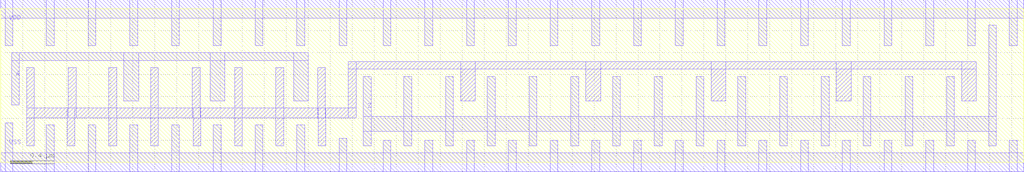
<source format=lef>
VERSION 5.6 ;
BUSBITCHARS "[]" ;
DIVIDERCHAR "/" ;

UNITS
  DATABASE MICRONS 2000 ;
END UNITS
MANUFACTURINGGRID 0.005 ;
LAYER poly
  TYPE MASTERSLICE ;
END poly

LAYER active
  TYPE MASTERSLICE ;
END active

LAYER metal1
  TYPE ROUTING ;
  DIRECTION HORIZONTAL ;
  PITCH 0.19 0.14 ;
  WIDTH 0.07 ;
  OFFSET 0.095 0.07 ;
  #SPACING 0.065 ;
  SPACINGTABLE
    PARALLELRUNLENGTH 0
    WIDTH 0 0.065 ;
  RESISTANCE RPERSQ 0.38 ;
  CAPACITANCE CPERSQDIST 7.7161e-05 ;
  HEIGHT 0.37 ;
  THICKNESS 0.13 ;
  EDGECAPACITANCE 2.7365e-05 ;
END metal1

LAYER via1
  TYPE CUT ;
  SPACING 0.08 ;
  WIDTH 0.07 ;
  RESISTANCE 5 ;
END via1

LAYER metal2
  TYPE ROUTING ;
  DIRECTION VERTICAL ;
  PITCH 0.19 0.14 ;
  WIDTH 0.07 ;
  OFFSET 0.095 0.07 ;
  SPACINGTABLE
    PARALLELRUNLENGTH 0 0.3 0.9 1.8 2.7 4
    WIDTH 0 0.07 0.07 0.07 0.07 0.07 0.07
    WIDTH 0.09 0.07 0.09 0.09 0.09 0.09 0.09
    WIDTH 0.27 0.07 0.09 0.27 0.27 0.27 0.27
    WIDTH 0.5 0.07 0.09 0.27 0.5 0.5 0.5
    WIDTH 0.9 0.07 0.09 0.27 0.5 0.9 0.9
    WIDTH 1.5 0.07 0.09 0.27 0.5 0.9 1.5 ;
  RESISTANCE RPERSQ 0.25 ;
  CAPACITANCE CPERSQDIST 4.0896e-05 ;
  HEIGHT 0.62 ;
  THICKNESS 0.14 ;
  EDGECAPACITANCE 2.5157e-05 ;
END metal2

LAYER via2
  TYPE CUT ;
  SPACING 0.09 ;
  WIDTH 0.07 ;
  RESISTANCE 5 ;
END via2

LAYER metal3
  TYPE ROUTING ;
  DIRECTION HORIZONTAL ;
  PITCH 0.19 0.14 ;
  WIDTH 0.07 ;
  OFFSET 0.095 0.07 ;
  SPACINGTABLE
    PARALLELRUNLENGTH 0 0.3 0.9 1.8 2.7 4
    WIDTH 0 0.07 0.07 0.07 0.07 0.07 0.07
    WIDTH 0.09 0.07 0.09 0.09 0.09 0.09 0.09
    WIDTH 0.27 0.07 0.09 0.27 0.27 0.27 0.27
    WIDTH 0.5 0.07 0.09 0.27 0.5 0.5 0.5
    WIDTH 0.9 0.07 0.09 0.27 0.5 0.9 0.9
    WIDTH 1.5 0.07 0.09 0.27 0.5 0.9 1.5 ;
  RESISTANCE RPERSQ 0.25 ;
  CAPACITANCE CPERSQDIST 2.7745e-05 ;
  HEIGHT 0.88 ;
  THICKNESS 0.14 ;
  EDGECAPACITANCE 2.5157e-05 ;
END metal3

LAYER via3
  TYPE CUT ;
  SPACING 0.09 ;
  WIDTH 0.07 ;
  RESISTANCE 5 ;
END via3

LAYER metal4
  TYPE ROUTING ;
  DIRECTION VERTICAL ;
  PITCH 0.28 0.28 ;
  WIDTH 0.14 ;
  OFFSET 0.095 0.07 ;
  SPACINGTABLE
    PARALLELRUNLENGTH 0 0.9 1.8 2.7 4
    WIDTH 0 0.14 0.14 0.14 0.14 0.14
    WIDTH 0.27 0.14 0.27 0.27 0.27 0.27
    WIDTH 0.5 0.14 0.27 0.5 0.5 0.5
    WIDTH 0.9 0.14 0.27 0.5 0.9 0.9
    WIDTH 1.5 0.14 0.27 0.5 0.9 1.5 ;
  RESISTANCE RPERSQ 0.21 ;
  CAPACITANCE CPERSQDIST 2.0743e-05 ;
  HEIGHT 1.14 ;
  THICKNESS 0.28 ;
  EDGECAPACITANCE 3.0908e-05 ;
END metal4

LAYER via4
  TYPE CUT ;
  SPACING 0.16 ;
  WIDTH 0.14 ;
  RESISTANCE 3 ;
END via4

LAYER metal5
  TYPE ROUTING ;
  DIRECTION HORIZONTAL ;
  PITCH 0.28 0.28 ;
  WIDTH 0.14 ;
  OFFSET 0.095 0.07 ;
  SPACINGTABLE
    PARALLELRUNLENGTH 0 0.9 1.8 2.7 4
    WIDTH 0 0.14 0.14 0.14 0.14 0.14
    WIDTH 0.27 0.14 0.27 0.27 0.27 0.27
    WIDTH 0.5 0.14 0.27 0.5 0.5 0.5
    WIDTH 0.9 0.14 0.27 0.5 0.9 0.9
    WIDTH 1.5 0.14 0.27 0.5 0.9 1.5 ;
  RESISTANCE RPERSQ 0.21 ;
  CAPACITANCE CPERSQDIST 1.3527e-05 ;
  HEIGHT 1.71 ;
  THICKNESS 0.28 ;
  EDGECAPACITANCE 2.3863e-06 ;
END metal5

LAYER via5
  TYPE CUT ;
  SPACING 0.16 ;
  WIDTH 0.14 ;
  RESISTANCE 3 ;
END via5

LAYER metal6
  TYPE ROUTING ;
  DIRECTION VERTICAL ;
  PITCH 0.28 0.28 ;
  WIDTH 0.14 ;
  OFFSET 0.095 0.07 ;
  SPACINGTABLE
    PARALLELRUNLENGTH 0 0.9 1.8 2.7 4
    WIDTH 0 0.14 0.14 0.14 0.14 0.14
    WIDTH 0.27 0.14 0.27 0.27 0.27 0.27
    WIDTH 0.5 0.14 0.27 0.5 0.5 0.5
    WIDTH 0.9 0.14 0.27 0.5 0.9 0.9
    WIDTH 1.5 0.14 0.27 0.5 0.9 1.5 ;
  RESISTANCE RPERSQ 0.21 ;
  CAPACITANCE CPERSQDIST 1.0036e-05 ;
  HEIGHT 2.28 ;
  THICKNESS 0.28 ;
  EDGECAPACITANCE 2.3863e-05 ;
END metal6

LAYER via6
  TYPE CUT ;
  SPACING 0.16 ;
  WIDTH 0.14 ;
  RESISTANCE 3 ;
END via6

LAYER metal7
  TYPE ROUTING ;
  DIRECTION HORIZONTAL ;
  PITCH 0.8 0.8 ;
  WIDTH 0.4 ;
  OFFSET 0.095 0.07 ;
  SPACINGTABLE
    PARALLELRUNLENGTH 0 1.8 2.7 4
    WIDTH 0 0.4 0.4 0.4 0.4
    WIDTH 0.5 0.4 0.5 0.5 0.5
    WIDTH 0.9 0.4 0.5 0.9 0.9
    WIDTH 1.5 0.4 0.5 0.9 1.5 ;
  RESISTANCE RPERSQ 0.075 ;
  CAPACITANCE CPERSQDIST 7.9771e-06 ;
  HEIGHT 2.85 ;
  THICKNESS 0.8 ;
  EDGECAPACITANCE 3.2577e-05 ;
END metal7

LAYER via7
  TYPE CUT ;
  SPACING 0.44 ;
  WIDTH 0.4 ;
  RESISTANCE 1 ;
END via7

LAYER metal8
  TYPE ROUTING ;
  DIRECTION VERTICAL ;
  PITCH 0.8 0.8 ;
  WIDTH 0.4 ;
  OFFSET 0.095 0.07 ;
  SPACINGTABLE
    PARALLELRUNLENGTH 0 1.8 2.7 4
    WIDTH 0 0.4 0.4 0.4 0.4
    WIDTH 0.5 0.4 0.5 0.5 0.5
    WIDTH 0.9 0.4 0.5 0.9 0.9
    WIDTH 1.5 0.4 0.5 0.9 1.5 ;
  RESISTANCE RPERSQ 0.075 ;
  CAPACITANCE CPERSQDIST 5.0391e-06 ;
  HEIGHT 4.47 ;
  THICKNESS 0.8 ;
  EDGECAPACITANCE 2.3932e-05 ;
END metal8

LAYER via8
  TYPE CUT ;
  SPACING 0.44 ;
  WIDTH 0.4 ;
  RESISTANCE 1 ;
END via8

LAYER metal9
  TYPE ROUTING ;
  DIRECTION HORIZONTAL ;
  PITCH 1.6 1.6 ;
  WIDTH 0.8 ;
  OFFSET 0.095 0.07 ;
  SPACINGTABLE
    PARALLELRUNLENGTH 0 2.7 4
    WIDTH 0 0.8 0.8 0.8
    WIDTH 0.9 0.8 0.9 0.9
    WIDTH 1.5 0.8 0.9 1.5 ;
  RESISTANCE RPERSQ 0.03 ;
  CAPACITANCE CPERSQDIST 3.6827e-06 ;
  HEIGHT 6.09 ;
  THICKNESS 2 ;
  EDGECAPACITANCE 3.0803e-05 ;
END metal9

LAYER OVERLAP
  TYPE OVERLAP ;
END OVERLAP

VIARULE Via1Array-0 GENERATE
  LAYER metal1 ;
    ENCLOSURE 0.035 0.035 ;
  LAYER metal2 ;
    ENCLOSURE 0.035 0.035 ;
  LAYER via1 ;
    RECT -0.035 -0.035 0.035 0.035 ;
    SPACING 0.15 BY 0.15 ;
END Via1Array-0

VIARULE Via1Array-1 GENERATE
  LAYER metal1 ;
    ENCLOSURE 0 0.035 ;
  LAYER metal2 ;
    ENCLOSURE 0 0.035 ;
  LAYER via1 ;
    RECT -0.035 -0.035 0.035 0.035 ;
    SPACING 0.15 BY 0.15 ;
END Via1Array-1

VIARULE Via1Array-2 GENERATE
  LAYER metal1 ;
    ENCLOSURE 0.035 0 ;
  LAYER metal2 ;
    ENCLOSURE 0.035 0 ;
  LAYER via1 ;
    RECT -0.035 -0.035 0.035 0.035 ;
    SPACING 0.15 BY 0.15 ;
END Via1Array-2

VIARULE Via1Array-3 GENERATE
  LAYER metal1 ;
    ENCLOSURE 0 0.035 ;
  LAYER metal2 ;
    ENCLOSURE 0.035 0 ;
  LAYER via1 ;
    RECT -0.035 -0.035 0.035 0.035 ;
    SPACING 0.15 BY 0.15 ;
END Via1Array-3

VIARULE Via1Array-4 GENERATE
  LAYER metal1 ;
    ENCLOSURE 0.035 0 ;
  LAYER metal2 ;
    ENCLOSURE 0 0.035 ;
  LAYER via1 ;
    RECT -0.035 -0.035 0.035 0.035 ;
    SPACING 0.15 BY 0.15 ;
END Via1Array-4

VIARULE Via2Array-0 GENERATE
  LAYER metal2 ;
    ENCLOSURE 0.035 0.035 ;
  LAYER metal3 ;
    ENCLOSURE 0.035 0.035 ;
  LAYER via2 ;
    RECT -0.035 -0.035 0.035 0.035 ;
    SPACING 0.16 BY 0.16 ;
END Via2Array-0

VIARULE Via2Array-1 GENERATE
  LAYER metal2 ;
    ENCLOSURE 0 0.035 ;
  LAYER metal3 ;
    ENCLOSURE 0 0.035 ;
  LAYER via2 ;
    RECT -0.035 -0.035 0.035 0.035 ;
    SPACING 0.16 BY 0.16 ;
END Via2Array-1

VIARULE Via2Array-2 GENERATE
  LAYER metal2 ;
    ENCLOSURE 0.035 0 ;
  LAYER metal3 ;
    ENCLOSURE 0.035 0 ;
  LAYER via2 ;
    RECT -0.035 -0.035 0.035 0.035 ;
    SPACING 0.16 BY 0.16 ;
END Via2Array-2

VIARULE Via2Array-3 GENERATE
  LAYER metal2 ;
    ENCLOSURE 0 0.035 ;
  LAYER metal3 ;
    ENCLOSURE 0.035 0 ;
  LAYER via2 ;
    RECT -0.035 -0.035 0.035 0.035 ;
    SPACING 0.16 BY 0.16 ;
END Via2Array-3

VIARULE Via2Array-4 GENERATE
  LAYER metal2 ;
    ENCLOSURE 0.035 0 ;
  LAYER metal3 ;
    ENCLOSURE 0 0.035 ;
  LAYER via2 ;
    RECT -0.035 -0.035 0.035 0.035 ;
    SPACING 0.16 BY 0.16 ;
END Via2Array-4

VIARULE Via3Array-0 GENERATE
  LAYER metal3 ;
    ENCLOSURE 0.035 0.035 ;
  LAYER metal4 ;
    ENCLOSURE 0.035 0.035 ;
  LAYER via3 ;
    RECT -0.035 -0.035 0.035 0.035 ;
    SPACING 0.16 BY 0.16 ;
END Via3Array-0

VIARULE Via3Array-1 GENERATE
  LAYER metal3 ;
    ENCLOSURE 0 0.035 ;
  LAYER metal4 ;
    ENCLOSURE 0.035 0.035 ;
  LAYER via3 ;
    RECT -0.035 -0.035 0.035 0.035 ;
    SPACING 0.16 BY 0.16 ;
END Via3Array-1

VIARULE Via3Array-2 GENERATE
  LAYER metal3 ;
    ENCLOSURE 0.035 0 ;
  LAYER metal4 ;
    ENCLOSURE 0.035 0.035 ;
  LAYER via3 ;
    RECT -0.035 -0.035 0.035 0.035 ;
    SPACING 0.16 BY 0.16 ;
END Via3Array-2

VIARULE Via4Array-0 GENERATE
  LAYER metal4 ;
    ENCLOSURE 0 0 ;
  LAYER metal5 ;
    ENCLOSURE 0 0 ;
  LAYER via4 ;
    RECT -0.07 -0.07 0.07 0.07 ;
    SPACING 0.3 BY 0.3 ;
END Via4Array-0

VIARULE Via5Array-0 GENERATE
  LAYER metal5 ;
    ENCLOSURE 0 0 ;
  LAYER metal6 ;
    ENCLOSURE 0 0 ;
  LAYER via5 ;
    RECT -0.07 -0.07 0.07 0.07 ;
    SPACING 0.3 BY 0.3 ;
END Via5Array-0

VIARULE Via6Array-0 GENERATE
  LAYER metal6 ;
    ENCLOSURE 0 0 ;
  LAYER metal7 ;
    ENCLOSURE 0.13 0.13 ;
  LAYER via6 ;
    RECT -0.07 -0.07 0.07 0.07 ;
    SPACING 0.3 BY 0.3 ;
END Via6Array-0

VIARULE Via7Array-0 GENERATE
  LAYER metal7 ;
    ENCLOSURE 0 0 ;
  LAYER metal8 ;
    ENCLOSURE 0 0 ;
  LAYER via7 ;
    RECT -0.2 -0.2 0.2 0.2 ;
    SPACING 0.84 BY 0.84 ;
END Via7Array-0

VIARULE Via8Array-0 GENERATE
  LAYER metal8 ;
    ENCLOSURE 0 0 ;
  LAYER metal9 ;
    ENCLOSURE 0.2 0.2 ;
  LAYER via8 ;
    RECT -0.2 -0.2 0.2 0.2 ;
    SPACING 0.84 BY 0.84 ;
END Via8Array-0

VIA via1_0 DEFAULT
  LAYER via1 ;
    RECT -0.035 -0.035 0.035 0.035 ;
  LAYER metal1 ;
    RECT -0.07 -0.07 0.07 0.07 ;
  LAYER metal2 ;
    RECT -0.07 -0.07 0.07 0.07 ;
END via1_0

VIA via1_1 DEFAULT
  LAYER via1 ;
    RECT -0.035 -0.035 0.035 0.035 ;
  LAYER metal1 ;
    RECT -0.07 -0.07 0.07 0.07 ;
  LAYER metal2 ;
    RECT -0.035 -0.07 0.035 0.07 ;
END via1_1

VIA via1_2 DEFAULT
  LAYER via1 ;
    RECT -0.035 -0.035 0.035 0.035 ;
  LAYER metal1 ;
    RECT -0.07 -0.07 0.07 0.07 ;
  LAYER metal2 ;
    RECT -0.07 -0.035 0.07 0.035 ;
END via1_2

VIA via1_3 DEFAULT
  LAYER via1 ;
    RECT -0.035 -0.035 0.035 0.035 ;
  LAYER metal1 ;
    RECT -0.035 -0.07 0.035 0.07 ;
  LAYER metal2 ;
    RECT -0.07 -0.07 0.07 0.07 ;
END via1_3

VIA via1_4 DEFAULT
  LAYER via1 ;
    RECT -0.035 -0.035 0.035 0.035 ;
  LAYER metal1 ;
    RECT -0.035 -0.07 0.035 0.07 ;
  LAYER metal2 ;
    RECT -0.035 -0.07 0.035 0.07 ;
END via1_4

VIA via1_5 DEFAULT
  LAYER via1 ;
    RECT -0.035 -0.035 0.035 0.035 ;
  LAYER metal1 ;
    RECT -0.035 -0.07 0.035 0.07 ;
  LAYER metal2 ;
    RECT -0.07 -0.035 0.07 0.035 ;
END via1_5

VIA via1_6 DEFAULT
  LAYER via1 ;
    RECT -0.035 -0.035 0.035 0.035 ;
  LAYER metal1 ;
    RECT -0.07 -0.035 0.07 0.035 ;
  LAYER metal2 ;
    RECT -0.07 -0.07 0.07 0.07 ;
END via1_6

VIA via1_7 DEFAULT
  LAYER via1 ;
    RECT -0.035 -0.035 0.035 0.035 ;
  LAYER metal1 ;
    RECT -0.07 -0.035 0.07 0.035 ;
  LAYER metal2 ;
    RECT -0.035 -0.07 0.035 0.07 ;
END via1_7

VIA via1_8 DEFAULT
  LAYER via1 ;
    RECT -0.035 -0.035 0.035 0.035 ;
  LAYER metal1 ;
    RECT -0.07 -0.035 0.07 0.035 ;
  LAYER metal2 ;
    RECT -0.07 -0.035 0.07 0.035 ;
END via1_8

VIA via2_0 DEFAULT
  LAYER via2 ;
    RECT -0.035 -0.035 0.035 0.035 ;
  LAYER metal2 ;
    RECT -0.07 -0.07 0.07 0.07 ;
  LAYER metal3 ;
    RECT -0.07 -0.07 0.07 0.07 ;
END via2_0

VIA via2_1 DEFAULT
  LAYER via2 ;
    RECT -0.035 -0.035 0.035 0.035 ;
  LAYER metal2 ;
    RECT -0.07 -0.07 0.07 0.07 ;
  LAYER metal3 ;
    RECT -0.035 -0.07 0.035 0.07 ;
END via2_1

VIA via2_2 DEFAULT
  LAYER via2 ;
    RECT -0.035 -0.035 0.035 0.035 ;
  LAYER metal2 ;
    RECT -0.07 -0.07 0.07 0.07 ;
  LAYER metal3 ;
    RECT -0.07 -0.035 0.07 0.035 ;
END via2_2

VIA via2_3 DEFAULT
  LAYER via2 ;
    RECT -0.035 -0.035 0.035 0.035 ;
  LAYER metal2 ;
    RECT -0.035 -0.07 0.035 0.07 ;
  LAYER metal3 ;
    RECT -0.07 -0.07 0.07 0.07 ;
END via2_3

VIA via2_4 DEFAULT
  LAYER via2 ;
    RECT -0.035 -0.035 0.035 0.035 ;
  LAYER metal2 ;
    RECT -0.035 -0.07 0.035 0.07 ;
  LAYER metal3 ;
    RECT -0.035 -0.07 0.035 0.07 ;
END via2_4

VIA via2_5 DEFAULT
  LAYER via2 ;
    RECT -0.035 -0.035 0.035 0.035 ;
  LAYER metal2 ;
    RECT -0.035 -0.07 0.035 0.07 ;
  LAYER metal3 ;
    RECT -0.07 -0.035 0.07 0.035 ;
END via2_5

VIA via2_6 DEFAULT
  LAYER via2 ;
    RECT -0.035 -0.035 0.035 0.035 ;
  LAYER metal2 ;
    RECT -0.07 -0.035 0.07 0.035 ;
  LAYER metal3 ;
    RECT -0.07 -0.07 0.07 0.07 ;
END via2_6

VIA via2_7 DEFAULT
  LAYER via2 ;
    RECT -0.035 -0.035 0.035 0.035 ;
  LAYER metal2 ;
    RECT -0.07 -0.035 0.07 0.035 ;
  LAYER metal3 ;
    RECT -0.035 -0.07 0.035 0.07 ;
END via2_7

VIA via2_8 DEFAULT
  LAYER via2 ;
    RECT -0.035 -0.035 0.035 0.035 ;
  LAYER metal2 ;
    RECT -0.07 -0.035 0.07 0.035 ;
  LAYER metal3 ;
    RECT -0.07 -0.035 0.07 0.035 ;
END via2_8

VIA via3_0 DEFAULT
  LAYER via3 ;
    RECT -0.035 -0.035 0.035 0.035 ;
  LAYER metal3 ;
    RECT -0.07 -0.07 0.07 0.07 ;
  LAYER metal4 ;
    RECT -0.07 -0.07 0.07 0.07 ;
END via3_0

VIA via3_1 DEFAULT
  LAYER via3 ;
    RECT -0.035 -0.035 0.035 0.035 ;
  LAYER metal3 ;
    RECT -0.035 -0.07 0.035 0.07 ;
  LAYER metal4 ;
    RECT -0.07 -0.07 0.07 0.07 ;
END via3_1

VIA via3_2 DEFAULT
  LAYER via3 ;
    RECT -0.035 -0.035 0.035 0.035 ;
  LAYER metal3 ;
    RECT -0.07 -0.035 0.07 0.035 ;
  LAYER metal4 ;
    RECT -0.07 -0.07 0.07 0.07 ;
END via3_2

VIA via4_0 DEFAULT
  LAYER via4 ;
    RECT -0.07 -0.07 0.07 0.07 ;
  LAYER metal4 ;
    RECT -0.07 -0.07 0.07 0.07 ;
  LAYER metal5 ;
    RECT -0.07 -0.07 0.07 0.07 ;
END via4_0

VIA via5_0 DEFAULT
  LAYER via5 ;
    RECT -0.07 -0.07 0.07 0.07 ;
  LAYER metal5 ;
    RECT -0.07 -0.07 0.07 0.07 ;
  LAYER metal6 ;
    RECT -0.07 -0.07 0.07 0.07 ;
END via5_0

VIA via6_0 DEFAULT
  LAYER via6 ;
    RECT -0.07 -0.07 0.07 0.07 ;
  LAYER metal6 ;
    RECT -0.07 -0.07 0.07 0.07 ;
  LAYER metal7 ;
    RECT -0.2 -0.2 0.2 0.2 ;
END via6_0

VIA via7_0 DEFAULT
  LAYER via7 ;
    RECT -0.2 -0.2 0.2 0.2 ;
  LAYER metal7 ;
    RECT -0.2 -0.2 0.2 0.2 ;
  LAYER metal8 ;
    RECT -0.2 -0.2 0.2 0.2 ;
END via7_0

VIA via8_0 DEFAULT
  LAYER via8 ;
    RECT -0.2 -0.2 0.2 0.2 ;
  LAYER metal8 ;
    RECT -0.2 -0.2 0.2 0.2 ;
  LAYER metal9 ;
    RECT -0.4 -0.4 0.4 0.4 ;
END via8_0

SPACING
  SAMENET metal1 metal1 0.065 ;
  SAMENET via1 via1 0.08 ;
  SAMENET metal2 metal2 0.07 ;
  SAMENET via2 via2 0.09 ;
  SAMENET metal3 metal3 0.07 ;
  SAMENET via3 via3 0.09 ;
  SAMENET metal4 metal4 0.14 ;
  SAMENET via4 via4 0.16 ;
  SAMENET metal5 metal5 0.14 ;
  SAMENET via5 via5 0.16 ;
  SAMENET metal6 metal6 0.14 ;
  SAMENET via6 via6 0.16 ;
  SAMENET metal7 metal7 0.4 ;
  SAMENET via7 via7 0.44 ;
  SAMENET metal8 metal8 0.4 ;
  SAMENET via8 via8 0.44 ;
  SAMENET metal9 metal9 0.8 ;
  SAMENET via1 via2 0 STACK ;
  SAMENET via2 via3 0 STACK ;
  SAMENET via3 via4 0 STACK ;
  SAMENET via4 via5 0 STACK ;
  SAMENET via5 via6 0 STACK ;
  SAMENET via6 via7 0 STACK ;
  SAMENET via7 via8 0 STACK ;
END SPACING

SITE FreePDK45_38x28_10R_NP_162NW_34O
  CLASS CORE ;
  SYMMETRY Y ;
  SIZE 0.19 BY 1.4 ;
END FreePDK45_38x28_10R_NP_162NW_34O

MACRO AND2_X1
  CLASS CORE ;
  ORIGIN 0 0 ;
  FOREIGN AND2_X1 0 0 ;
  SIZE 0.76 BY 1.4 ;
  SYMMETRY X Y ;
  SITE FreePDK45_38x28_10R_NP_162NW_34O ;
  PIN A1
    DIRECTION INPUT ;
    USE SIGNAL ;
    PORT
      LAYER metal1 ;
        RECT 0.06 0.525 0.185 0.7 ;
    END
  END A1
  PIN A2
    DIRECTION INPUT ;
    USE SIGNAL ;
    PORT
      LAYER metal1 ;
        RECT 0.25 0.525 0.38 0.7 ;
    END
  END A2
  PIN ZN
    DIRECTION OUTPUT ;
    USE SIGNAL ;
    PORT
      LAYER metal1 ;
        RECT 0.61 0.19 0.7 1.25 ;
    END
  END ZN
  PIN VDD
    DIRECTION INOUT ;
    USE POWER ;
    SHAPE ABUTMENT ;
    PORT
      LAYER metal1 ;
        RECT 0 1.315 0.76 1.485 ;
        RECT 0.415 0.975 0.485 1.485 ;
        RECT 0.04 0.975 0.11 1.485 ;
    END
  END VDD
  PIN VSS
    DIRECTION INOUT ;
    USE GROUND ;
    SHAPE ABUTMENT ;
    PORT
      LAYER metal1 ;
        RECT 0 -0.085 0.76 0.085 ;
        RECT 0.415 -0.085 0.485 0.325 ;
    END
  END VSS
  OBS
    LAYER metal1 ;
      RECT 0.235 0.84 0.305 1.25 ;
      RECT 0.235 0.84 0.54 0.91 ;
      RECT 0.47 0.39 0.54 0.91 ;
      RECT 0.045 0.39 0.54 0.46 ;
      RECT 0.045 0.19 0.115 0.46 ;
  END
END AND2_X1

MACRO AND2_X2
  CLASS CORE ;
  ORIGIN 0 0 ;
  FOREIGN AND2_X2 0 0 ;
  SIZE 0.95 BY 1.4 ;
  SYMMETRY X Y ;
  SITE FreePDK45_38x28_10R_NP_162NW_34O ;
  PIN A1
    DIRECTION INPUT ;
    USE SIGNAL ;
    PORT
      LAYER metal1 ;
        RECT 0.06 0.525 0.185 0.7 ;
    END
  END A1
  PIN A2
    DIRECTION INPUT ;
    USE SIGNAL ;
    PORT
      LAYER metal1 ;
        RECT 0.25 0.525 0.38 0.7 ;
    END
  END A2
  PIN ZN
    DIRECTION OUTPUT ;
    USE SIGNAL ;
    PORT
      LAYER metal1 ;
        RECT 0.615 0.15 0.7 1.25 ;
    END
  END ZN
  PIN VDD
    DIRECTION INOUT ;
    USE POWER ;
    SHAPE ABUTMENT ;
    PORT
      LAYER metal1 ;
        RECT 0 1.315 0.95 1.485 ;
        RECT 0.795 0.975 0.865 1.485 ;
        RECT 0.415 0.975 0.485 1.485 ;
        RECT 0.04 0.975 0.11 1.485 ;
    END
  END VDD
  PIN VSS
    DIRECTION INOUT ;
    USE GROUND ;
    SHAPE ABUTMENT ;
    PORT
      LAYER metal1 ;
        RECT 0 -0.085 0.95 0.085 ;
        RECT 0.795 -0.085 0.865 0.425 ;
        RECT 0.415 -0.085 0.485 0.285 ;
    END
  END VSS
  OBS
    LAYER metal1 ;
      RECT 0.235 0.84 0.305 1.25 ;
      RECT 0.235 0.84 0.545 0.91 ;
      RECT 0.475 0.39 0.545 0.91 ;
      RECT 0.045 0.39 0.545 0.46 ;
      RECT 0.045 0.15 0.115 0.46 ;
  END
END AND2_X2

MACRO AND2_X4
  CLASS CORE ;
  ORIGIN 0 0 ;
  FOREIGN AND2_X4 0 0 ;
  SIZE 1.71 BY 1.4 ;
  SYMMETRY X Y ;
  SITE FreePDK45_38x28_10R_NP_162NW_34O ;
  PIN A1
    DIRECTION INPUT ;
    USE SIGNAL ;
    PORT
      LAYER metal1 ;
        RECT 0.25 0.42 0.38 0.66 ;
    END
  END A1
  PIN A2
    DIRECTION INPUT ;
    USE SIGNAL ;
    PORT
      LAYER metal1 ;
        RECT 0.06 0.725 0.76 0.795 ;
        RECT 0.69 0.525 0.76 0.795 ;
        RECT 0.06 0.42 0.185 0.795 ;
    END
  END A2
  PIN ZN
    DIRECTION OUTPUT ;
    USE SIGNAL ;
    PORT
      LAYER metal1 ;
        RECT 1.365 0.15 1.435 1.25 ;
        RECT 0.995 0.68 1.435 0.75 ;
        RECT 0.995 0.15 1.08 1.25 ;
    END
  END ZN
  PIN VDD
    DIRECTION INOUT ;
    USE POWER ;
    SHAPE ABUTMENT ;
    PORT
      LAYER metal1 ;
        RECT 0 1.315 1.71 1.485 ;
        RECT 1.555 0.995 1.625 1.485 ;
        RECT 1.175 0.995 1.245 1.485 ;
        RECT 0.795 0.995 0.865 1.485 ;
        RECT 0.415 0.995 0.485 1.485 ;
        RECT 0.04 0.995 0.11 1.485 ;
    END
  END VDD
  PIN VSS
    DIRECTION INOUT ;
    USE GROUND ;
    SHAPE ABUTMENT ;
    PORT
      LAYER metal1 ;
        RECT 0 -0.085 1.71 0.085 ;
        RECT 1.555 -0.085 1.625 0.355 ;
        RECT 1.175 -0.085 1.245 0.355 ;
        RECT 0.795 -0.085 0.865 0.215 ;
        RECT 0.04 -0.085 0.11 0.355 ;
    END
  END VSS
  OBS
    LAYER metal1 ;
      RECT 0.605 0.86 0.675 1.25 ;
      RECT 0.235 0.86 0.305 1.25 ;
      RECT 0.235 0.86 0.92 0.93 ;
      RECT 0.85 0.285 0.92 0.93 ;
      RECT 0.425 0.285 0.92 0.355 ;
      RECT 0.425 0.22 0.495 0.355 ;
  END
END AND2_X4

MACRO AND3_X1
  CLASS CORE ;
  ORIGIN 0 0 ;
  FOREIGN AND3_X1 0 0 ;
  SIZE 0.95 BY 1.4 ;
  SYMMETRY X Y ;
  SITE FreePDK45_38x28_10R_NP_162NW_34O ;
  PIN A1
    DIRECTION INPUT ;
    USE SIGNAL ;
    PORT
      LAYER metal1 ;
        RECT 0.06 0.525 0.185 0.7 ;
    END
  END A1
  PIN A2
    DIRECTION INPUT ;
    USE SIGNAL ;
    PORT
      LAYER metal1 ;
        RECT 0.25 0.525 0.375 0.7 ;
    END
  END A2
  PIN A3
    DIRECTION INPUT ;
    USE SIGNAL ;
    PORT
      LAYER metal1 ;
        RECT 0.44 0.525 0.57 0.7 ;
    END
  END A3
  PIN ZN
    DIRECTION OUTPUT ;
    USE SIGNAL ;
    PORT
      LAYER metal1 ;
        RECT 0.8 0.975 0.89 1.25 ;
        RECT 0.82 0.15 0.89 1.25 ;
        RECT 0.8 0.15 0.89 0.425 ;
    END
  END ZN
  PIN VDD
    DIRECTION INOUT ;
    USE POWER ;
    SHAPE ABUTMENT ;
    PORT
      LAYER metal1 ;
        RECT 0 1.315 0.95 1.485 ;
        RECT 0.605 1 0.675 1.485 ;
        RECT 0.225 1.04 0.295 1.485 ;
    END
  END VDD
  PIN VSS
    DIRECTION INOUT ;
    USE GROUND ;
    SHAPE ABUTMENT ;
    PORT
      LAYER metal1 ;
        RECT 0 -0.085 0.95 0.085 ;
        RECT 0.605 -0.085 0.675 0.285 ;
    END
  END VSS
  OBS
    LAYER metal1 ;
      RECT 0.415 0.865 0.485 1.25 ;
      RECT 0.045 0.865 0.115 1.25 ;
      RECT 0.045 0.865 0.705 0.935 ;
      RECT 0.635 0.35 0.705 0.935 ;
      RECT 0.635 0.525 0.755 0.66 ;
      RECT 0.045 0.35 0.705 0.42 ;
      RECT 0.045 0.15 0.115 0.42 ;
  END
END AND3_X1

MACRO AND3_X2
  CLASS CORE ;
  ORIGIN 0 0 ;
  FOREIGN AND3_X2 0 0 ;
  SIZE 1.14 BY 1.4 ;
  SYMMETRY X Y ;
  SITE FreePDK45_38x28_10R_NP_162NW_34O ;
  PIN A1
    DIRECTION INPUT ;
    USE SIGNAL ;
    PORT
      LAYER metal1 ;
        RECT 0.06 0.525 0.185 0.7 ;
    END
  END A1
  PIN A2
    DIRECTION INPUT ;
    USE SIGNAL ;
    PORT
      LAYER metal1 ;
        RECT 0.25 0.525 0.375 0.7 ;
    END
  END A2
  PIN A3
    DIRECTION INPUT ;
    USE SIGNAL ;
    PORT
      LAYER metal1 ;
        RECT 0.44 0.525 0.57 0.7 ;
    END
  END A3
  PIN ZN
    DIRECTION OUTPUT ;
    USE SIGNAL ;
    PORT
      LAYER metal1 ;
        RECT 0.805 0.15 0.89 1.25 ;
    END
  END ZN
  PIN VDD
    DIRECTION INOUT ;
    USE POWER ;
    SHAPE ABUTMENT ;
    PORT
      LAYER metal1 ;
        RECT 0 1.315 1.14 1.485 ;
        RECT 0.99 0.975 1.06 1.485 ;
        RECT 0.605 0.975 0.675 1.485 ;
        RECT 0.225 0.975 0.295 1.485 ;
    END
  END VDD
  PIN VSS
    DIRECTION INOUT ;
    USE GROUND ;
    SHAPE ABUTMENT ;
    PORT
      LAYER metal1 ;
        RECT 0 -0.085 1.14 0.085 ;
        RECT 0.99 -0.085 1.06 0.425 ;
        RECT 0.605 -0.085 0.675 0.285 ;
    END
  END VSS
  OBS
    LAYER metal1 ;
      RECT 0.415 0.8 0.485 1.25 ;
      RECT 0.045 0.8 0.115 1.25 ;
      RECT 0.045 0.8 0.735 0.87 ;
      RECT 0.665 0.355 0.735 0.87 ;
      RECT 0.045 0.355 0.735 0.425 ;
      RECT 0.045 0.15 0.115 0.425 ;
  END
END AND3_X2

MACRO AND3_X4
  CLASS CORE ;
  ORIGIN 0 0 ;
  FOREIGN AND3_X4 0 0 ;
  SIZE 2.09 BY 1.4 ;
  SYMMETRY X Y ;
  SITE FreePDK45_38x28_10R_NP_162NW_34O ;
  PIN A1
    DIRECTION INPUT ;
    USE SIGNAL ;
    PORT
      LAYER metal1 ;
        RECT 0.595 0.555 0.73 0.7 ;
    END
  END A1
  PIN A2
    DIRECTION INPUT ;
    USE SIGNAL ;
    PORT
      LAYER metal1 ;
        RECT 0.82 0.42 0.95 0.7 ;
        RECT 0.34 0.42 0.95 0.49 ;
        RECT 0.34 0.42 0.41 0.66 ;
    END
  END A2
  PIN A3
    DIRECTION INPUT ;
    USE SIGNAL ;
    PORT
      LAYER metal1 ;
        RECT 0.12 0.765 1.14 0.835 ;
        RECT 1.07 0.525 1.14 0.835 ;
        RECT 0.12 0.525 0.19 0.835 ;
        RECT 0.06 0.525 0.19 0.7 ;
    END
  END A3
  PIN ZN
    DIRECTION OUTPUT ;
    USE SIGNAL ;
    PORT
      LAYER metal1 ;
        RECT 1.745 0.15 1.815 1.25 ;
        RECT 1.375 0.56 1.815 0.7 ;
        RECT 1.375 0.15 1.445 1.25 ;
    END
  END ZN
  PIN VDD
    DIRECTION INOUT ;
    USE POWER ;
    SHAPE ABUTMENT ;
    PORT
      LAYER metal1 ;
        RECT 0 1.315 2.09 1.485 ;
        RECT 1.935 1.035 2.005 1.485 ;
        RECT 1.555 1.035 1.625 1.485 ;
        RECT 1.175 1.035 1.245 1.485 ;
        RECT 0.795 1.035 0.865 1.485 ;
        RECT 0.415 1.035 0.485 1.485 ;
        RECT 0.04 1.035 0.11 1.485 ;
    END
  END VDD
  PIN VSS
    DIRECTION INOUT ;
    USE GROUND ;
    SHAPE ABUTMENT ;
    PORT
      LAYER metal1 ;
        RECT 0 -0.085 2.09 0.085 ;
        RECT 1.935 -0.085 2.005 0.425 ;
        RECT 1.555 -0.085 1.625 0.425 ;
        RECT 1.175 -0.085 1.245 0.195 ;
        RECT 0.04 -0.085 0.11 0.425 ;
    END
  END VSS
  OBS
    LAYER metal1 ;
      RECT 0.985 0.9 1.055 1.25 ;
      RECT 0.605 0.9 0.675 1.25 ;
      RECT 0.235 0.9 0.305 1.25 ;
      RECT 0.235 0.9 1.305 0.97 ;
      RECT 1.235 0.26 1.305 0.97 ;
      RECT 0.615 0.26 1.305 0.33 ;
      RECT 0.615 0.15 0.685 0.33 ;
  END
END AND3_X4

MACRO AND4_X1
  CLASS CORE ;
  ORIGIN 0 0 ;
  FOREIGN AND4_X1 0 0 ;
  SIZE 1.14 BY 1.4 ;
  SYMMETRY X Y ;
  SITE FreePDK45_38x28_10R_NP_162NW_34O ;
  PIN A1
    DIRECTION INPUT ;
    USE SIGNAL ;
    PORT
      LAYER metal1 ;
        RECT 0.06 0.525 0.185 0.7 ;
    END
  END A1
  PIN A2
    DIRECTION INPUT ;
    USE SIGNAL ;
    PORT
      LAYER metal1 ;
        RECT 0.25 0.525 0.375 0.7 ;
    END
  END A2
  PIN A3
    DIRECTION INPUT ;
    USE SIGNAL ;
    PORT
      LAYER metal1 ;
        RECT 0.44 0.525 0.565 0.7 ;
    END
  END A3
  PIN A4
    DIRECTION INPUT ;
    USE SIGNAL ;
    PORT
      LAYER metal1 ;
        RECT 0.63 0.525 0.76 0.7 ;
    END
  END A4
  PIN ZN
    DIRECTION OUTPUT ;
    USE SIGNAL ;
    PORT
      LAYER metal1 ;
        RECT 0.99 0.15 1.08 1.25 ;
    END
  END ZN
  PIN VDD
    DIRECTION INOUT ;
    USE POWER ;
    SHAPE ABUTMENT ;
    PORT
      LAYER metal1 ;
        RECT 0 1.315 1.14 1.485 ;
        RECT 0.795 0.975 0.865 1.485 ;
        RECT 0.415 0.975 0.485 1.485 ;
        RECT 0.04 0.975 0.11 1.485 ;
    END
  END VDD
  PIN VSS
    DIRECTION INOUT ;
    USE GROUND ;
    SHAPE ABUTMENT ;
    PORT
      LAYER metal1 ;
        RECT 0 -0.085 1.14 0.085 ;
        RECT 0.795 -0.085 0.865 0.285 ;
    END
  END VSS
  OBS
    LAYER metal1 ;
      RECT 0.605 0.84 0.675 1.25 ;
      RECT 0.235 0.84 0.305 1.25 ;
      RECT 0.235 0.84 0.925 0.91 ;
      RECT 0.855 0.35 0.925 0.91 ;
      RECT 0.045 0.35 0.925 0.42 ;
      RECT 0.045 0.15 0.115 0.42 ;
  END
END AND4_X1

MACRO AND4_X2
  CLASS CORE ;
  ORIGIN 0 0 ;
  FOREIGN AND4_X2 0 0 ;
  SIZE 1.33 BY 1.4 ;
  SYMMETRY X Y ;
  SITE FreePDK45_38x28_10R_NP_162NW_34O ;
  PIN A1
    DIRECTION INPUT ;
    USE SIGNAL ;
    PORT
      LAYER metal1 ;
        RECT 0.06 0.525 0.185 0.7 ;
    END
  END A1
  PIN A2
    DIRECTION INPUT ;
    USE SIGNAL ;
    PORT
      LAYER metal1 ;
        RECT 0.25 0.525 0.375 0.7 ;
    END
  END A2
  PIN A3
    DIRECTION INPUT ;
    USE SIGNAL ;
    PORT
      LAYER metal1 ;
        RECT 0.44 0.525 0.565 0.7 ;
    END
  END A3
  PIN A4
    DIRECTION INPUT ;
    USE SIGNAL ;
    PORT
      LAYER metal1 ;
        RECT 0.63 0.525 0.76 0.7 ;
    END
  END A4
  PIN ZN
    DIRECTION OUTPUT ;
    USE SIGNAL ;
    PORT
      LAYER metal1 ;
        RECT 0.995 0.15 1.08 1.25 ;
    END
  END ZN
  PIN VDD
    DIRECTION INOUT ;
    USE POWER ;
    SHAPE ABUTMENT ;
    PORT
      LAYER metal1 ;
        RECT 0 1.315 1.33 1.485 ;
        RECT 1.18 0.975 1.25 1.485 ;
        RECT 0.795 0.975 0.865 1.485 ;
        RECT 0.415 0.975 0.485 1.485 ;
        RECT 0.04 0.975 0.11 1.485 ;
    END
  END VDD
  PIN VSS
    DIRECTION INOUT ;
    USE GROUND ;
    SHAPE ABUTMENT ;
    PORT
      LAYER metal1 ;
        RECT 0 -0.085 1.33 0.085 ;
        RECT 1.18 -0.085 1.25 0.425 ;
        RECT 0.795 -0.085 0.865 0.27 ;
    END
  END VSS
  OBS
    LAYER metal1 ;
      RECT 0.605 0.8 0.675 1.25 ;
      RECT 0.235 0.8 0.305 1.25 ;
      RECT 0.235 0.8 0.925 0.87 ;
      RECT 0.855 0.355 0.925 0.87 ;
      RECT 0.045 0.355 0.925 0.425 ;
      RECT 0.045 0.15 0.115 0.425 ;
  END
END AND4_X2

MACRO AND4_X4
  CLASS CORE ;
  ORIGIN 0 0 ;
  FOREIGN AND4_X4 0 0 ;
  SIZE 2.47 BY 1.4 ;
  SYMMETRY X Y ;
  SITE FreePDK45_38x28_10R_NP_162NW_34O ;
  PIN A1
    DIRECTION INPUT ;
    USE SIGNAL ;
    PORT
      LAYER metal1 ;
        RECT 0.8 0.56 0.935 0.7 ;
    END
  END A1
  PIN A2
    DIRECTION INPUT ;
    USE SIGNAL ;
    PORT
      LAYER metal1 ;
        RECT 1.065 0.425 1.135 0.66 ;
        RECT 0.565 0.425 1.135 0.495 ;
        RECT 0.565 0.425 0.7 0.7 ;
    END
  END A2
  PIN A3
    DIRECTION INPUT ;
    USE SIGNAL ;
    PORT
      LAYER metal1 ;
        RECT 0.355 0.77 1.345 0.84 ;
        RECT 1.2 0.525 1.345 0.84 ;
        RECT 0.355 0.525 0.425 0.84 ;
    END
  END A3
  PIN A4
    DIRECTION INPUT ;
    USE SIGNAL ;
    PORT
      LAYER metal1 ;
        RECT 0.135 0.905 1.535 0.975 ;
        RECT 1.465 0.525 1.535 0.975 ;
        RECT 0.135 0.525 0.205 0.975 ;
        RECT 0.06 0.525 0.205 0.7 ;
    END
  END A4
  PIN ZN
    DIRECTION OUTPUT ;
    USE SIGNAL ;
    PORT
      LAYER metal1 ;
        RECT 2.14 0.15 2.21 0.925 ;
        RECT 1.77 0.56 2.21 0.7 ;
        RECT 1.77 0.15 1.84 0.925 ;
    END
  END ZN
  PIN VDD
    DIRECTION INOUT ;
    USE POWER ;
    SHAPE ABUTMENT ;
    PORT
      LAYER metal1 ;
        RECT 0 1.315 2.47 1.485 ;
        RECT 2.33 1.065 2.4 1.485 ;
        RECT 1.95 1.065 2.02 1.485 ;
        RECT 1.57 1.175 1.64 1.485 ;
        RECT 1.19 1.175 1.26 1.485 ;
        RECT 0.81 1.175 0.88 1.485 ;
        RECT 0.43 1.175 0.5 1.485 ;
        RECT 0.055 1.065 0.125 1.485 ;
    END
  END VDD
  PIN VSS
    DIRECTION INOUT ;
    USE GROUND ;
    SHAPE ABUTMENT ;
    PORT
      LAYER metal1 ;
        RECT 0 -0.085 2.47 0.085 ;
        RECT 2.33 -0.085 2.4 0.425 ;
        RECT 1.95 -0.085 2.02 0.425 ;
        RECT 1.57 -0.085 1.64 0.195 ;
        RECT 0.055 -0.085 0.125 0.425 ;
    END
  END VSS
  OBS
    LAYER metal1 ;
      RECT 0.215 1.04 1.705 1.11 ;
      RECT 1.635 0.29 1.705 1.11 ;
      RECT 0.785 0.29 1.705 0.36 ;
  END
END AND4_X4

MACRO ANTENNA_X1
  CLASS CORE ;
  ORIGIN 0 0 ;
  FOREIGN ANTENNA_X1 0 0 ;
  SIZE 0.19 BY 1.4 ;
  SYMMETRY X Y ;
  SITE FreePDK45_38x28_10R_NP_162NW_34O ;
  PIN A
    DIRECTION INPUT ;
    USE SIGNAL ;
    PORT
      LAYER metal1 ;
        RECT 0.06 0.42 0.13 0.75 ;
    END
  END A
  PIN VDD
    DIRECTION INOUT ;
    USE POWER ;
    SHAPE ABUTMENT ;
    PORT
      LAYER metal1 ;
        RECT 0 1.315 0.19 1.485 ;
    END
  END VDD
  PIN VSS
    DIRECTION INOUT ;
    USE GROUND ;
    SHAPE ABUTMENT ;
    PORT
      LAYER metal1 ;
        RECT 0 -0.085 0.19 0.085 ;
    END
  END VSS
END ANTENNA_X1

MACRO AOI211_X1
  CLASS CORE ;
  ORIGIN 0 0 ;
  FOREIGN AOI211_X1 0 0 ;
  SIZE 0.95 BY 1.4 ;
  SYMMETRY X Y ;
  SITE FreePDK45_38x28_10R_NP_162NW_34O ;
  PIN A
    DIRECTION INPUT ;
    USE SIGNAL ;
    PORT
      LAYER metal1 ;
        RECT 0.765 0.525 0.89 0.7 ;
    END
  END A
  PIN B
    DIRECTION INPUT ;
    USE SIGNAL ;
    PORT
      LAYER metal1 ;
        RECT 0.575 0.525 0.7 0.7 ;
    END
  END B
  PIN C1
    DIRECTION INPUT ;
    USE SIGNAL ;
    PORT
      LAYER metal1 ;
        RECT 0.41 0.525 0.51 0.7 ;
    END
  END C1
  PIN C2
    DIRECTION INPUT ;
    USE SIGNAL ;
    PORT
      LAYER metal1 ;
        RECT 0.06 0.525 0.21 0.7 ;
    END
  END C2
  PIN ZN
    DIRECTION OUTPUT ;
    USE SIGNAL ;
    PORT
      LAYER metal1 ;
        RECT 0.275 0.355 0.905 0.425 ;
        RECT 0.835 0.15 0.905 0.425 ;
        RECT 0.44 0.15 0.525 0.425 ;
        RECT 0.275 0.355 0.345 1.115 ;
    END
  END ZN
  PIN VDD
    DIRECTION INOUT ;
    USE POWER ;
    SHAPE ABUTMENT ;
    PORT
      LAYER metal1 ;
        RECT 0 1.315 0.95 1.485 ;
        RECT 0.835 0.905 0.905 1.485 ;
    END
  END VDD
  PIN VSS
    DIRECTION INOUT ;
    USE GROUND ;
    SHAPE ABUTMENT ;
    PORT
      LAYER metal1 ;
        RECT 0 -0.085 0.95 0.085 ;
        RECT 0.645 -0.085 0.715 0.285 ;
        RECT 0.08 -0.085 0.15 0.425 ;
    END
  END VSS
  OBS
    LAYER metal1 ;
      RECT 0.085 1.18 0.525 1.25 ;
      RECT 0.455 0.905 0.525 1.25 ;
      RECT 0.085 0.905 0.155 1.25 ;
  END
END AOI211_X1

MACRO AOI211_X2
  CLASS CORE ;
  ORIGIN 0 0 ;
  FOREIGN AOI211_X2 0 0 ;
  SIZE 1.71 BY 1.4 ;
  SYMMETRY X Y ;
  SITE FreePDK45_38x28_10R_NP_162NW_34O ;
  PIN A
    DIRECTION INPUT ;
    USE SIGNAL ;
    PORT
      LAYER metal1 ;
        RECT 0.39 0.56 0.525 0.7 ;
    END
  END A
  PIN B
    DIRECTION INPUT ;
    USE SIGNAL ;
    PORT
      LAYER metal1 ;
        RECT 0.06 0.765 0.75 0.835 ;
        RECT 0.68 0.525 0.75 0.835 ;
        RECT 0.06 0.525 0.185 0.835 ;
    END
  END B
  PIN C1
    DIRECTION INPUT ;
    USE SIGNAL ;
    PORT
      LAYER metal1 ;
        RECT 1.19 0.56 1.325 0.7 ;
    END
  END C1
  PIN C2
    DIRECTION INPUT ;
    USE SIGNAL ;
    PORT
      LAYER metal1 ;
        RECT 1.54 0.425 1.65 0.7 ;
        RECT 0.965 0.425 1.65 0.495 ;
        RECT 0.965 0.425 1.035 0.66 ;
    END
  END C2
  PIN ZN
    DIRECTION OUTPUT ;
    USE SIGNAL ;
    PORT
      LAYER metal1 ;
        RECT 1.405 0.765 1.475 1.055 ;
        RECT 0.82 0.765 1.475 0.835 ;
        RECT 0.2 0.285 1.32 0.355 ;
        RECT 1.185 0.15 1.32 0.355 ;
        RECT 1.025 0.765 1.095 1.055 ;
        RECT 0.82 0.285 0.89 0.835 ;
        RECT 0.2 0.15 0.335 0.355 ;
    END
  END ZN
  PIN VDD
    DIRECTION INOUT ;
    USE POWER ;
    SHAPE ABUTMENT ;
    PORT
      LAYER metal1 ;
        RECT 0 1.315 1.71 1.485 ;
        RECT 0.42 1.035 0.49 1.485 ;
    END
  END VDD
  PIN VSS
    DIRECTION INOUT ;
    USE GROUND ;
    SHAPE ABUTMENT ;
    PORT
      LAYER metal1 ;
        RECT 0 -0.085 1.71 0.085 ;
        RECT 1.595 -0.085 1.665 0.355 ;
        RECT 0.825 -0.085 0.895 0.215 ;
        RECT 0.43 -0.085 0.5 0.215 ;
        RECT 0.045 -0.085 0.115 0.355 ;
    END
  END VSS
  OBS
    LAYER metal1 ;
      RECT 0.815 1.18 1.665 1.25 ;
      RECT 1.595 0.975 1.665 1.25 ;
      RECT 0.05 0.9 0.12 1.25 ;
      RECT 1.22 0.975 1.29 1.25 ;
      RECT 0.815 0.9 0.885 1.25 ;
      RECT 0.05 0.9 0.885 0.97 ;
  END
END AOI211_X2

MACRO AOI211_X4
  CLASS CORE ;
  ORIGIN 0 0 ;
  FOREIGN AOI211_X4 0 0 ;
  SIZE 2.09 BY 1.4 ;
  SYMMETRY X Y ;
  SITE FreePDK45_38x28_10R_NP_162NW_34O ;
  PIN A
    DIRECTION INPUT ;
    USE SIGNAL ;
    PORT
      LAYER metal1 ;
        RECT 0.63 0.525 0.76 0.7 ;
    END
  END A
  PIN B
    DIRECTION INPUT ;
    USE SIGNAL ;
    PORT
      LAYER metal1 ;
        RECT 0.44 0.525 0.565 0.7 ;
    END
  END B
  PIN C1
    DIRECTION INPUT ;
    USE SIGNAL ;
    PORT
      LAYER metal1 ;
        RECT 0.06 0.525 0.185 0.7 ;
    END
  END C1
  PIN C2
    DIRECTION INPUT ;
    USE SIGNAL ;
    PORT
      LAYER metal1 ;
        RECT 0.25 0.525 0.375 0.7 ;
    END
  END C2
  PIN ZN
    DIRECTION OUTPUT ;
    USE SIGNAL ;
    PORT
      LAYER metal1 ;
        RECT 1.75 0.15 1.82 1.175 ;
        RECT 1.375 0.56 1.82 0.7 ;
        RECT 1.375 0.15 1.445 1.175 ;
    END
  END ZN
  PIN VDD
    DIRECTION INOUT ;
    USE POWER ;
    SHAPE ABUTMENT ;
    PORT
      LAYER metal1 ;
        RECT 0 1.315 2.09 1.485 ;
        RECT 1.935 0.9 2.005 1.485 ;
        RECT 1.555 0.9 1.625 1.485 ;
        RECT 1.175 0.9 1.245 1.485 ;
        RECT 0.795 0.9 0.865 1.485 ;
    END
  END VDD
  PIN VSS
    DIRECTION INOUT ;
    USE GROUND ;
    SHAPE ABUTMENT ;
    PORT
      LAYER metal1 ;
        RECT 0 -0.085 2.09 0.085 ;
        RECT 1.935 -0.085 2.005 0.425 ;
        RECT 1.555 -0.085 1.625 0.425 ;
        RECT 1.175 -0.085 1.245 0.425 ;
        RECT 0.795 -0.085 0.865 0.285 ;
        RECT 0.415 -0.085 0.485 0.285 ;
    END
  END VSS
  OBS
    LAYER metal1 ;
      RECT 0.995 0.15 1.065 1.175 ;
      RECT 0.995 0.525 1.31 0.66 ;
      RECT 0.235 0.765 0.305 1.115 ;
      RECT 0.235 0.765 0.93 0.835 ;
      RECT 0.86 0.39 0.93 0.835 ;
      RECT 0.045 0.39 0.93 0.46 ;
      RECT 0.605 0.15 0.675 0.46 ;
      RECT 0.045 0.15 0.115 0.46 ;
      RECT 0.045 1.18 0.485 1.25 ;
      RECT 0.415 0.9 0.485 1.25 ;
      RECT 0.045 0.9 0.115 1.25 ;
  END
END AOI211_X4

MACRO AOI21_X1
  CLASS CORE ;
  ORIGIN 0 0 ;
  FOREIGN AOI21_X1 0 0 ;
  SIZE 0.76 BY 1.4 ;
  SYMMETRY X Y ;
  SITE FreePDK45_38x28_10R_NP_162NW_34O ;
  PIN A
    DIRECTION INPUT ;
    USE SIGNAL ;
    PORT
      LAYER metal1 ;
        RECT 0.575 0.525 0.7 0.7 ;
    END
  END A
  PIN B1
    DIRECTION INPUT ;
    USE SIGNAL ;
    PORT
      LAYER metal1 ;
        RECT 0.4 0.525 0.51 0.7 ;
    END
  END B1
  PIN B2
    DIRECTION INPUT ;
    USE SIGNAL ;
    PORT
      LAYER metal1 ;
        RECT 0.06 0.525 0.2 0.7 ;
    END
  END B2
  PIN ZN
    DIRECTION OUTPUT ;
    USE SIGNAL ;
    PORT
      LAYER metal1 ;
        RECT 0.265 0.355 0.525 0.425 ;
        RECT 0.44 0.15 0.525 0.425 ;
        RECT 0.265 0.355 0.335 1.115 ;
    END
  END ZN
  PIN VDD
    DIRECTION INOUT ;
    USE POWER ;
    SHAPE ABUTMENT ;
    PORT
      LAYER metal1 ;
        RECT 0 1.315 0.76 1.485 ;
        RECT 0.645 0.905 0.715 1.485 ;
    END
  END VDD
  PIN VSS
    DIRECTION INOUT ;
    USE GROUND ;
    SHAPE ABUTMENT ;
    PORT
      LAYER metal1 ;
        RECT 0 -0.085 0.76 0.085 ;
        RECT 0.645 -0.085 0.715 0.355 ;
        RECT 0.08 -0.085 0.15 0.425 ;
    END
  END VSS
  OBS
    LAYER metal1 ;
      RECT 0.085 1.18 0.525 1.25 ;
      RECT 0.455 0.905 0.525 1.25 ;
      RECT 0.085 0.905 0.155 1.25 ;
  END
END AOI21_X1

MACRO AOI21_X2
  CLASS CORE ;
  ORIGIN 0 0 ;
  FOREIGN AOI21_X2 0 0 ;
  SIZE 1.33 BY 1.4 ;
  SYMMETRY X Y ;
  SITE FreePDK45_38x28_10R_NP_162NW_34O ;
  PIN A
    DIRECTION INPUT ;
    USE SIGNAL ;
    PORT
      LAYER metal1 ;
        RECT 0.215 0.56 0.35 0.7 ;
    END
  END A
  PIN B1
    DIRECTION INPUT ;
    USE SIGNAL ;
    PORT
      LAYER metal1 ;
        RECT 0.765 0.56 0.9 0.7 ;
    END
  END B1
  PIN B2
    DIRECTION INPUT ;
    USE SIGNAL ;
    PORT
      LAYER metal1 ;
        RECT 0.63 0.77 1.18 0.84 ;
        RECT 1.11 0.525 1.18 0.84 ;
        RECT 0.63 0.525 0.7 0.84 ;
        RECT 0.57 0.525 0.7 0.7 ;
    END
  END B2
  PIN ZN
    DIRECTION OUTPUT ;
    USE SIGNAL ;
    PORT
      LAYER metal1 ;
        RECT 0.435 0.905 1.13 0.975 ;
        RECT 0.25 0.355 0.905 0.425 ;
        RECT 0.835 0.15 0.905 0.425 ;
        RECT 0.435 0.355 0.505 0.975 ;
        RECT 0.25 0.15 0.335 0.425 ;
    END
  END ZN
  PIN VDD
    DIRECTION INOUT ;
    USE POWER ;
    SHAPE ABUTMENT ;
    PORT
      LAYER metal1 ;
        RECT 0 1.315 1.33 1.485 ;
        RECT 0.265 1.205 0.335 1.485 ;
    END
  END VDD
  PIN VSS
    DIRECTION INOUT ;
    USE GROUND ;
    SHAPE ABUTMENT ;
    PORT
      LAYER metal1 ;
        RECT 0 -0.085 1.33 0.085 ;
        RECT 1.215 -0.085 1.285 0.425 ;
        RECT 0.455 -0.085 0.525 0.285 ;
        RECT 0.08 -0.085 0.15 0.425 ;
    END
  END VSS
  OBS
    LAYER metal1 ;
      RECT 1.215 0.975 1.285 1.25 ;
      RECT 0.085 0.975 0.155 1.25 ;
      RECT 0.085 1.07 1.285 1.14 ;
  END
END AOI21_X2

MACRO AOI21_X4
  CLASS CORE ;
  ORIGIN 0 0 ;
  FOREIGN AOI21_X4 0 0 ;
  SIZE 2.47 BY 1.4 ;
  SYMMETRY X Y ;
  SITE FreePDK45_38x28_10R_NP_162NW_34O ;
  PIN A
    DIRECTION INPUT ;
    USE SIGNAL ;
    PORT
      LAYER metal1 ;
        RECT 0.4 0.525 0.535 0.7 ;
    END
  END A
  PIN B1
    DIRECTION INPUT ;
    USE SIGNAL ;
    PORT
      LAYER metal1 ;
        RECT 1.165 0.69 2.06 0.76 ;
        RECT 1.925 0.56 2.06 0.76 ;
        RECT 1.165 0.56 1.3 0.76 ;
    END
  END B1
  PIN B2
    DIRECTION INPUT ;
    USE SIGNAL ;
    PORT
      LAYER metal1 ;
        RECT 2.25 0.42 2.32 0.66 ;
        RECT 0.925 0.42 2.32 0.49 ;
        RECT 1.525 0.42 1.66 0.625 ;
        RECT 0.925 0.42 0.995 0.66 ;
    END
  END B2
  PIN ZN
    DIRECTION OUTPUT ;
    USE SIGNAL ;
    PORT
      LAYER metal1 ;
        RECT 2.14 0.825 2.21 1.115 ;
        RECT 0.63 0.825 2.21 0.895 ;
        RECT 0.63 0.26 2.055 0.33 ;
        RECT 1.76 0.825 1.83 1.115 ;
        RECT 1.38 0.825 1.45 1.115 ;
        RECT 1 0.825 1.07 1.115 ;
        RECT 0.63 0.15 0.7 0.895 ;
        RECT 0.25 0.355 0.7 0.425 ;
        RECT 0.25 0.15 0.32 0.425 ;
    END
  END ZN
  PIN VDD
    DIRECTION INOUT ;
    USE POWER ;
    SHAPE ABUTMENT ;
    PORT
      LAYER metal1 ;
        RECT 0 1.315 2.47 1.485 ;
        RECT 0.62 1.205 0.69 1.485 ;
        RECT 0.24 1.205 0.31 1.485 ;
    END
  END VDD
  PIN VSS
    DIRECTION INOUT ;
    USE GROUND ;
    SHAPE ABUTMENT ;
    PORT
      LAYER metal1 ;
        RECT 0 -0.085 2.47 0.085 ;
        RECT 2.33 -0.085 2.4 0.35 ;
        RECT 1.57 -0.085 1.64 0.195 ;
        RECT 0.81 -0.085 0.88 0.195 ;
        RECT 0.43 -0.085 0.5 0.195 ;
        RECT 0.055 -0.085 0.125 0.425 ;
    END
  END VSS
  OBS
    LAYER metal1 ;
      RECT 0.81 1.18 2.4 1.25 ;
      RECT 2.33 0.84 2.4 1.25 ;
      RECT 0.43 0.965 0.5 1.24 ;
      RECT 0.06 0.965 0.13 1.24 ;
      RECT 1.95 0.96 2.02 1.25 ;
      RECT 1.57 0.96 1.64 1.25 ;
      RECT 1.19 0.96 1.26 1.25 ;
      RECT 0.81 0.965 0.88 1.25 ;
      RECT 0.06 0.965 0.88 1.035 ;
  END
END AOI21_X4

MACRO AOI221_X1
  CLASS CORE ;
  ORIGIN 0 0 ;
  FOREIGN AOI221_X1 0 0 ;
  SIZE 1.14 BY 1.4 ;
  SYMMETRY X Y ;
  SITE FreePDK45_38x28_10R_NP_162NW_34O ;
  PIN A
    DIRECTION INPUT ;
    USE SIGNAL ;
    PORT
      LAYER metal1 ;
        RECT 0.44 0.525 0.565 0.7 ;
    END
  END A
  PIN B1
    DIRECTION INPUT ;
    USE SIGNAL ;
    PORT
      LAYER metal1 ;
        RECT 0.25 0.525 0.375 0.7 ;
    END
  END B1
  PIN B2
    DIRECTION INPUT ;
    USE SIGNAL ;
    PORT
      LAYER metal1 ;
        RECT 0.06 0.525 0.185 0.7 ;
    END
  END B2
  PIN C1
    DIRECTION INPUT ;
    USE SIGNAL ;
    PORT
      LAYER metal1 ;
        RECT 0.955 0.525 1.08 0.7 ;
    END
  END C1
  PIN C2
    DIRECTION INPUT ;
    USE SIGNAL ;
    PORT
      LAYER metal1 ;
        RECT 0.63 0.525 0.74 0.7 ;
    END
  END C2
  PIN ZN
    DIRECTION OUTPUT ;
    USE SIGNAL ;
    PORT
      LAYER metal1 ;
        RECT 0.425 0.355 1.055 0.425 ;
        RECT 0.985 0.15 1.055 0.425 ;
        RECT 0.805 0.355 0.89 1.115 ;
        RECT 0.425 0.15 0.495 0.425 ;
    END
  END ZN
  PIN VDD
    DIRECTION INOUT ;
    USE POWER ;
    SHAPE ABUTMENT ;
    PORT
      LAYER metal1 ;
        RECT 0 1.315 1.14 1.485 ;
        RECT 0.225 0.905 0.295 1.485 ;
    END
  END VDD
  PIN VSS
    DIRECTION INOUT ;
    USE GROUND ;
    SHAPE ABUTMENT ;
    PORT
      LAYER metal1 ;
        RECT 0 -0.085 1.14 0.085 ;
        RECT 0.605 -0.085 0.675 0.215 ;
        RECT 0.04 -0.085 0.11 0.355 ;
    END
  END VSS
  OBS
    LAYER metal1 ;
      RECT 0.615 1.18 1.055 1.25 ;
      RECT 0.985 0.905 1.055 1.25 ;
      RECT 0.615 0.905 0.685 1.25 ;
      RECT 0.415 0.77 0.485 1.18 ;
      RECT 0.045 0.77 0.115 1.18 ;
      RECT 0.045 0.77 0.485 0.84 ;
  END
END AOI221_X1

MACRO AOI221_X2
  CLASS CORE ;
  ORIGIN 0 0 ;
  FOREIGN AOI221_X2 0 0 ;
  SIZE 2.09 BY 1.4 ;
  SYMMETRY X Y ;
  SITE FreePDK45_38x28_10R_NP_162NW_34O ;
  PIN A
    DIRECTION INPUT ;
    USE SIGNAL ;
    PORT
      LAYER metal1 ;
        RECT 0.18 0.79 1.13 0.86 ;
        RECT 1.06 0.525 1.13 0.86 ;
        RECT 0.18 0.56 0.25 0.86 ;
        RECT 0.06 0.56 0.25 0.7 ;
    END
  END A
  PIN B1
    DIRECTION INPUT ;
    USE SIGNAL ;
    PORT
      LAYER metal1 ;
        RECT 0.82 0.42 0.945 0.7 ;
        RECT 0.34 0.42 0.945 0.49 ;
        RECT 0.34 0.42 0.41 0.66 ;
    END
  END B1
  PIN B2
    DIRECTION INPUT ;
    USE SIGNAL ;
    PORT
      LAYER metal1 ;
        RECT 0.585 0.56 0.725 0.7 ;
    END
  END B2
  PIN C1
    DIRECTION INPUT ;
    USE SIGNAL ;
    PORT
      LAYER metal1 ;
        RECT 1.57 0.525 1.66 0.7 ;
    END
  END C1
  PIN C2
    DIRECTION INPUT ;
    USE SIGNAL ;
    PORT
      LAYER metal1 ;
        RECT 1.77 0.525 1.91 0.7 ;
        RECT 1.34 0.765 1.84 0.835 ;
        RECT 1.77 0.525 1.84 0.835 ;
        RECT 1.34 0.525 1.41 0.835 ;
    END
  END C2
  PIN ZN
    DIRECTION OUTPUT ;
    USE SIGNAL ;
    PORT
      LAYER metal1 ;
        RECT 1.195 0.9 1.86 0.97 ;
        RECT 0.2 0.28 1.675 0.35 ;
        RECT 1.195 0.28 1.275 0.97 ;
    END
  END ZN
  PIN VDD
    DIRECTION INOUT ;
    USE POWER ;
    SHAPE ABUTMENT ;
    PORT
      LAYER metal1 ;
        RECT 0 1.315 2.09 1.485 ;
        RECT 0.795 1.205 0.865 1.485 ;
        RECT 0.415 1.205 0.485 1.485 ;
    END
  END VDD
  PIN VSS
    DIRECTION INOUT ;
    USE GROUND ;
    SHAPE ABUTMENT ;
    PORT
      LAYER metal1 ;
        RECT 0 -0.085 2.09 0.085 ;
        RECT 1.945 -0.085 2.015 0.425 ;
        RECT 1.175 -0.085 1.245 0.195 ;
        RECT 0.605 -0.085 0.675 0.195 ;
        RECT 0.04 -0.085 0.11 0.425 ;
    END
  END VSS
  OBS
    LAYER metal1 ;
      RECT 0.045 1.07 2.015 1.14 ;
      RECT 1.945 0.865 2.015 1.14 ;
      RECT 0.045 0.865 0.115 1.14 ;
      RECT 0.2 0.93 1.09 1 ;
  END
END AOI221_X2

MACRO AOI221_X4
  CLASS CORE ;
  ORIGIN 0 0 ;
  FOREIGN AOI221_X4 0 0 ;
  SIZE 2.47 BY 1.4 ;
  SYMMETRY X Y ;
  SITE FreePDK45_38x28_10R_NP_162NW_34O ;
  PIN A
    DIRECTION INPUT ;
    USE SIGNAL ;
    PORT
      LAYER metal1 ;
        RECT 0.61 0.525 0.7 0.7 ;
    END
  END A
  PIN B1
    DIRECTION INPUT ;
    USE SIGNAL ;
    PORT
      LAYER metal1 ;
        RECT 0.8 0.525 0.89 0.7 ;
    END
  END B1
  PIN B2
    DIRECTION INPUT ;
    USE SIGNAL ;
    PORT
      LAYER metal1 ;
        RECT 1.01 0.525 1.18 0.7 ;
    END
  END B2
  PIN C1
    DIRECTION INPUT ;
    USE SIGNAL ;
    PORT
      LAYER metal1 ;
        RECT 0.06 0.525 0.27 0.7 ;
    END
  END C1
  PIN C2
    DIRECTION INPUT ;
    USE SIGNAL ;
    PORT
      LAYER metal1 ;
        RECT 0.42 0.525 0.51 0.7 ;
    END
  END C2
  PIN ZN
    DIRECTION OUTPUT ;
    USE SIGNAL ;
    PORT
      LAYER metal1 ;
        RECT 2.17 0.15 2.24 1.25 ;
        RECT 1.795 0.56 2.24 0.7 ;
        RECT 1.795 0.15 1.885 0.7 ;
        RECT 1.795 0.15 1.865 1.25 ;
    END
  END ZN
  PIN VDD
    DIRECTION INOUT ;
    USE POWER ;
    SHAPE ABUTMENT ;
    PORT
      LAYER metal1 ;
        RECT 0 1.315 2.47 1.485 ;
        RECT 2.355 0.975 2.425 1.485 ;
        RECT 1.975 0.975 2.045 1.485 ;
        RECT 1.6 1.005 1.67 1.485 ;
        RECT 1.215 0.975 1.285 1.485 ;
        RECT 0.875 1.035 0.945 1.485 ;
    END
  END VDD
  PIN VSS
    DIRECTION INOUT ;
    USE GROUND ;
    SHAPE ABUTMENT ;
    PORT
      LAYER metal1 ;
        RECT 0 -0.085 2.47 0.085 ;
        RECT 2.355 -0.085 2.425 0.425 ;
        RECT 1.975 -0.085 2.045 0.425 ;
        RECT 1.605 -0.085 1.675 0.425 ;
        RECT 1.215 -0.085 1.285 0.285 ;
        RECT 0.495 -0.085 0.565 0.285 ;
    END
  END VSS
  OBS
    LAYER metal1 ;
      RECT 1.415 0.15 1.485 1.25 ;
      RECT 1.415 0.525 1.73 0.66 ;
      RECT 0.315 0.765 0.385 1.04 ;
      RECT 0.315 0.765 1.35 0.835 ;
      RECT 1.28 0.355 1.35 0.835 ;
      RECT 0.125 0.355 1.35 0.425 ;
      RECT 0.71 0.15 0.78 0.425 ;
      RECT 0.125 0.15 0.195 0.425 ;
      RECT 1.03 0.9 1.1 1.25 ;
      RECT 0.695 0.9 0.765 1.25 ;
      RECT 0.695 0.9 1.1 0.97 ;
      RECT 0.495 0.975 0.565 1.25 ;
      RECT 0.125 0.975 0.195 1.25 ;
      RECT 0.125 1.105 0.565 1.175 ;
  END
END AOI221_X4

MACRO AOI222_X1
  CLASS CORE ;
  ORIGIN 0 0 ;
  FOREIGN AOI222_X1 0 0 ;
  SIZE 1.52 BY 1.4 ;
  SYMMETRY X Y ;
  SITE FreePDK45_38x28_10R_NP_162NW_34O ;
  PIN A1
    DIRECTION INPUT ;
    USE SIGNAL ;
    PORT
      LAYER metal1 ;
        RECT 1.315 0.525 1.46 0.7 ;
    END
  END A1
  PIN A2
    DIRECTION INPUT ;
    USE SIGNAL ;
    PORT
      LAYER metal1 ;
        RECT 0.995 0.525 1.08 0.7 ;
    END
  END A2
  PIN B1
    DIRECTION INPUT ;
    USE SIGNAL ;
    PORT
      LAYER metal1 ;
        RECT 0.62 0.525 0.72 0.7 ;
    END
  END B1
  PIN B2
    DIRECTION INPUT ;
    USE SIGNAL ;
    PORT
      LAYER metal1 ;
        RECT 0.82 0.525 0.91 0.7 ;
    END
  END B2
  PIN C1
    DIRECTION INPUT ;
    USE SIGNAL ;
    PORT
      LAYER metal1 ;
        RECT 0.385 0.525 0.51 0.7 ;
    END
  END C1
  PIN C2
    DIRECTION INPUT ;
    USE SIGNAL ;
    PORT
      LAYER metal1 ;
        RECT 0.06 0.525 0.215 0.7 ;
    END
  END C2
  PIN ZN
    DIRECTION OUTPUT ;
    USE SIGNAL ;
    PORT
      LAYER metal1 ;
        RECT 0.5 0.375 1.46 0.45 ;
        RECT 1.325 0.175 1.46 0.45 ;
        RECT 1.145 0.375 1.215 1.115 ;
        RECT 0.5 0.175 0.57 0.45 ;
    END
  END ZN
  PIN VDD
    DIRECTION INOUT ;
    USE POWER ;
    SHAPE ABUTMENT ;
    PORT
      LAYER metal1 ;
        RECT 0 1.315 1.52 1.485 ;
        RECT 0.415 0.905 0.485 1.485 ;
        RECT 0.04 0.905 0.11 1.485 ;
    END
  END VDD
  PIN VSS
    DIRECTION INOUT ;
    USE GROUND ;
    SHAPE ABUTMENT ;
    PORT
      LAYER metal1 ;
        RECT 0 -0.085 1.52 0.085 ;
        RECT 0.945 -0.085 1.015 0.31 ;
        RECT 0.04 -0.085 0.11 0.45 ;
    END
  END VSS
  OBS
    LAYER metal1 ;
      RECT 0.575 1.18 1.395 1.25 ;
      RECT 1.325 0.905 1.395 1.25 ;
      RECT 0.945 0.905 1.015 1.25 ;
      RECT 0.575 0.905 0.645 1.25 ;
      RECT 0.235 0.77 0.305 1.18 ;
      RECT 0.755 0.77 0.825 1.115 ;
      RECT 0.235 0.77 0.825 0.84 ;
  END
END AOI222_X1

MACRO AOI222_X2
  CLASS CORE ;
  ORIGIN 0 0 ;
  FOREIGN AOI222_X2 0 0 ;
  SIZE 2.66 BY 1.4 ;
  SYMMETRY X Y ;
  SITE FreePDK45_38x28_10R_NP_162NW_34O ;
  PIN A1
    DIRECTION INPUT ;
    USE SIGNAL ;
    PORT
      LAYER metal1 ;
        RECT 1.91 0.56 2.045 0.7 ;
    END
  END A1
  PIN A2
    DIRECTION INPUT ;
    USE SIGNAL ;
    PORT
      LAYER metal1 ;
        RECT 2.285 0.56 2.42 0.7 ;
    END
  END A2
  PIN B1
    DIRECTION INPUT ;
    USE SIGNAL ;
    PORT
      LAYER metal1 ;
        RECT 1.145 0.56 1.28 0.7 ;
    END
  END B1
  PIN B2
    DIRECTION INPUT ;
    USE SIGNAL ;
    PORT
      LAYER metal1 ;
        RECT 1.475 0.42 1.545 0.66 ;
        RECT 0.91 0.42 1.545 0.49 ;
        RECT 0.91 0.42 1.08 0.66 ;
    END
  END B2
  PIN C1
    DIRECTION INPUT ;
    USE SIGNAL ;
    PORT
      LAYER metal1 ;
        RECT 0.385 0.56 0.52 0.7 ;
    END
  END C1
  PIN C2
    DIRECTION INPUT ;
    USE SIGNAL ;
    PORT
      LAYER metal1 ;
        RECT 0.69 0.425 0.76 0.66 ;
        RECT 0.06 0.425 0.76 0.495 ;
        RECT 0.06 0.425 0.19 0.7 ;
    END
  END C2
  PIN ZN
    DIRECTION OUTPUT ;
    USE SIGNAL ;
    PORT
      LAYER metal1 ;
        RECT 2.31 0.77 2.38 1.115 ;
        RECT 1.77 0.77 2.38 0.84 ;
        RECT 0.39 0.285 2.035 0.355 ;
        RECT 1.94 0.77 2.01 1.115 ;
        RECT 1.77 0.285 1.84 0.84 ;
        RECT 1.145 0.15 1.28 0.355 ;
        RECT 0.39 0.15 0.525 0.355 ;
    END
  END ZN
  PIN VDD
    DIRECTION INOUT ;
    USE POWER ;
    SHAPE ABUTMENT ;
    PORT
      LAYER metal1 ;
        RECT 0 1.315 2.66 1.485 ;
        RECT 0.605 0.905 0.675 1.485 ;
        RECT 0.225 0.905 0.295 1.485 ;
    END
  END VDD
  PIN VSS
    DIRECTION INOUT ;
    USE GROUND ;
    SHAPE ABUTMENT ;
    PORT
      LAYER metal1 ;
        RECT 0 -0.085 2.66 0.085 ;
        RECT 2.31 -0.085 2.38 0.25 ;
        RECT 1.555 -0.085 1.625 0.195 ;
        RECT 0.765 -0.085 0.9 0.215 ;
        RECT 0.04 -0.085 0.11 0.25 ;
    END
  END VSS
  OBS
    LAYER metal1 ;
      RECT 2.1 0.355 2.57 0.425 ;
      RECT 2.5 0.15 2.57 0.425 ;
      RECT 2.1 0.15 2.17 0.425 ;
      RECT 1.715 0.15 2.17 0.22 ;
      RECT 0.995 1.18 2.57 1.25 ;
      RECT 2.5 0.905 2.57 1.25 ;
      RECT 2.12 0.905 2.19 1.25 ;
      RECT 1.745 0.905 1.815 1.25 ;
      RECT 1.365 0.905 1.435 1.25 ;
      RECT 0.995 0.905 1.065 1.25 ;
      RECT 0.795 0.77 0.865 1.18 ;
      RECT 0.415 0.77 0.485 1.18 ;
      RECT 0.045 0.77 0.115 1.18 ;
      RECT 1.555 0.77 1.625 1.115 ;
      RECT 1.175 0.77 1.245 1.115 ;
      RECT 0.045 0.77 1.625 0.84 ;
  END
END AOI222_X2

MACRO AOI222_X4
  CLASS CORE ;
  ORIGIN 0 0 ;
  FOREIGN AOI222_X4 0 0 ;
  SIZE 2.66 BY 1.4 ;
  SYMMETRY X Y ;
  SITE FreePDK45_38x28_10R_NP_162NW_34O ;
  PIN A1
    DIRECTION INPUT ;
    USE SIGNAL ;
    PORT
      LAYER metal1 ;
        RECT 0.06 0.525 0.235 0.7 ;
    END
  END A1
  PIN A2
    DIRECTION INPUT ;
    USE SIGNAL ;
    PORT
      LAYER metal1 ;
        RECT 0.385 0.525 0.51 0.7 ;
    END
  END A2
  PIN B1
    DIRECTION INPUT ;
    USE SIGNAL ;
    PORT
      LAYER metal1 ;
        RECT 0.765 0.525 0.89 0.7 ;
    END
  END B1
  PIN B2
    DIRECTION INPUT ;
    USE SIGNAL ;
    PORT
      LAYER metal1 ;
        RECT 0.575 0.525 0.7 0.7 ;
    END
  END B2
  PIN C1
    DIRECTION INPUT ;
    USE SIGNAL ;
    PORT
      LAYER metal1 ;
        RECT 1.01 0.525 1.135 0.7 ;
    END
  END C1
  PIN C2
    DIRECTION INPUT ;
    USE SIGNAL ;
    PORT
      LAYER metal1 ;
        RECT 1.2 0.525 1.335 0.7 ;
    END
  END C2
  PIN ZN
    DIRECTION OUTPUT ;
    USE SIGNAL ;
    PORT
      LAYER metal1 ;
        RECT 2.33 0.15 2.41 1.205 ;
        RECT 1.95 0.56 2.41 0.7 ;
        RECT 2.325 0.15 2.41 0.7 ;
        RECT 1.95 0.15 2.02 1.205 ;
    END
  END ZN
  PIN VDD
    DIRECTION INOUT ;
    USE POWER ;
    SHAPE ABUTMENT ;
    PORT
      LAYER metal1 ;
        RECT 0 1.315 2.66 1.485 ;
        RECT 2.51 0.93 2.58 1.485 ;
        RECT 2.13 0.93 2.2 1.485 ;
        RECT 1.75 0.93 1.82 1.485 ;
        RECT 1.37 0.93 1.44 1.485 ;
        RECT 0.995 1.065 1.065 1.485 ;
    END
  END VDD
  PIN VSS
    DIRECTION INOUT ;
    USE GROUND ;
    SHAPE ABUTMENT ;
    PORT
      LAYER metal1 ;
        RECT 0 -0.085 2.66 0.085 ;
        RECT 2.51 -0.085 2.58 0.425 ;
        RECT 2.14 -0.085 2.21 0.425 ;
        RECT 1.75 -0.085 1.82 0.425 ;
        RECT 1.37 -0.085 1.44 0.285 ;
        RECT 0.46 -0.085 0.53 0.285 ;
    END
  END VSS
  OBS
    LAYER metal1 ;
      RECT 1.57 0.15 1.64 1.205 ;
      RECT 1.57 0.525 1.885 0.66 ;
      RECT 0.28 0.765 0.35 1.04 ;
      RECT 0.28 0.765 1.505 0.835 ;
      RECT 1.435 0.355 1.505 0.835 ;
      RECT 0.09 0.355 1.505 0.425 ;
      RECT 0.84 0.15 0.91 0.425 ;
      RECT 0.09 0.15 0.16 0.425 ;
      RECT 1.18 0.93 1.25 1.205 ;
      RECT 0.66 0.93 0.73 1.065 ;
      RECT 0.66 0.93 1.25 1 ;
      RECT 0.09 1.135 0.91 1.205 ;
      RECT 0.84 1.07 0.91 1.205 ;
      RECT 0.46 0.93 0.53 1.205 ;
      RECT 0.09 0.93 0.16 1.205 ;
  END
END AOI222_X4

MACRO AOI22_X1
  CLASS CORE ;
  ORIGIN 0 0 ;
  FOREIGN AOI22_X1 0 0 ;
  SIZE 0.95 BY 1.4 ;
  SYMMETRY X Y ;
  SITE FreePDK45_38x28_10R_NP_162NW_34O ;
  PIN A1
    DIRECTION INPUT ;
    USE SIGNAL ;
    PORT
      LAYER metal1 ;
        RECT 0.575 0.42 0.7 0.66 ;
    END
  END A1
  PIN A2
    DIRECTION INPUT ;
    USE SIGNAL ;
    PORT
      LAYER metal1 ;
        RECT 0.765 0.42 0.89 0.66 ;
    END
  END A2
  PIN B1
    DIRECTION INPUT ;
    USE SIGNAL ;
    PORT
      LAYER metal1 ;
        RECT 0.25 0.525 0.375 0.7 ;
    END
  END B1
  PIN B2
    DIRECTION INPUT ;
    USE SIGNAL ;
    PORT
      LAYER metal1 ;
        RECT 0.06 0.525 0.185 0.7 ;
    END
  END B2
  PIN ZN
    DIRECTION OUTPUT ;
    USE SIGNAL ;
    PORT
      LAYER metal1 ;
        RECT 0.62 0.725 0.69 1.005 ;
        RECT 0.44 0.725 0.69 0.795 ;
        RECT 0.44 0.15 0.51 0.795 ;
    END
  END ZN
  PIN VDD
    DIRECTION INOUT ;
    USE POWER ;
    SHAPE ABUTMENT ;
    PORT
      LAYER metal1 ;
        RECT 0 1.315 0.95 1.485 ;
        RECT 0.24 1.205 0.31 1.485 ;
    END
  END VDD
  PIN VSS
    DIRECTION INOUT ;
    USE GROUND ;
    SHAPE ABUTMENT ;
    PORT
      LAYER metal1 ;
        RECT 0 -0.085 0.95 0.085 ;
        RECT 0.81 -0.085 0.88 0.355 ;
        RECT 0.055 -0.085 0.125 0.355 ;
    END
  END VSS
  OBS
    LAYER metal1 ;
      RECT 0.06 1.07 0.88 1.14 ;
      RECT 0.81 0.865 0.88 1.14 ;
      RECT 0.435 0.865 0.505 1.14 ;
      RECT 0.06 0.865 0.13 1.14 ;
  END
END AOI22_X1

MACRO AOI22_X2
  CLASS CORE ;
  ORIGIN 0 0 ;
  FOREIGN AOI22_X2 0 0 ;
  SIZE 1.71 BY 1.4 ;
  SYMMETRY X Y ;
  SITE FreePDK45_38x28_10R_NP_162NW_34O ;
  PIN A1
    DIRECTION INPUT ;
    USE SIGNAL ;
    PORT
      LAYER metal1 ;
        RECT 1.155 0.56 1.29 0.7 ;
    END
  END A1
  PIN A2
    DIRECTION INPUT ;
    USE SIGNAL ;
    PORT
      LAYER metal1 ;
        RECT 1.48 0.425 1.55 0.66 ;
        RECT 0.955 0.425 1.55 0.495 ;
        RECT 0.955 0.425 1.08 0.7 ;
    END
  END A2
  PIN B1
    DIRECTION INPUT ;
    USE SIGNAL ;
    PORT
      LAYER metal1 ;
        RECT 0.395 0.56 0.53 0.7 ;
    END
  END B1
  PIN B2
    DIRECTION INPUT ;
    USE SIGNAL ;
    PORT
      LAYER metal1 ;
        RECT 0.06 0.765 0.755 0.835 ;
        RECT 0.685 0.525 0.755 0.835 ;
        RECT 0.06 0.525 0.195 0.835 ;
    END
  END B2
  PIN ZN
    DIRECTION OUTPUT ;
    USE SIGNAL ;
    PORT
      LAYER metal1 ;
        RECT 1.375 0.765 1.445 1.065 ;
        RECT 0.82 0.765 1.445 0.835 ;
        RECT 0.395 0.28 1.285 0.355 ;
        RECT 1.15 0.15 1.285 0.355 ;
        RECT 0.99 0.765 1.06 1.065 ;
        RECT 0.82 0.28 0.89 0.835 ;
        RECT 0.395 0.15 0.53 0.355 ;
    END
  END ZN
  PIN VDD
    DIRECTION INOUT ;
    USE POWER ;
    SHAPE ABUTMENT ;
    PORT
      LAYER metal1 ;
        RECT 0 1.315 1.71 1.485 ;
        RECT 0.61 1.035 0.68 1.485 ;
        RECT 0.23 1.035 0.3 1.485 ;
    END
  END VDD
  PIN VSS
    DIRECTION INOUT ;
    USE GROUND ;
    SHAPE ABUTMENT ;
    PORT
      LAYER metal1 ;
        RECT 0 -0.085 1.71 0.085 ;
        RECT 1.56 -0.085 1.63 0.36 ;
        RECT 0.77 -0.085 0.905 0.205 ;
        RECT 0.045 -0.085 0.115 0.39 ;
    END
  END VSS
  OBS
    LAYER metal1 ;
      RECT 0.8 1.18 1.63 1.25 ;
      RECT 1.56 0.975 1.63 1.25 ;
      RECT 0.42 0.9 0.49 1.25 ;
      RECT 0.05 0.9 0.12 1.25 ;
      RECT 1.18 0.975 1.25 1.25 ;
      RECT 0.8 0.9 0.87 1.25 ;
      RECT 0.05 0.9 0.87 0.97 ;
  END
END AOI22_X2

MACRO AOI22_X4
  CLASS CORE ;
  ORIGIN 0 0 ;
  FOREIGN AOI22_X4 0 0 ;
  SIZE 3.23 BY 1.4 ;
  SYMMETRY X Y ;
  SITE FreePDK45_38x28_10R_NP_162NW_34O ;
  PIN A1
    DIRECTION INPUT ;
    USE SIGNAL ;
    PORT
      LAYER metal1 ;
        RECT 1.915 0.69 2.79 0.76 ;
        RECT 2.655 0.56 2.79 0.76 ;
        RECT 1.915 0.56 2.05 0.76 ;
    END
  END A1
  PIN A2
    DIRECTION INPUT ;
    USE SIGNAL ;
    PORT
      LAYER metal1 ;
        RECT 2.91 0.42 3.045 0.66 ;
        RECT 1.715 0.42 3.045 0.49 ;
        RECT 2.295 0.42 2.43 0.625 ;
        RECT 1.715 0.42 1.785 0.66 ;
    END
  END A2
  PIN B1
    DIRECTION INPUT ;
    USE SIGNAL ;
    PORT
      LAYER metal1 ;
        RECT 0.395 0.69 1.29 0.76 ;
        RECT 1.155 0.56 1.29 0.76 ;
        RECT 0.395 0.56 0.53 0.76 ;
    END
  END B1
  PIN B2
    DIRECTION INPUT ;
    USE SIGNAL ;
    PORT
      LAYER metal1 ;
        RECT 1.445 0.42 1.515 0.66 ;
        RECT 0.125 0.42 1.515 0.49 ;
        RECT 0.755 0.42 0.89 0.625 ;
        RECT 0.125 0.42 0.195 0.66 ;
    END
  END B2
  PIN ZN
    DIRECTION OUTPUT ;
    USE SIGNAL ;
    PORT
      LAYER metal1 ;
        RECT 2.89 0.825 2.96 1.115 ;
        RECT 1.75 0.825 2.96 0.895 ;
        RECT 0.395 0.26 2.805 0.33 ;
        RECT 2.51 0.825 2.58 1.115 ;
        RECT 2.13 0.825 2.2 1.115 ;
        RECT 1.75 0.725 1.82 1.115 ;
        RECT 1.58 0.725 1.82 0.795 ;
        RECT 1.58 0.26 1.65 0.795 ;
    END
  END ZN
  PIN VDD
    DIRECTION INOUT ;
    USE POWER ;
    SHAPE ABUTMENT ;
    PORT
      LAYER metal1 ;
        RECT 0 1.315 3.23 1.485 ;
        RECT 1.37 1.065 1.44 1.485 ;
        RECT 0.99 1.065 1.06 1.485 ;
        RECT 0.61 1.065 0.68 1.485 ;
        RECT 0.23 1.065 0.3 1.485 ;
    END
  END VDD
  PIN VSS
    DIRECTION INOUT ;
    USE GROUND ;
    SHAPE ABUTMENT ;
    PORT
      LAYER metal1 ;
        RECT 0 -0.085 3.23 0.085 ;
        RECT 3.08 -0.085 3.15 0.335 ;
        RECT 2.29 -0.085 2.425 0.16 ;
        RECT 1.53 -0.085 1.665 0.16 ;
        RECT 0.77 -0.085 0.905 0.16 ;
        RECT 0.045 -0.085 0.115 0.335 ;
    END
  END VSS
  OBS
    LAYER metal1 ;
      RECT 1.56 1.18 3.15 1.25 ;
      RECT 3.08 0.84 3.15 1.25 ;
      RECT 2.7 0.96 2.77 1.25 ;
      RECT 2.32 0.96 2.39 1.25 ;
      RECT 1.94 0.96 2.01 1.25 ;
      RECT 1.56 0.87 1.63 1.25 ;
      RECT 1.18 0.87 1.25 1.16 ;
      RECT 0.8 0.87 0.87 1.16 ;
      RECT 0.42 0.87 0.49 1.16 ;
      RECT 0.05 0.87 0.12 1.16 ;
      RECT 0.05 0.87 1.63 0.94 ;
  END
END AOI22_X4

MACRO BUF_X1
  CLASS CORE ;
  ORIGIN 0 0 ;
  FOREIGN BUF_X1 0 0 ;
  SIZE 0.57 BY 1.4 ;
  SYMMETRY X Y ;
  SITE FreePDK45_38x28_10R_NP_162NW_34O ;
  PIN A
    DIRECTION INPUT ;
    USE SIGNAL ;
    PORT
      LAYER metal1 ;
        RECT 0.06 0.525 0.19 0.7 ;
    END
  END A
  PIN Z
    DIRECTION OUTPUT ;
    USE SIGNAL ;
    PORT
      LAYER metal1 ;
        RECT 0.42 0.19 0.51 1.24 ;
    END
  END Z
  PIN VDD
    DIRECTION INOUT ;
    USE POWER ;
    SHAPE ABUTMENT ;
    PORT
      LAYER metal1 ;
        RECT 0 1.315 0.57 1.485 ;
        RECT 0.225 0.965 0.295 1.485 ;
    END
  END VDD
  PIN VSS
    DIRECTION INOUT ;
    USE GROUND ;
    SHAPE ABUTMENT ;
    PORT
      LAYER metal1 ;
        RECT 0 -0.085 0.57 0.085 ;
        RECT 0.225 -0.085 0.295 0.325 ;
    END
  END VSS
  OBS
    LAYER metal1 ;
      RECT 0.045 0.83 0.115 1.24 ;
      RECT 0.045 0.83 0.355 0.9 ;
      RECT 0.285 0.39 0.355 0.9 ;
      RECT 0.045 0.39 0.355 0.46 ;
      RECT 0.045 0.19 0.115 0.46 ;
  END
END BUF_X1

MACRO BUF_X16
  CLASS CORE ;
  ORIGIN 0 0 ;
  FOREIGN BUF_X16 0 0 ;
  SIZE 4.75 BY 1.4 ;
  SYMMETRY X Y ;
  SITE FreePDK45_38x28_10R_NP_162NW_34O ;
  PIN A
    DIRECTION INPUT ;
    USE SIGNAL ;
    PORT
      LAYER metal1 ;
        RECT 0.06 0.525 0.185 0.715 ;
    END
  END A
  PIN Z
    DIRECTION OUTPUT ;
    USE SIGNAL ;
    PORT
      LAYER metal1 ;
        RECT 4.42 0.15 4.49 0.925 ;
        RECT 1.77 0.28 4.49 0.42 ;
        RECT 4.05 0.28 4.12 0.925 ;
        RECT 4.04 0.15 4.11 0.42 ;
        RECT 3.66 0.15 3.73 0.925 ;
        RECT 3.28 0.15 3.35 0.925 ;
        RECT 2.9 0.15 2.97 0.925 ;
        RECT 2.52 0.15 2.59 0.925 ;
        RECT 2.14 0.15 2.21 0.925 ;
        RECT 1.77 0.15 1.84 0.925 ;
    END
  END Z
  PIN VDD
    DIRECTION INOUT ;
    USE POWER ;
    SHAPE ABUTMENT ;
    PORT
      LAYER metal1 ;
        RECT 0 1.315 4.75 1.485 ;
        RECT 4.61 1.205 4.68 1.485 ;
        RECT 4.23 1.205 4.3 1.485 ;
        RECT 3.85 1.205 3.92 1.485 ;
        RECT 3.47 1.205 3.54 1.485 ;
        RECT 3.09 1.205 3.16 1.485 ;
        RECT 2.71 1.205 2.78 1.485 ;
        RECT 2.33 1.205 2.4 1.485 ;
        RECT 1.95 1.205 2.02 1.485 ;
        RECT 1.57 1.205 1.64 1.485 ;
        RECT 1.19 0.975 1.26 1.485 ;
        RECT 0.81 0.975 0.88 1.485 ;
        RECT 0.43 0.975 0.5 1.485 ;
        RECT 0.055 0.975 0.125 1.485 ;
    END
  END VDD
  PIN VSS
    DIRECTION INOUT ;
    USE GROUND ;
    SHAPE ABUTMENT ;
    PORT
      LAYER metal1 ;
        RECT 0 -0.085 4.75 0.085 ;
        RECT 4.61 -0.085 4.68 0.2 ;
        RECT 4.23 -0.085 4.3 0.2 ;
        RECT 3.85 -0.085 3.92 0.2 ;
        RECT 3.47 -0.085 3.54 0.2 ;
        RECT 3.09 -0.085 3.16 0.2 ;
        RECT 2.71 -0.085 2.78 0.2 ;
        RECT 2.33 -0.085 2.4 0.2 ;
        RECT 1.95 -0.085 2.02 0.2 ;
        RECT 1.57 -0.085 1.64 0.34 ;
        RECT 1.19 -0.085 1.26 0.34 ;
        RECT 0.81 -0.085 0.88 0.34 ;
        RECT 0.43 -0.085 0.5 0.34 ;
        RECT 0.055 -0.085 0.125 0.34 ;
    END
  END VSS
  OBS
    LAYER metal1 ;
      RECT 1.38 0.15 1.45 1.25 ;
      RECT 1 0.15 1.07 1.25 ;
      RECT 0.62 0.15 0.69 1.25 ;
      RECT 0.25 0.15 0.32 1.25 ;
      RECT 1.635 1.05 4.63 1.12 ;
      RECT 4.56 0.525 4.63 1.12 ;
      RECT 3.45 0.525 3.52 1.12 ;
      RECT 2.69 0.525 2.76 1.12 ;
      RECT 1.635 0.525 1.705 1.12 ;
      RECT 0.25 0.525 1.705 0.66 ;
  END
END BUF_X16

MACRO BUF_X2
  CLASS CORE ;
  ORIGIN 0 0 ;
  FOREIGN BUF_X2 0 0 ;
  SIZE 0.76 BY 1.4 ;
  SYMMETRY X Y ;
  SITE FreePDK45_38x28_10R_NP_162NW_34O ;
  PIN A
    DIRECTION INPUT ;
    USE SIGNAL ;
    PORT
      LAYER metal1 ;
        RECT 0.06 0.525 0.23 0.7 ;
    END
  END A
  PIN Z
    DIRECTION OUTPUT ;
    USE SIGNAL ;
    PORT
      LAYER metal1 ;
        RECT 0.465 0.56 0.7 0.7 ;
        RECT 0.465 0.15 0.535 1.25 ;
    END
  END Z
  PIN VDD
    DIRECTION INOUT ;
    USE POWER ;
    SHAPE ABUTMENT ;
    PORT
      LAYER metal1 ;
        RECT 0 1.315 0.76 1.485 ;
        RECT 0.645 0.975 0.715 1.485 ;
        RECT 0.265 1.04 0.335 1.485 ;
    END
  END VDD
  PIN VSS
    DIRECTION INOUT ;
    USE GROUND ;
    SHAPE ABUTMENT ;
    PORT
      LAYER metal1 ;
        RECT 0 -0.085 0.76 0.085 ;
        RECT 0.645 -0.085 0.715 0.425 ;
        RECT 0.265 -0.085 0.335 0.285 ;
    END
  END VSS
  OBS
    LAYER metal1 ;
      RECT 0.085 0.82 0.155 1.25 ;
      RECT 0.085 0.82 0.395 0.89 ;
      RECT 0.325 0.39 0.395 0.89 ;
      RECT 0.085 0.39 0.395 0.46 ;
      RECT 0.085 0.15 0.155 0.46 ;
  END
END BUF_X2

MACRO BUF_X32
  CLASS CORE ;
  ORIGIN 0 0 ;
  FOREIGN BUF_X32 0 0 ;
  SIZE 9.31 BY 1.4 ;
  SYMMETRY X Y ;
  SITE FreePDK45_38x28_10R_NP_162NW_34O ;
  PIN A
    DIRECTION INPUT ;
    USE SIGNAL ;
    PORT
      LAYER metal1 ;
        RECT 0.1 0.93 2.8 1 ;
        RECT 2.665 0.56 2.8 1 ;
        RECT 1.905 0.56 2.04 1 ;
        RECT 1.12 0.56 1.255 1 ;
        RECT 0.1 0.525 0.17 1 ;
    END
  END A
  PIN Z
    DIRECTION OUTPUT ;
    USE SIGNAL ;
    PORT
      LAYER metal1 ;
        RECT 8.99 0.15 9.06 1.25 ;
        RECT 3.3 0.28 9.06 0.42 ;
        RECT 8.61 0.15 8.68 0.785 ;
        RECT 8.23 0.15 8.3 0.785 ;
        RECT 7.85 0.15 7.92 0.785 ;
        RECT 7.47 0.15 7.54 0.785 ;
        RECT 7.09 0.15 7.16 0.785 ;
        RECT 6.71 0.15 6.78 0.785 ;
        RECT 6.33 0.15 6.4 0.785 ;
        RECT 5.95 0.15 6.02 0.785 ;
        RECT 5.57 0.15 5.64 0.785 ;
        RECT 5.19 0.15 5.26 0.785 ;
        RECT 4.81 0.15 4.88 0.785 ;
        RECT 4.43 0.15 4.5 0.785 ;
        RECT 4.05 0.15 4.12 0.785 ;
        RECT 3.67 0.15 3.74 0.785 ;
        RECT 3.3 0.15 3.37 0.785 ;
    END
  END Z
  PIN VDD
    DIRECTION INOUT ;
    USE POWER ;
    SHAPE ABUTMENT ;
    PORT
      LAYER metal1 ;
        RECT 0 1.315 9.31 1.485 ;
        RECT 9.18 1.065 9.25 1.485 ;
        RECT 8.8 1.065 8.87 1.485 ;
        RECT 8.42 1.065 8.49 1.485 ;
        RECT 8.04 1.065 8.11 1.485 ;
        RECT 7.66 1.065 7.73 1.485 ;
        RECT 7.28 1.065 7.35 1.485 ;
        RECT 6.9 1.065 6.97 1.485 ;
        RECT 6.52 1.065 6.59 1.485 ;
        RECT 6.14 1.065 6.21 1.485 ;
        RECT 5.76 1.065 5.83 1.485 ;
        RECT 5.38 1.065 5.45 1.485 ;
        RECT 5 1.065 5.07 1.485 ;
        RECT 4.62 1.065 4.69 1.485 ;
        RECT 4.24 1.065 4.31 1.485 ;
        RECT 3.86 1.065 3.93 1.485 ;
        RECT 3.48 1.065 3.55 1.485 ;
        RECT 3.08 1.065 3.15 1.485 ;
        RECT 2.695 1.065 2.765 1.485 ;
        RECT 2.315 1.065 2.385 1.485 ;
        RECT 1.935 1.065 2.005 1.485 ;
        RECT 1.555 1.065 1.625 1.485 ;
        RECT 1.175 1.065 1.245 1.485 ;
        RECT 0.795 1.065 0.865 1.485 ;
        RECT 0.415 1.065 0.485 1.485 ;
        RECT 0.04 1.065 0.11 1.485 ;
    END
  END VDD
  PIN VSS
    DIRECTION INOUT ;
    USE GROUND ;
    SHAPE ABUTMENT ;
    PORT
      LAYER metal1 ;
        RECT 0 -0.085 9.31 0.085 ;
        RECT 9.18 -0.085 9.25 0.2 ;
        RECT 8.8 -0.085 8.87 0.2 ;
        RECT 8.42 -0.085 8.49 0.2 ;
        RECT 8.04 -0.085 8.11 0.2 ;
        RECT 7.66 -0.085 7.73 0.2 ;
        RECT 7.28 -0.085 7.35 0.2 ;
        RECT 6.9 -0.085 6.97 0.2 ;
        RECT 6.52 -0.085 6.59 0.2 ;
        RECT 6.14 -0.085 6.21 0.2 ;
        RECT 5.76 -0.085 5.83 0.2 ;
        RECT 5.38 -0.085 5.45 0.2 ;
        RECT 5 -0.085 5.07 0.2 ;
        RECT 4.62 -0.085 4.69 0.2 ;
        RECT 4.24 -0.085 4.31 0.2 ;
        RECT 3.86 -0.085 3.93 0.2 ;
        RECT 3.48 -0.085 3.55 0.2 ;
        RECT 3.08 -0.085 3.15 0.22 ;
        RECT 2.695 -0.085 2.765 0.34 ;
        RECT 2.315 -0.085 2.385 0.34 ;
        RECT 1.935 -0.085 2.005 0.34 ;
        RECT 1.555 -0.085 1.625 0.34 ;
        RECT 1.175 -0.085 1.245 0.34 ;
        RECT 0.795 -0.085 0.865 0.34 ;
        RECT 0.415 -0.085 0.485 0.34 ;
        RECT 0.04 -0.085 0.11 0.36 ;
    END
  END VSS
  OBS
    LAYER metal1 ;
      RECT 3.165 0.85 8.88 0.92 ;
      RECT 8.745 0.56 8.88 0.92 ;
      RECT 2.885 0.405 2.955 0.865 ;
      RECT 2.505 0.15 2.575 0.865 ;
      RECT 2.13 0.15 2.2 0.865 ;
      RECT 1.745 0.405 1.815 0.865 ;
      RECT 1.365 0.15 1.435 0.865 ;
      RECT 0.985 0.15 1.055 0.865 ;
      RECT 0.615 0.405 0.685 0.865 ;
      RECT 0.235 0.15 0.305 0.865 ;
      RECT 7.605 0.56 7.74 0.92 ;
      RECT 6.465 0.56 6.6 0.92 ;
      RECT 5.325 0.56 5.46 0.92 ;
      RECT 4.185 0.56 4.32 0.92 ;
      RECT 3.165 0.405 3.235 0.92 ;
      RECT 0.235 0.405 3.235 0.495 ;
      RECT 2.89 0.15 2.96 0.495 ;
      RECT 1.75 0.15 1.82 0.495 ;
      RECT 0.605 0.15 0.675 0.495 ;
  END
END BUF_X32

MACRO BUF_X4
  CLASS CORE ;
  ORIGIN 0 0 ;
  FOREIGN BUF_X4 0 0 ;
  SIZE 1.33 BY 1.4 ;
  SYMMETRY X Y ;
  SITE FreePDK45_38x28_10R_NP_162NW_34O ;
  PIN A
    DIRECTION INPUT ;
    USE SIGNAL ;
    PORT
      LAYER metal1 ;
        RECT 0.06 0.525 0.17 0.7 ;
    END
  END A
  PIN Z
    DIRECTION OUTPUT ;
    USE SIGNAL ;
    PORT
      LAYER metal1 ;
        RECT 0.995 0.15 1.065 1.25 ;
        RECT 0.615 0.56 1.065 0.7 ;
        RECT 0.615 0.15 0.685 1.25 ;
    END
  END Z
  PIN VDD
    DIRECTION INOUT ;
    USE POWER ;
    SHAPE ABUTMENT ;
    PORT
      LAYER metal1 ;
        RECT 0 1.315 1.33 1.485 ;
        RECT 1.175 0.975 1.245 1.485 ;
        RECT 0.795 0.975 0.865 1.485 ;
        RECT 0.415 0.975 0.485 1.485 ;
        RECT 0.04 0.975 0.11 1.485 ;
    END
  END VDD
  PIN VSS
    DIRECTION INOUT ;
    USE GROUND ;
    SHAPE ABUTMENT ;
    PORT
      LAYER metal1 ;
        RECT 0 -0.085 1.33 0.085 ;
        RECT 1.175 -0.085 1.245 0.37 ;
        RECT 0.795 -0.085 0.865 0.37 ;
        RECT 0.415 -0.085 0.485 0.37 ;
        RECT 0.04 -0.085 0.11 0.37 ;
    END
  END VSS
  OBS
    LAYER metal1 ;
      RECT 0.235 0.15 0.305 1.25 ;
      RECT 0.235 0.525 0.55 0.66 ;
  END
END BUF_X4

MACRO BUF_X8
  CLASS CORE ;
  ORIGIN 0 0 ;
  FOREIGN BUF_X8 0 0 ;
  SIZE 2.47 BY 1.4 ;
  SYMMETRY X Y ;
  SITE FreePDK45_38x28_10R_NP_162NW_34O ;
  PIN A
    DIRECTION INPUT ;
    USE SIGNAL ;
    PORT
      LAYER metal1 ;
        RECT 0.06 0.525 0.17 0.7 ;
    END
  END A
  PIN Z
    DIRECTION OUTPUT ;
    USE SIGNAL ;
    PORT
      LAYER metal1 ;
        RECT 2.125 0.15 2.195 1.25 ;
        RECT 0.995 0.56 2.195 0.7 ;
        RECT 1.755 0.56 1.825 1.25 ;
        RECT 1.745 0.15 1.815 0.7 ;
        RECT 1.365 0.15 1.435 1.25 ;
        RECT 0.995 0.15 1.065 1.25 ;
    END
  END Z
  PIN VDD
    DIRECTION INOUT ;
    USE POWER ;
    SHAPE ABUTMENT ;
    PORT
      LAYER metal1 ;
        RECT 0 1.315 2.47 1.485 ;
        RECT 2.315 0.975 2.385 1.485 ;
        RECT 1.935 0.975 2.005 1.485 ;
        RECT 1.555 0.975 1.625 1.485 ;
        RECT 1.175 0.975 1.245 1.485 ;
        RECT 0.795 0.975 0.865 1.485 ;
        RECT 0.415 0.975 0.485 1.485 ;
        RECT 0.04 0.975 0.11 1.485 ;
    END
  END VDD
  PIN VSS
    DIRECTION INOUT ;
    USE GROUND ;
    SHAPE ABUTMENT ;
    PORT
      LAYER metal1 ;
        RECT 0 -0.085 2.47 0.085 ;
        RECT 2.315 -0.085 2.385 0.425 ;
        RECT 1.935 -0.085 2.005 0.425 ;
        RECT 1.555 -0.085 1.625 0.425 ;
        RECT 1.185 -0.085 1.255 0.425 ;
        RECT 0.795 -0.085 0.865 0.425 ;
        RECT 0.415 -0.085 0.485 0.425 ;
        RECT 0.04 -0.085 0.11 0.425 ;
    END
  END VSS
  OBS
    LAYER metal1 ;
      RECT 0.605 0.15 0.675 1.25 ;
      RECT 0.235 0.15 0.305 1.25 ;
      RECT 0.235 0.525 0.925 0.66 ;
  END
END BUF_X8

MACRO CLKBUF_X1
  CLASS CORE ;
  ORIGIN 0 0 ;
  FOREIGN CLKBUF_X1 0 0 ;
  SIZE 0.57 BY 1.4 ;
  SYMMETRY X Y ;
  SITE FreePDK45_38x28_10R_NP_162NW_34O ;
  PIN A
    DIRECTION INPUT ;
    USE SIGNAL ;
    PORT
      LAYER metal1 ;
        RECT 0.06 0.525 0.21 0.7 ;
    END
  END A
  PIN Z
    DIRECTION OUTPUT ;
    USE SIGNAL ;
    PORT
      LAYER metal1 ;
        RECT 0.44 0.15 0.51 1.24 ;
    END
  END Z
  PIN VDD
    DIRECTION INOUT ;
    USE POWER ;
    SHAPE ABUTMENT ;
    PORT
      LAYER metal1 ;
        RECT 0 1.315 0.57 1.485 ;
        RECT 0.245 0.965 0.315 1.485 ;
    END
  END VDD
  PIN VSS
    DIRECTION INOUT ;
    USE GROUND ;
    SHAPE ABUTMENT ;
    PORT
      LAYER metal1 ;
        RECT 0 -0.085 0.57 0.085 ;
        RECT 0.245 -0.085 0.315 0.285 ;
    END
  END VSS
  OBS
    LAYER metal1 ;
      RECT 0.065 0.83 0.135 1.24 ;
      RECT 0.065 0.83 0.37 0.9 ;
      RECT 0.3 0.35 0.37 0.9 ;
      RECT 0.065 0.35 0.37 0.42 ;
      RECT 0.065 0.15 0.135 0.42 ;
  END
END CLKBUF_X1

MACRO CLKBUF_X2
  CLASS CORE ;
  ORIGIN 0 0 ;
  FOREIGN CLKBUF_X2 0 0 ;
  SIZE 0.76 BY 1.4 ;
  SYMMETRY X Y ;
  SITE FreePDK45_38x28_10R_NP_162NW_34O ;
  PIN A
    DIRECTION INPUT ;
    USE SIGNAL ;
    PORT
      LAYER metal1 ;
        RECT 0.06 0.525 0.19 0.7 ;
    END
  END A
  PIN Z
    DIRECTION OUTPUT ;
    USE SIGNAL ;
    PORT
      LAYER metal1 ;
        RECT 0.425 0.15 0.51 1.25 ;
    END
  END Z
  PIN VDD
    DIRECTION INOUT ;
    USE POWER ;
    SHAPE ABUTMENT ;
    PORT
      LAYER metal1 ;
        RECT 0 1.315 0.76 1.485 ;
        RECT 0.605 0.975 0.675 1.485 ;
        RECT 0.225 1.04 0.295 1.485 ;
    END
  END VDD
  PIN VSS
    DIRECTION INOUT ;
    USE GROUND ;
    SHAPE ABUTMENT ;
    PORT
      LAYER metal1 ;
        RECT 0 -0.085 0.76 0.085 ;
        RECT 0.605 -0.085 0.675 0.285 ;
        RECT 0.225 -0.085 0.295 0.285 ;
    END
  END VSS
  OBS
    LAYER metal1 ;
      RECT 0.045 0.905 0.115 1.25 ;
      RECT 0.045 0.905 0.36 0.975 ;
      RECT 0.29 0.35 0.36 0.975 ;
      RECT 0.045 0.35 0.36 0.42 ;
      RECT 0.045 0.15 0.115 0.42 ;
  END
END CLKBUF_X2

MACRO CLKBUF_X3
  CLASS CORE ;
  ORIGIN 0 0 ;
  FOREIGN CLKBUF_X3 0 0 ;
  SIZE 0.95 BY 1.4 ;
  SYMMETRY X Y ;
  SITE FreePDK45_38x28_10R_NP_162NW_34O ;
  PIN A
    DIRECTION INPUT ;
    USE SIGNAL ;
    PORT
      LAYER metal1 ;
        RECT 0.06 0.525 0.19 0.7 ;
    END
  END A
  PIN Z
    DIRECTION OUTPUT ;
    USE SIGNAL ;
    PORT
      LAYER metal1 ;
        RECT 0.795 0.18 0.865 1.175 ;
        RECT 0.425 0.42 0.865 0.56 ;
        RECT 0.425 0.18 0.495 1.175 ;
    END
  END Z
  PIN VDD
    DIRECTION INOUT ;
    USE POWER ;
    SHAPE ABUTMENT ;
    PORT
      LAYER metal1 ;
        RECT 0 1.315 0.95 1.485 ;
        RECT 0.605 0.9 0.675 1.485 ;
        RECT 0.225 0.9 0.295 1.485 ;
    END
  END VDD
  PIN VSS
    DIRECTION INOUT ;
    USE GROUND ;
    SHAPE ABUTMENT ;
    PORT
      LAYER metal1 ;
        RECT 0 -0.085 0.95 0.085 ;
        RECT 0.605 -0.085 0.675 0.235 ;
        RECT 0.225 -0.085 0.295 0.235 ;
    END
  END VSS
  OBS
    LAYER metal1 ;
      RECT 0.045 0.765 0.115 1.175 ;
      RECT 0.045 0.765 0.355 0.835 ;
      RECT 0.285 0.38 0.355 0.835 ;
      RECT 0.045 0.38 0.355 0.45 ;
      RECT 0.045 0.18 0.115 0.45 ;
  END
END CLKBUF_X3

MACRO CLKGATETST_X1
  CLASS CORE ;
  ORIGIN 0 0 ;
  FOREIGN CLKGATETST_X1 0 0 ;
  SIZE 2.85 BY 1.4 ;
  SYMMETRY X Y ;
  SITE FreePDK45_38x28_10R_NP_162NW_34O ;
  PIN CK
    DIRECTION INPUT ;
    USE SIGNAL ;
    PORT
      LAYER metal1 ;
        RECT 2.075 0.7 2.22 0.84 ;
    END
  END CK
  PIN E
    DIRECTION INPUT ;
    USE SIGNAL ;
    PORT
      LAYER metal1 ;
        RECT 0.25 0.7 0.38 0.84 ;
    END
  END E
  PIN SE
    DIRECTION INPUT ;
    USE SIGNAL ;
    PORT
      LAYER metal1 ;
        RECT 0.06 0.7 0.185 0.84 ;
    END
  END SE
  PIN GCK
    DIRECTION OUTPUT ;
    USE SIGNAL ;
    PORT
      LAYER metal1 ;
        RECT 2.705 0.35 2.79 1.235 ;
    END
  END GCK
  PIN VDD
    DIRECTION INOUT ;
    USE POWER ;
    SHAPE ABUTMENT ;
    PORT
      LAYER metal1 ;
        RECT 0 1.315 2.85 1.485 ;
        RECT 2.48 1.045 2.615 1.485 ;
        RECT 2.135 0.94 2.205 1.485 ;
        RECT 1.755 0.94 1.825 1.485 ;
        RECT 1.185 1.01 1.32 1.485 ;
        RECT 0.385 1.04 0.52 1.485 ;
    END
  END VDD
  PIN VSS
    DIRECTION INOUT ;
    USE GROUND ;
    SHAPE ABUTMENT ;
    PORT
      LAYER metal1 ;
        RECT 0 -0.085 2.85 0.085 ;
        RECT 2.485 -0.085 2.62 0.385 ;
        RECT 1.75 -0.085 1.82 0.42 ;
        RECT 1.185 -0.085 1.32 0.38 ;
        RECT 0.385 -0.085 0.52 0.385 ;
        RECT 0.04 -0.085 0.11 0.42 ;
    END
  END VSS
  OBS
    LAYER metal1 ;
      RECT 2.33 0.525 2.4 1.005 ;
      RECT 2.33 0.525 2.64 0.66 ;
      RECT 2.14 0.525 2.64 0.595 ;
      RECT 2.14 0.285 2.21 0.595 ;
      RECT 1.935 0.15 2.005 1.21 ;
      RECT 1.935 0.15 2.07 0.22 ;
      RECT 1.565 0.93 1.69 1.205 ;
      RECT 1.62 0.585 1.69 1.205 ;
      RECT 1.105 0.585 1.69 0.655 ;
      RECT 1.565 0.285 1.635 0.655 ;
      RECT 0.805 0.285 0.875 1.095 ;
      RECT 0.805 0.735 1.555 0.805 ;
      RECT 1.405 0.875 1.475 1.235 ;
      RECT 0.67 1.16 1.12 1.23 ;
      RECT 1.05 0.875 1.12 1.23 ;
      RECT 0.67 0.15 0.74 1.23 ;
      RECT 1.05 0.875 1.475 0.945 ;
      RECT 0.945 0.445 1.475 0.515 ;
      RECT 1.405 0.285 1.475 0.515 ;
      RECT 0.945 0.15 1.015 0.515 ;
      RECT 0.67 0.15 1.015 0.22 ;
      RECT 0.045 0.905 0.115 1.235 ;
      RECT 0.045 0.905 0.57 0.975 ;
      RECT 0.5 0.45 0.57 0.975 ;
      RECT 0.235 0.45 0.57 0.52 ;
      RECT 0.235 0.285 0.305 0.52 ;
  END
END CLKGATETST_X1

MACRO CLKGATETST_X2
  CLASS CORE ;
  ORIGIN 0 0 ;
  FOREIGN CLKGATETST_X2 0 0 ;
  SIZE 3.04 BY 1.4 ;
  SYMMETRY X Y ;
  SITE FreePDK45_38x28_10R_NP_162NW_34O ;
  PIN CK
    DIRECTION INPUT ;
    USE SIGNAL ;
    PORT
      LAYER metal1 ;
        RECT 2.18 0.85 2.825 0.92 ;
        RECT 2.72 0.525 2.825 0.92 ;
        RECT 2.18 0.525 2.25 0.92 ;
    END
  END CK
  PIN E
    DIRECTION INPUT ;
    USE SIGNAL ;
    PORT
      LAYER metal1 ;
        RECT 0.25 0.56 0.375 0.725 ;
    END
  END E
  PIN SE
    DIRECTION INPUT ;
    USE SIGNAL ;
    PORT
      LAYER metal1 ;
        RECT 0.44 0.56 0.545 0.725 ;
    END
  END SE
  PIN GCK
    DIRECTION OUTPUT ;
    USE SIGNAL ;
    PORT
      LAYER metal1 ;
        RECT 2.52 0.15 2.6 0.785 ;
    END
  END GCK
  PIN VDD
    DIRECTION INOUT ;
    USE POWER ;
    SHAPE ABUTMENT ;
    PORT
      LAYER metal1 ;
        RECT 0 1.315 3.04 1.485 ;
        RECT 2.675 1.24 2.81 1.485 ;
        RECT 2.275 1.24 2.41 1.485 ;
        RECT 1.83 1.24 1.965 1.485 ;
        RECT 1.515 0.91 1.585 1.485 ;
        RECT 0.73 1.115 0.865 1.485 ;
        RECT 0.225 0.94 0.295 1.485 ;
    END
  END VDD
  PIN VSS
    DIRECTION INOUT ;
    USE GROUND ;
    SHAPE ABUTMENT ;
    PORT
      LAYER metal1 ;
        RECT 0 -0.085 3.04 0.085 ;
        RECT 2.7 -0.085 2.77 0.195 ;
        RECT 2.325 -0.085 2.395 0.195 ;
        RECT 1.765 -0.085 1.9 0.185 ;
        RECT 1.45 -0.085 1.52 0.405 ;
        RECT 0.605 -0.085 0.675 0.285 ;
        RECT 0.225 -0.085 0.295 0.285 ;
    END
  END VSS
  OBS
    LAYER metal1 ;
      RECT 1.68 1.08 1.75 1.245 ;
      RECT 2.895 0.15 2.965 1.24 ;
      RECT 1.68 1.08 2.965 1.15 ;
      RECT 2.045 0.39 2.115 0.925 ;
      RECT 2.045 0.39 2.45 0.46 ;
      RECT 2.17 0.325 2.45 0.46 ;
      RECT 2.17 0.15 2.24 0.46 ;
      RECT 1.38 0.76 1.775 0.83 ;
      RECT 1.705 0.28 1.775 0.83 ;
      RECT 1.61 0.28 1.775 0.35 ;
      RECT 1.145 0.285 1.215 1.03 ;
      RECT 1.145 0.525 1.63 0.66 ;
      RECT 1.08 0.285 1.215 0.42 ;
      RECT 0.045 0.15 0.115 1.125 ;
      RECT 0.41 0.95 1.015 1.02 ;
      RECT 0.945 0.15 1.015 1.02 ;
      RECT 0.41 0.805 0.48 1.02 ;
      RECT 0.045 0.805 0.48 0.875 ;
      RECT 0.945 0.61 1.08 0.745 ;
      RECT 0.945 0.15 1.285 0.22 ;
      RECT 0.61 0.41 0.68 0.885 ;
      RECT 0.61 0.41 0.87 0.545 ;
      RECT 0.425 0.41 0.87 0.48 ;
      RECT 0.425 0.15 0.495 0.48 ;
  END
END CLKGATETST_X2

MACRO CLKGATETST_X4
  CLASS CORE ;
  ORIGIN 0 0 ;
  FOREIGN CLKGATETST_X4 0 0 ;
  SIZE 3.8 BY 1.4 ;
  SYMMETRY X Y ;
  SITE FreePDK45_38x28_10R_NP_162NW_34O ;
  PIN CK
    DIRECTION INPUT ;
    USE SIGNAL ;
    PORT
      LAYER metal1 ;
        RECT 2.21 0.77 2.85 0.85 ;
        RECT 2.72 0.525 2.85 0.85 ;
        RECT 2.21 0.525 2.28 0.85 ;
    END
  END CK
  PIN E
    DIRECTION INPUT ;
    USE SIGNAL ;
    PORT
      LAYER metal1 ;
        RECT 0.25 0.56 0.38 0.775 ;
    END
  END E
  PIN SE
    DIRECTION INPUT ;
    USE SIGNAL ;
    PORT
      LAYER metal1 ;
        RECT 0.06 0.56 0.185 0.775 ;
    END
  END SE
  PIN GCK
    DIRECTION OUTPUT ;
    USE SIGNAL ;
    PORT
      LAYER metal1 ;
        RECT 3.455 0.18 3.525 0.925 ;
        RECT 3.085 0.42 3.525 0.56 ;
        RECT 3.085 0.18 3.155 0.925 ;
    END
  END GCK
  PIN VDD
    DIRECTION INOUT ;
    USE POWER ;
    SHAPE ABUTMENT ;
    PORT
      LAYER metal1 ;
        RECT 0 1.315 3.8 1.485 ;
        RECT 3.645 0.975 3.715 1.485 ;
        RECT 3.265 0.975 3.335 1.485 ;
        RECT 2.885 1.2 2.955 1.485 ;
        RECT 2.505 1.2 2.575 1.485 ;
        RECT 2.13 1.205 2.2 1.485 ;
        RECT 1.49 1.165 1.625 1.485 ;
        RECT 0.755 1.13 0.825 1.485 ;
        RECT 0.415 0.975 0.485 1.485 ;
    END
  END VDD
  PIN VSS
    DIRECTION INOUT ;
    USE GROUND ;
    SHAPE ABUTMENT ;
    PORT
      LAYER metal1 ;
        RECT 0 -0.085 3.8 0.085 ;
        RECT 3.645 -0.085 3.715 0.2 ;
        RECT 3.265 -0.085 3.335 0.2 ;
        RECT 2.885 -0.085 2.955 0.2 ;
        RECT 2.125 -0.085 2.195 0.285 ;
        RECT 1.53 -0.085 1.6 0.285 ;
        RECT 0.755 -0.085 0.825 0.195 ;
        RECT 0.415 -0.085 0.485 0.285 ;
        RECT 0.04 -0.085 0.11 0.285 ;
    END
  END VSS
  OBS
    LAYER metal1 ;
      RECT 2.29 0.93 3.015 1 ;
      RECT 2.945 0.35 3.015 1 ;
      RECT 2.655 0.35 3.015 0.42 ;
      RECT 2.655 0.185 2.725 0.42 ;
      RECT 2.48 0.185 2.725 0.255 ;
      RECT 1.13 1.03 1.205 1.25 ;
      RECT 1.13 1.03 2.125 1.1 ;
      RECT 2.055 0.39 2.125 1.1 ;
      RECT 1.13 0.525 1.2 1.25 ;
      RECT 2.425 0.39 2.495 0.66 ;
      RECT 1.13 0.525 1.645 0.66 ;
      RECT 1.39 0.185 1.46 0.66 ;
      RECT 2.055 0.39 2.495 0.46 ;
      RECT 1.11 0.185 1.46 0.255 ;
      RECT 1.265 0.865 1.99 0.935 ;
      RECT 1.92 0.15 1.99 0.935 ;
      RECT 1.265 0.795 1.335 0.935 ;
      RECT 1.405 0.725 1.78 0.795 ;
      RECT 1.71 0.15 1.78 0.795 ;
      RECT 0.575 0.975 0.645 1.25 ;
      RECT 0.575 0.975 1.065 1.045 ;
      RECT 0.975 0.39 1.065 1.045 ;
      RECT 0.975 0.39 1.325 0.46 ;
      RECT 0.975 0.26 1.045 1.045 ;
      RECT 0.575 0.26 1.045 0.33 ;
      RECT 0.575 0.15 0.645 0.33 ;
      RECT 0.045 0.84 0.115 1.25 ;
      RECT 0.045 0.84 0.91 0.91 ;
      RECT 0.84 0.415 0.91 0.91 ;
      RECT 0.235 0.415 0.91 0.485 ;
      RECT 0.235 0.15 0.335 0.485 ;
  END
END CLKGATETST_X4

MACRO CLKGATETST_X8
  CLASS CORE ;
  ORIGIN 0 0 ;
  FOREIGN CLKGATETST_X8 0 0 ;
  SIZE 5.51 BY 1.4 ;
  SYMMETRY X Y ;
  SITE FreePDK45_38x28_10R_NP_162NW_34O ;
  PIN CK
    DIRECTION INPUT ;
    USE SIGNAL ;
    PORT
      LAYER metal1 ;
        RECT 2.385 0.845 3.925 0.915 ;
        RECT 3.855 0.56 3.925 0.915 ;
        RECT 3.765 0.56 3.925 0.63 ;
        RECT 3.1 0.56 3.17 0.915 ;
        RECT 3.035 0.56 3.17 0.63 ;
        RECT 2.385 0.525 2.455 0.915 ;
    END
  END CK
  PIN E
    DIRECTION INPUT ;
    USE SIGNAL ;
    PORT
      LAYER metal1 ;
        RECT 0.33 0.7 0.51 0.84 ;
    END
  END E
  PIN SE
    DIRECTION INPUT ;
    USE SIGNAL ;
    PORT
      LAYER metal1 ;
        RECT 0.06 0.7 0.25 0.84 ;
    END
  END SE
  PIN GCK
    DIRECTION OUTPUT ;
    USE SIGNAL ;
    PORT
      LAYER metal1 ;
        RECT 5.205 0.15 5.275 1.25 ;
        RECT 4.12 0.56 5.275 0.7 ;
        RECT 4.825 0.15 4.895 1.25 ;
        RECT 4.445 0.15 4.515 1.25 ;
        RECT 4.075 0.975 4.19 1.25 ;
        RECT 4.12 0.15 4.19 1.25 ;
        RECT 4.075 0.15 4.19 0.285 ;
    END
  END GCK
  PIN VDD
    DIRECTION INOUT ;
    USE POWER ;
    SHAPE ABUTMENT ;
    PORT
      LAYER metal1 ;
        RECT 0 1.315 5.51 1.485 ;
        RECT 5.395 0.975 5.465 1.485 ;
        RECT 5.015 0.975 5.085 1.485 ;
        RECT 4.635 0.975 4.705 1.485 ;
        RECT 4.26 0.975 4.33 1.485 ;
        RECT 3.845 1.01 3.98 1.485 ;
        RECT 3.465 1.01 3.6 1.485 ;
        RECT 3.085 1.01 3.22 1.485 ;
        RECT 2.705 1.01 2.84 1.485 ;
        RECT 2.365 1.06 2.435 1.485 ;
        RECT 1.915 1.1 2.05 1.485 ;
        RECT 1.535 1.1 1.67 1.485 ;
        RECT 0.75 1.24 0.885 1.485 ;
        RECT 0.41 1.215 0.545 1.485 ;
    END
  END VDD
  PIN VSS
    DIRECTION INOUT ;
    USE GROUND ;
    SHAPE ABUTMENT ;
    PORT
      LAYER metal1 ;
        RECT 0 -0.085 5.51 0.085 ;
        RECT 5.395 -0.085 5.465 0.285 ;
        RECT 5.015 -0.085 5.085 0.285 ;
        RECT 4.635 -0.085 4.705 0.285 ;
        RECT 4.255 -0.085 4.325 0.285 ;
        RECT 3.845 -0.085 3.98 0.25 ;
        RECT 3.085 -0.085 3.22 0.16 ;
        RECT 2.33 -0.085 2.465 0.16 ;
        RECT 1.95 -0.085 2.02 0.425 ;
        RECT 1.575 -0.085 1.645 0.265 ;
        RECT 0.75 -0.085 0.885 0.175 ;
        RECT 0.44 -0.085 0.51 0.285 ;
        RECT 0.065 -0.085 0.135 0.285 ;
    END
  END VSS
  OBS
    LAYER metal1 ;
      RECT 3.235 0.71 3.79 0.78 ;
      RECT 2.52 0.71 3.03 0.78 ;
      RECT 3.235 0.705 3.7 0.78 ;
      RECT 3.63 0.16 3.7 0.78 ;
      RECT 2.9 0.425 2.97 0.78 ;
      RECT 3.235 0.425 3.305 0.78 ;
      RECT 2.71 0.425 3.305 0.495 ;
      RECT 3.63 0.35 4.055 0.485 ;
      RECT 3.47 0.16 3.7 0.23 ;
      RECT 1.16 0.56 1.23 1.185 ;
      RECT 1.16 0.965 2.305 1.035 ;
      RECT 2.235 0.29 2.305 1.035 ;
      RECT 2.575 0.56 2.735 0.63 ;
      RECT 1.16 0.56 1.75 0.63 ;
      RECT 3.37 0.555 3.52 0.625 ;
      RECT 2.575 0.29 2.645 0.63 ;
      RECT 1.435 0.18 1.505 0.63 ;
      RECT 3.37 0.29 3.44 0.625 ;
      RECT 2.235 0.29 3.44 0.36 ;
      RECT 1.155 0.18 1.505 0.25 ;
      RECT 1.315 0.83 2.17 0.9 ;
      RECT 2.1 0.195 2.17 0.9 ;
      RECT 1.315 0.715 1.385 0.9 ;
      RECT 1.45 0.695 1.885 0.765 ;
      RECT 1.815 0.185 1.885 0.765 ;
      RECT 1.73 0.185 1.885 0.39 ;
      RECT 0.565 1.065 1.085 1.135 ;
      RECT 1.015 0.25 1.085 1.135 ;
      RECT 1.015 0.425 1.37 0.495 ;
      RECT 0.6 0.25 1.085 0.32 ;
      RECT 0.6 0.15 0.67 0.32 ;
      RECT 0.07 0.905 0.14 1.25 ;
      RECT 0.07 0.905 0.95 0.975 ;
      RECT 0.87 0.42 0.95 0.975 ;
      RECT 0.26 0.42 0.95 0.49 ;
      RECT 0.26 0.15 0.33 0.49 ;
  END
END CLKGATETST_X8

MACRO CLKGATE_X1
  CLASS CORE ;
  ORIGIN 0 0 ;
  FOREIGN CLKGATE_X1 0 0 ;
  SIZE 2.47 BY 1.4 ;
  SYMMETRY X Y ;
  SITE FreePDK45_38x28_10R_NP_162NW_34O ;
  PIN CK
    DIRECTION INPUT ;
    USE SIGNAL ;
    PORT
      LAYER metal1 ;
        RECT 1.54 0.42 1.895 0.56 ;
    END
  END CK
  PIN E
    DIRECTION INPUT ;
    USE SIGNAL ;
    PORT
      LAYER metal1 ;
        RECT 0.91 0.525 1.08 0.7 ;
    END
  END E
  PIN GCK
    DIRECTION OUTPUT ;
    USE SIGNAL ;
    PORT
      LAYER metal1 ;
        RECT 2.31 0.175 2.41 1.09 ;
    END
  END GCK
  PIN VDD
    DIRECTION INOUT ;
    USE POWER ;
    SHAPE ABUTMENT ;
    PORT
      LAYER metal1 ;
        RECT 0 1.315 2.47 1.485 ;
        RECT 2.03 0.915 2.1 1.485 ;
        RECT 1.585 0.89 1.655 1.485 ;
        RECT 0.955 0.9 1.09 1.485 ;
        RECT 0.225 0.955 0.295 1.485 ;
    END
  END VDD
  PIN VSS
    DIRECTION INOUT ;
    USE GROUND ;
    SHAPE ABUTMENT ;
    PORT
      LAYER metal1 ;
        RECT 0 -0.085 2.47 0.085 ;
        RECT 2.12 -0.085 2.19 0.225 ;
        RECT 1.585 -0.085 1.655 0.195 ;
        RECT 0.985 -0.085 1.055 0.32 ;
        RECT 0.225 -0.085 0.295 0.32 ;
    END
  END VSS
  OBS
    LAYER metal1 ;
      RECT 1.785 0.765 1.855 1.09 ;
      RECT 1.785 0.765 2.245 0.835 ;
      RECT 2.175 0.35 2.245 0.835 ;
      RECT 1.97 0.35 2.245 0.42 ;
      RECT 1.97 0.185 2.04 0.42 ;
      RECT 1.405 0.195 1.475 1.09 ;
      RECT 1.145 0.525 1.475 0.66 ;
      RECT 1.175 0.765 1.245 1.05 ;
      RECT 0.695 0.765 1.245 0.835 ;
      RECT 0.695 0.39 0.765 0.835 ;
      RECT 0.695 0.39 1.245 0.46 ;
      RECT 1.175 0.27 1.245 0.46 ;
      RECT 0.51 0.98 0.715 1.05 ;
      RECT 0.51 0.22 0.58 1.05 ;
      RECT 0.175 0.59 0.58 0.725 ;
      RECT 0.51 0.22 0.71 0.29 ;
      RECT 0.04 0.265 0.11 1.04 ;
      RECT 0.04 0.45 0.44 0.52 ;
  END
END CLKGATE_X1

MACRO CLKGATE_X2
  CLASS CORE ;
  ORIGIN 0 0 ;
  FOREIGN CLKGATE_X2 0 0 ;
  SIZE 2.66 BY 1.4 ;
  SYMMETRY X Y ;
  SITE FreePDK45_38x28_10R_NP_162NW_34O ;
  PIN CK
    DIRECTION INPUT ;
    USE SIGNAL ;
    PORT
      LAYER metal1 ;
        RECT 1.58 0.42 1.65 0.66 ;
    END
  END CK
  PIN E
    DIRECTION INPUT ;
    USE SIGNAL ;
    PORT
      LAYER metal1 ;
        RECT 0.34 0.42 0.51 0.59 ;
    END
  END E
  PIN GCK
    DIRECTION OUTPUT ;
    USE SIGNAL ;
    PORT
      LAYER metal1 ;
        RECT 2.32 0.185 2.41 1.215 ;
    END
  END GCK
  PIN VDD
    DIRECTION INOUT ;
    USE POWER ;
    SHAPE ABUTMENT ;
    PORT
      LAYER metal1 ;
        RECT 0 1.315 2.66 1.485 ;
        RECT 2.505 0.94 2.575 1.485 ;
        RECT 2.095 0.94 2.165 1.485 ;
        RECT 1.725 0.89 1.795 1.485 ;
        RECT 0.985 0.98 1.055 1.485 ;
        RECT 0.225 0.94 0.295 1.485 ;
    END
  END VDD
  PIN VSS
    DIRECTION INOUT ;
    USE GROUND ;
    SHAPE ABUTMENT ;
    PORT
      LAYER metal1 ;
        RECT 0 -0.085 2.66 0.085 ;
        RECT 2.505 -0.085 2.575 0.22 ;
        RECT 2.095 -0.085 2.165 0.22 ;
        RECT 1.565 -0.085 1.635 0.235 ;
        RECT 0.955 -0.085 1.09 0.285 ;
        RECT 0.225 -0.085 0.295 0.32 ;
    END
  END VSS
  OBS
    LAYER metal1 ;
      RECT 1.915 0.805 1.985 1.215 ;
      RECT 1.915 0.805 2.255 0.875 ;
      RECT 2.185 0.39 2.255 0.875 ;
      RECT 1.725 0.39 2.255 0.46 ;
      RECT 1.725 0.185 1.795 0.46 ;
      RECT 1.12 1.18 1.64 1.25 ;
      RECT 1.57 0.755 1.64 1.25 ;
      RECT 0.36 1.18 0.92 1.25 ;
      RECT 0.85 0.79 0.92 1.25 ;
      RECT 1.12 0.79 1.19 1.25 ;
      RECT 0.36 0.805 0.43 1.25 ;
      RECT 0.04 0.295 0.11 1.17 ;
      RECT 0.04 0.805 0.43 0.875 ;
      RECT 0.85 0.79 1.19 0.86 ;
      RECT 1.57 0.755 1.785 0.825 ;
      RECT 1.715 0.56 1.785 0.825 ;
      RECT 1.715 0.56 2.095 0.63 ;
      RECT 1.42 0.49 1.49 0.975 ;
      RECT 1.065 0.49 1.49 0.56 ;
      RECT 1.385 0.185 1.455 0.56 ;
      RECT 1.255 0.65 1.325 1.115 ;
      RECT 0.74 0.65 1.325 0.72 ;
      RECT 0.74 0.585 0.99 0.72 ;
      RECT 0.92 0.35 0.99 0.72 ;
      RECT 0.92 0.35 1.28 0.42 ;
      RECT 0.605 0.2 0.675 1.115 ;
      RECT 0.175 0.655 0.675 0.725 ;
      RECT 0.175 0.525 0.245 0.725 ;
  END
END CLKGATE_X2

MACRO CLKGATE_X4
  CLASS CORE ;
  ORIGIN 0 0 ;
  FOREIGN CLKGATE_X4 0 0 ;
  SIZE 3.23 BY 1.4 ;
  SYMMETRY X Y ;
  SITE FreePDK45_38x28_10R_NP_162NW_34O ;
  PIN CK
    DIRECTION INPUT ;
    USE SIGNAL ;
    PORT
      LAYER metal1 ;
        RECT 1.895 0.39 1.965 0.66 ;
        RECT 1.535 0.39 1.965 0.46 ;
        RECT 1.535 0.39 1.65 0.7 ;
    END
  END CK
  PIN E
    DIRECTION INPUT ;
    USE SIGNAL ;
    PORT
      LAYER metal1 ;
        RECT 0.35 0.42 0.51 0.63 ;
    END
  END E
  PIN GCK
    DIRECTION OUTPUT ;
    USE SIGNAL ;
    PORT
      LAYER metal1 ;
        RECT 2.925 0.15 2.995 1.24 ;
        RECT 2.555 0.42 2.995 0.56 ;
        RECT 2.555 0.15 2.625 1.24 ;
    END
  END GCK
  PIN VDD
    DIRECTION INOUT ;
    USE POWER ;
    SHAPE ABUTMENT ;
    PORT
      LAYER metal1 ;
        RECT 0 1.315 3.23 1.485 ;
        RECT 3.115 0.965 3.185 1.485 ;
        RECT 2.735 0.965 2.805 1.485 ;
        RECT 2.355 1.065 2.425 1.485 ;
        RECT 1.975 1.065 2.045 1.485 ;
        RECT 1.57 1.24 1.705 1.485 ;
        RECT 0.995 0.965 1.065 1.485 ;
        RECT 0.235 0.965 0.305 1.485 ;
    END
  END VDD
  PIN VSS
    DIRECTION INOUT ;
    USE GROUND ;
    SHAPE ABUTMENT ;
    PORT
      LAYER metal1 ;
        RECT 0 -0.085 3.23 0.085 ;
        RECT 3.115 -0.085 3.185 0.215 ;
        RECT 2.735 -0.085 2.805 0.215 ;
        RECT 2.325 -0.085 2.46 0.185 ;
        RECT 1.58 -0.085 1.65 0.285 ;
        RECT 0.995 -0.085 1.065 0.32 ;
        RECT 0.235 -0.085 0.305 0.32 ;
    END
  END VSS
  OBS
    LAYER metal1 ;
      RECT 2.165 0.905 2.235 1.24 ;
      RECT 1.79 0.905 1.86 1.24 ;
      RECT 1.79 0.905 2.49 0.975 ;
      RECT 2.42 0.255 2.49 0.975 ;
      RECT 1.95 0.255 2.49 0.325 ;
      RECT 0.05 0.15 0.12 1.24 ;
      RECT 0.37 1.165 0.885 1.235 ;
      RECT 0.815 0.83 0.885 1.235 ;
      RECT 1.13 1.105 1.64 1.175 ;
      RECT 1.57 0.765 1.64 1.175 ;
      RECT 0.37 0.83 0.44 1.235 ;
      RECT 1.13 0.83 1.2 1.175 ;
      RECT 0.815 0.83 1.2 0.9 ;
      RECT 0.05 0.83 0.44 0.9 ;
      RECT 1.57 0.765 2.32 0.835 ;
      RECT 2.25 0.525 2.32 0.835 ;
      RECT 0.92 0.56 0.99 0.9 ;
      RECT 1.715 0.525 1.785 0.835 ;
      RECT 1.4 0.15 1.47 1.04 ;
      RECT 1.19 0.56 1.47 0.63 ;
      RECT 1.265 0.695 1.335 0.87 ;
      RECT 1.055 0.695 1.335 0.765 ;
      RECT 1.055 0.39 1.125 0.765 ;
      RECT 0.75 0.39 0.82 0.66 ;
      RECT 0.75 0.39 1.255 0.46 ;
      RECT 1.185 0.3 1.255 0.46 ;
      RECT 0.615 0.2 0.685 1.095 ;
      RECT 0.185 0.695 0.685 0.765 ;
      RECT 0.185 0.525 0.255 0.765 ;
  END
END CLKGATE_X4

MACRO CLKGATE_X8
  CLASS CORE ;
  ORIGIN 0 0 ;
  FOREIGN CLKGATE_X8 0 0 ;
  SIZE 4.94 BY 1.4 ;
  SYMMETRY X Y ;
  SITE FreePDK45_38x28_10R_NP_162NW_34O ;
  PIN CK
    DIRECTION INPUT ;
    USE SIGNAL ;
    PORT
      LAYER metal1 ;
        RECT 1.625 0.86 2.935 0.93 ;
        RECT 2.865 0.525 2.935 0.93 ;
        RECT 2.13 0.525 2.22 0.93 ;
    END
  END CK
  PIN E
    DIRECTION INPUT ;
    USE SIGNAL ;
    PORT
      LAYER metal1 ;
        RECT 0.345 0.56 0.51 0.7 ;
    END
  END E
  PIN GCK
    DIRECTION OUTPUT ;
    USE SIGNAL ;
    PORT
      LAYER metal1 ;
        RECT 4.615 0.15 4.685 1.235 ;
        RECT 3.485 0.42 4.685 0.56 ;
        RECT 4.235 0.15 4.305 1.235 ;
        RECT 3.855 0.15 3.925 1.235 ;
        RECT 3.485 0.15 3.555 1.235 ;
    END
  END GCK
  PIN VDD
    DIRECTION INOUT ;
    USE POWER ;
    SHAPE ABUTMENT ;
    PORT
      LAYER metal1 ;
        RECT 0 1.315 4.94 1.485 ;
        RECT 4.805 0.96 4.875 1.485 ;
        RECT 4.425 0.96 4.495 1.485 ;
        RECT 4.045 0.96 4.115 1.485 ;
        RECT 3.665 0.96 3.735 1.485 ;
        RECT 3.275 0.96 3.345 1.485 ;
        RECT 2.88 1.205 2.95 1.485 ;
        RECT 2.5 1.205 2.57 1.485 ;
        RECT 2.12 1.205 2.19 1.485 ;
        RECT 1.725 1.065 1.795 1.485 ;
        RECT 1.355 1.175 1.49 1.485 ;
        RECT 1.005 0.995 1.075 1.485 ;
        RECT 0.23 0.96 0.3 1.485 ;
    END
  END VDD
  PIN VSS
    DIRECTION INOUT ;
    USE GROUND ;
    SHAPE ABUTMENT ;
    PORT
      LAYER metal1 ;
        RECT 0 -0.085 4.94 0.085 ;
        RECT 4.805 -0.085 4.875 0.285 ;
        RECT 4.425 -0.085 4.495 0.285 ;
        RECT 4.045 -0.085 4.115 0.285 ;
        RECT 3.67 -0.085 3.74 0.285 ;
        RECT 3.245 -0.085 3.38 0.16 ;
        RECT 2.47 -0.085 2.605 0.16 ;
        RECT 1.715 -0.085 1.85 0.16 ;
        RECT 1.355 -0.085 1.49 0.16 ;
        RECT 1.005 -0.085 1.075 0.285 ;
        RECT 0.2 -0.085 0.335 0.25 ;
    END
  END VSS
  OBS
    LAYER metal1 ;
      RECT 3.07 0.725 3.14 1.235 ;
      RECT 2.66 0.995 2.795 1.2 ;
      RECT 2.28 0.995 2.415 1.2 ;
      RECT 1.905 0.995 2.04 1.2 ;
      RECT 1.905 0.995 3.14 1.065 ;
      RECT 3.005 0.725 3.42 0.795 ;
      RECT 3.35 0.525 3.42 0.795 ;
      RECT 2.31 0.725 2.74 0.795 ;
      RECT 2.67 0.39 2.74 0.795 ;
      RECT 3.005 0.39 3.075 0.795 ;
      RECT 2.31 0.39 2.38 0.795 ;
      RECT 2.67 0.39 3.075 0.46 ;
      RECT 2.095 0.39 2.38 0.46 ;
      RECT 0.87 0.725 1.275 0.795 ;
      RECT 1.205 0.15 1.275 0.795 ;
      RECT 3.155 0.255 3.225 0.66 ;
      RECT 2.5 0.255 2.57 0.66 ;
      RECT 1.825 0.255 1.895 0.66 ;
      RECT 1.205 0.255 3.225 0.325 ;
      RECT 0.44 1.15 0.94 1.22 ;
      RECT 0.87 0.86 0.94 1.22 ;
      RECT 0.44 0.765 0.51 1.22 ;
      RECT 1.49 1.005 1.645 1.075 ;
      RECT 1.49 0.43 1.56 1.075 ;
      RECT 0.87 0.86 1.56 0.93 ;
      RECT 0.18 0.765 0.51 0.835 ;
      RECT 0.18 0.605 0.25 0.835 ;
      RECT 1.49 0.43 1.645 0.5 ;
      RECT 0.585 1.01 0.805 1.08 ;
      RECT 0.735 0.525 0.805 1.08 ;
      RECT 0.735 0.525 1.14 0.66 ;
      RECT 0.865 0.18 0.935 0.66 ;
      RECT 0.585 0.18 0.935 0.25 ;
      RECT 0.045 0.15 0.115 1.235 ;
      RECT 0.575 0.39 0.645 0.87 ;
      RECT 0.045 0.39 0.8 0.46 ;
  END
END CLKGATE_X8

MACRO DFFRS_X1
  CLASS CORE ;
  ORIGIN 0 0 ;
  FOREIGN DFFRS_X1 0 0 ;
  SIZE 4.56 BY 1.4 ;
  SYMMETRY X Y ;
  SITE FreePDK45_38x28_10R_NP_162NW_34O ;
  PIN D
    DIRECTION INPUT ;
    USE SIGNAL ;
    PORT
      LAYER metal1 ;
        RECT 4.12 0.585 4.31 0.84 ;
    END
  END D
  PIN RN
    DIRECTION INPUT ;
    USE SIGNAL ;
    PORT
      LAYER metal1 ;
        RECT 1.2 0.7 1.345 0.84 ;
    END
  END RN
  PIN SN
    DIRECTION INPUT ;
    USE SIGNAL ;
    PORT
      LAYER metal1 ;
        RECT 0.8 0.7 0.89 0.84 ;
    END
  END SN
  PIN CK
    DIRECTION INPUT ;
    USE SIGNAL ;
    PORT
      LAYER metal1 ;
        RECT 4.24 0.28 4.385 0.495 ;
    END
  END CK
  PIN Q
    DIRECTION OUTPUT ;
    USE SIGNAL ;
    PORT
      LAYER metal1 ;
        RECT 0.44 0.4 0.51 0.875 ;
    END
  END Q
  PIN QN
    DIRECTION OUTPUT ;
    USE SIGNAL ;
    PORT
      LAYER metal1 ;
        RECT 0.06 0.185 0.13 1.075 ;
    END
  END QN
  PIN VDD
    DIRECTION INOUT ;
    USE POWER ;
    SHAPE ABUTMENT ;
    PORT
      LAYER metal1 ;
        RECT 0 1.315 4.56 1.485 ;
        RECT 4.255 0.915 4.325 1.485 ;
        RECT 3.325 1.03 3.46 1.485 ;
        RECT 2.795 0.835 2.93 1.485 ;
        RECT 2.415 0.89 2.55 1.485 ;
        RECT 1.655 0.99 1.79 1.485 ;
        RECT 1.345 0.925 1.415 1.485 ;
        RECT 0.965 1.065 1.035 1.485 ;
        RECT 0.56 1.095 0.695 1.485 ;
        RECT 0.215 1.1 0.35 1.485 ;
    END
  END VDD
  PIN VSS
    DIRECTION INOUT ;
    USE GROUND ;
    SHAPE ABUTMENT ;
    PORT
      LAYER metal1 ;
        RECT 0 -0.085 4.56 0.085 ;
        RECT 4.225 -0.085 4.36 0.16 ;
        RECT 3.135 -0.085 3.27 0.285 ;
        RECT 2.415 -0.085 2.55 0.285 ;
        RECT 1.47 -0.085 1.605 0.285 ;
        RECT 0.935 -0.085 1.07 0.285 ;
        RECT 0.215 -0.085 0.35 0.2 ;
    END
  END VSS
  OBS
    LAYER metal1 ;
      RECT 3.68 1.18 4.055 1.25 ;
      RECT 3.985 0.15 4.055 1.25 ;
      RECT 1.955 1.165 2.275 1.235 ;
      RECT 2.205 0.35 2.275 1.235 ;
      RECT 3.68 0.76 3.75 1.25 ;
      RECT 3.02 0.76 3.09 1.07 ;
      RECT 3.02 0.76 3.75 0.83 ;
      RECT 3.62 0.15 3.69 0.46 ;
      RECT 2.98 0.35 3.69 0.42 ;
      RECT 2.205 0.35 2.76 0.42 ;
      RECT 2.69 0.165 2.76 0.42 ;
      RECT 2.98 0.165 3.05 0.42 ;
      RECT 2.69 0.165 3.05 0.235 ;
      RECT 3.62 0.15 4.055 0.22 ;
      RECT 3.85 0.62 3.92 1.115 ;
      RECT 2.5 0.62 3.92 0.69 ;
      RECT 3.76 0.285 3.83 0.69 ;
      RECT 3.545 0.895 3.615 1.115 ;
      RECT 3.175 0.895 3.245 1.115 ;
      RECT 3.175 0.895 3.615 0.965 ;
      RECT 2.635 0.755 2.705 1.07 ;
      RECT 2.345 0.755 2.705 0.825 ;
      RECT 2.345 0.485 2.415 0.825 ;
      RECT 2.345 0.485 3.545 0.555 ;
      RECT 2.825 0.3 2.895 0.555 ;
      RECT 2.065 0.185 2.135 1.085 ;
      RECT 1.09 0.495 2.135 0.63 ;
      RECT 1.875 0.855 1.945 1.075 ;
      RECT 1.505 0.855 1.575 1.075 ;
      RECT 1.505 0.855 1.945 0.925 ;
      RECT 0.955 0.925 1.26 0.995 ;
      RECT 0.955 0.35 1.025 0.995 ;
      RECT 0.595 0.555 1.025 0.625 ;
      RECT 0.95 0.35 1.025 0.625 ;
      RECT 0.95 0.35 1.9 0.425 ;
      RECT 0.2 0.96 0.88 1.03 ;
      RECT 0.2 0.265 0.27 1.03 ;
      RECT 0.2 0.265 0.695 0.335 ;
      RECT 4.45 0.185 4.52 1.25 ;
  END
END DFFRS_X1

MACRO DFFRS_X2
  CLASS CORE ;
  ORIGIN 0 0 ;
  FOREIGN DFFRS_X2 0 0 ;
  SIZE 4.94 BY 1.4 ;
  SYMMETRY X Y ;
  SITE FreePDK45_38x28_10R_NP_162NW_34O ;
  PIN D
    DIRECTION INPUT ;
    USE SIGNAL ;
    PORT
      LAYER metal1 ;
        RECT 4.485 0.28 4.69 0.46 ;
        RECT 4.485 0.28 4.555 0.575 ;
    END
  END D
  PIN RN
    DIRECTION INPUT ;
    USE SIGNAL ;
    PORT
      LAYER metal1 ;
        RECT 1.39 0.545 1.46 0.7 ;
    END
  END RN
  PIN SN
    DIRECTION INPUT ;
    USE SIGNAL ;
    PORT
      LAYER metal1 ;
        RECT 1.2 0.545 1.27 0.7 ;
    END
  END SN
  PIN CK
    DIRECTION INPUT ;
    USE SIGNAL ;
    PORT
      LAYER metal1 ;
        RECT 4.62 0.54 4.72 0.7 ;
    END
  END CK
  PIN Q
    DIRECTION OUTPUT ;
    USE SIGNAL ;
    PORT
      LAYER metal1 ;
        RECT 0.625 0.4 0.7 0.965 ;
    END
  END Q
  PIN QN
    DIRECTION OUTPUT ;
    USE SIGNAL ;
    PORT
      LAYER metal1 ;
        RECT 0.24 0.2 0.32 0.965 ;
    END
  END QN
  PIN VDD
    DIRECTION INOUT ;
    USE POWER ;
    SHAPE ABUTMENT ;
    PORT
      LAYER metal1 ;
        RECT 0 1.315 4.94 1.485 ;
        RECT 4.59 0.765 4.66 1.485 ;
        RECT 3.695 1.03 3.83 1.485 ;
        RECT 3.195 0.765 3.265 1.485 ;
        RECT 2.815 0.955 2.885 1.485 ;
        RECT 2.055 0.955 2.125 1.485 ;
        RECT 1.715 0.895 1.785 1.485 ;
        RECT 1.335 1.08 1.405 1.485 ;
        RECT 0.875 1.205 0.945 1.485 ;
        RECT 0.425 1.205 0.495 1.485 ;
        RECT 0.05 0.925 0.12 1.485 ;
    END
  END VDD
  PIN VSS
    DIRECTION INOUT ;
    USE GROUND ;
    SHAPE ABUTMENT ;
    PORT
      LAYER metal1 ;
        RECT 0 -0.085 4.94 0.085 ;
        RECT 4.56 -0.085 4.695 0.215 ;
        RECT 3.505 -0.085 3.64 0.285 ;
        RECT 2.785 -0.085 2.92 0.285 ;
        RECT 1.87 -0.085 1.94 0.32 ;
        RECT 1.335 -0.085 1.405 0.32 ;
        RECT 0.805 -0.085 0.875 0.2 ;
        RECT 0.425 -0.085 0.495 0.2 ;
        RECT 0.05 -0.085 0.12 0.415 ;
    END
  END VSS
  OBS
    LAYER metal1 ;
      RECT 4.05 1.18 4.39 1.25 ;
      RECT 4.32 0.15 4.39 1.25 ;
      RECT 2.325 1.14 2.64 1.21 ;
      RECT 2.57 0.35 2.64 1.21 ;
      RECT 4.05 0.76 4.12 1.25 ;
      RECT 3.39 0.76 3.46 1.04 ;
      RECT 3.39 0.76 4.12 0.83 ;
      RECT 3.985 0.15 4.055 0.46 ;
      RECT 3.35 0.35 4.055 0.42 ;
      RECT 2.57 0.35 3.13 0.42 ;
      RECT 3.06 0.185 3.13 0.42 ;
      RECT 3.35 0.185 3.42 0.42 ;
      RECT 3.06 0.185 3.42 0.255 ;
      RECT 3.985 0.15 4.39 0.22 ;
      RECT 4.185 0.62 4.255 1.115 ;
      RECT 2.895 0.62 4.255 0.69 ;
      RECT 4.13 0.285 4.2 0.69 ;
      RECT 3.915 0.895 3.985 1.115 ;
      RECT 3.545 0.895 3.615 1.115 ;
      RECT 3.545 0.895 3.985 0.965 ;
      RECT 3.005 0.755 3.075 1.04 ;
      RECT 2.76 0.755 3.075 0.825 ;
      RECT 2.76 0.485 2.83 0.825 ;
      RECT 2.76 0.485 3.915 0.555 ;
      RECT 3.195 0.32 3.265 0.555 ;
      RECT 2.425 0.2 2.505 1.075 ;
      RECT 1.58 0.58 2.505 0.65 ;
      RECT 2.245 0.82 2.315 1.075 ;
      RECT 1.875 0.82 1.945 1.075 ;
      RECT 1.875 0.82 2.315 0.89 ;
      RECT 1.065 0.845 1.63 0.915 ;
      RECT 1.065 0.41 1.135 0.915 ;
      RECT 0.84 0.525 1.135 0.66 ;
      RECT 1.065 0.41 2.27 0.48 ;
      RECT 1.715 0.205 1.785 0.48 ;
      RECT 0.49 1.035 1.225 1.105 ;
      RECT 0.49 0.265 0.56 1.105 ;
      RECT 0.385 0.525 0.56 0.66 ;
      RECT 0.49 0.265 1.065 0.335 ;
      RECT 4.785 0.25 4.855 1.24 ;
  END
END DFFRS_X2

MACRO DFFR_X1
  CLASS CORE ;
  ORIGIN 0 0 ;
  FOREIGN DFFR_X1 0 0 ;
  SIZE 3.8 BY 1.4 ;
  SYMMETRY X Y ;
  SITE FreePDK45_38x28_10R_NP_162NW_34O ;
  PIN D
    DIRECTION INPUT ;
    USE SIGNAL ;
    PORT
      LAYER metal1 ;
        RECT 0.6 0.56 0.72 0.745 ;
    END
  END D
  PIN RN
    DIRECTION INPUT ;
    USE SIGNAL ;
    PORT
      LAYER metal1 ;
        RECT 2.455 0.64 2.89 0.71 ;
        RECT 2.455 0.56 2.6 0.71 ;
        RECT 2.105 1.18 2.525 1.25 ;
        RECT 2.455 0.56 2.525 1.25 ;
        RECT 2.105 0.93 2.175 1.25 ;
        RECT 1.815 0.93 2.175 1 ;
        RECT 1.495 1.165 1.885 1.235 ;
        RECT 1.815 0.93 1.885 1.235 ;
    END
  END RN
  PIN CK
    DIRECTION INPUT ;
    USE SIGNAL ;
    PORT
      LAYER metal1 ;
        RECT 0.175 0.42 0.32 0.56 ;
    END
  END CK
  PIN Q
    DIRECTION OUTPUT ;
    USE SIGNAL ;
    PORT
      LAYER metal1 ;
        RECT 3.66 0.185 3.74 1.25 ;
    END
  END Q
  PIN QN
    DIRECTION OUTPUT ;
    USE SIGNAL ;
    PORT
      LAYER metal1 ;
        RECT 3.285 0.4 3.36 1.25 ;
    END
  END QN
  PIN VDD
    DIRECTION INOUT ;
    USE POWER ;
    SHAPE ABUTMENT ;
    PORT
      LAYER metal1 ;
        RECT 0 1.315 3.8 1.485 ;
        RECT 3.465 0.975 3.535 1.485 ;
        RECT 3.08 1.065 3.15 1.485 ;
        RECT 2.7 0.98 2.77 1.485 ;
        RECT 1.95 1.065 2.02 1.485 ;
        RECT 1.295 1.03 1.43 1.485 ;
        RECT 0.575 1.015 0.645 1.485 ;
        RECT 0.23 1.065 0.3 1.485 ;
    END
  END VDD
  PIN VSS
    DIRECTION INOUT ;
    USE GROUND ;
    SHAPE ABUTMENT ;
    PORT
      LAYER metal1 ;
        RECT 0 -0.085 3.8 0.085 ;
        RECT 3.465 -0.085 3.535 0.195 ;
        RECT 2.7 -0.085 2.77 0.32 ;
        RECT 1.895 -0.085 2.03 0.285 ;
        RECT 1.515 -0.085 1.585 0.41 ;
        RECT 0.575 -0.085 0.645 0.32 ;
        RECT 0.23 -0.085 0.3 0.32 ;
    END
  END VSS
  OBS
    LAYER metal1 ;
      RECT 2.89 0.81 2.96 1.25 ;
      RECT 2.59 0.81 3.185 0.88 ;
      RECT 3.115 0.265 3.185 0.88 ;
      RECT 3.525 0.265 3.595 0.66 ;
      RECT 3.05 0.265 3.595 0.335 ;
      RECT 2.32 0.185 2.39 1.115 ;
      RECT 2.98 0.425 3.05 0.66 ;
      RECT 2.32 0.425 3.05 0.495 ;
      RECT 1.68 0.76 1.75 0.96 ;
      RECT 1.19 0.76 2.255 0.83 ;
      RECT 2.185 0.35 2.255 0.83 ;
      RECT 1.69 0.35 2.255 0.42 ;
      RECT 1.69 0.185 1.76 0.42 ;
      RECT 0.42 0.185 0.49 1.25 ;
      RECT 0.82 0.15 0.89 0.785 ;
      RECT 1.985 0.485 2.12 0.67 ;
      RECT 1.09 0.485 2.12 0.555 ;
      RECT 0.42 0.425 0.89 0.495 ;
      RECT 1.09 0.15 1.16 0.555 ;
      RECT 0.82 0.15 1.16 0.22 ;
      RECT 0.955 0.29 1.025 1.125 ;
      RECT 0.955 0.625 1.895 0.695 ;
      RECT 1.135 0.895 1.205 1.125 ;
      RECT 1.495 1.025 1.63 1.095 ;
      RECT 1.495 0.895 1.565 1.095 ;
      RECT 1.135 0.895 1.565 0.965 ;
      RECT 0.04 0.185 0.11 1.25 ;
      RECT 0.04 0.7 0.355 0.835 ;
  END
END DFFR_X1

MACRO DFFR_X2
  CLASS CORE ;
  ORIGIN 0 0 ;
  FOREIGN DFFR_X2 0 0 ;
  SIZE 4.18 BY 1.4 ;
  SYMMETRY X Y ;
  SITE FreePDK45_38x28_10R_NP_162NW_34O ;
  PIN D
    DIRECTION INPUT ;
    USE SIGNAL ;
    PORT
      LAYER metal1 ;
        RECT 0.63 0.52 0.74 0.7 ;
    END
  END D
  PIN RN
    DIRECTION INPUT ;
    USE SIGNAL ;
    PORT
      LAYER metal1 ;
        RECT 2.52 0.56 2.905 0.7 ;
        RECT 2.17 1.15 2.59 1.22 ;
        RECT 2.52 0.56 2.59 1.22 ;
        RECT 2.17 0.965 2.24 1.22 ;
        RECT 1.835 0.965 2.24 1.035 ;
        RECT 1.515 1.165 1.905 1.235 ;
        RECT 1.835 0.965 1.905 1.235 ;
    END
  END RN
  PIN CK
    DIRECTION INPUT ;
    USE SIGNAL ;
    PORT
      LAYER metal1 ;
        RECT 0.195 0.42 0.32 0.56 ;
    END
  END CK
  PIN Q
    DIRECTION OUTPUT ;
    USE SIGNAL ;
    PORT
      LAYER metal1 ;
        RECT 3.86 0.185 3.935 1.08 ;
    END
  END Q
  PIN QN
    DIRECTION OUTPUT ;
    USE SIGNAL ;
    PORT
      LAYER metal1 ;
        RECT 3.41 0.645 3.55 0.785 ;
        RECT 3.48 0.185 3.55 0.785 ;
    END
  END QN
  PIN VDD
    DIRECTION INOUT ;
    USE POWER ;
    SHAPE ABUTMENT ;
    PORT
      LAYER metal1 ;
        RECT 0 1.315 4.18 1.485 ;
        RECT 4.05 1.065 4.12 1.485 ;
        RECT 3.67 1.065 3.74 1.485 ;
        RECT 3.19 1.065 3.26 1.485 ;
        RECT 2.725 1 2.86 1.485 ;
        RECT 1.97 1.1 2.105 1.485 ;
        RECT 1.315 1.03 1.45 1.485 ;
        RECT 0.59 1.015 0.66 1.485 ;
        RECT 0.245 0.945 0.315 1.485 ;
    END
  END VDD
  PIN VSS
    DIRECTION INOUT ;
    USE GROUND ;
    SHAPE ABUTMENT ;
    PORT
      LAYER metal1 ;
        RECT 0 -0.085 4.18 0.085 ;
        RECT 4.05 -0.085 4.12 0.335 ;
        RECT 3.67 -0.085 3.74 0.335 ;
        RECT 3.295 -0.085 3.365 0.195 ;
        RECT 2.69 -0.085 2.76 0.32 ;
        RECT 1.9 -0.085 2.035 0.285 ;
        RECT 1.535 -0.085 1.605 0.41 ;
        RECT 0.59 -0.085 0.66 0.32 ;
        RECT 0.245 -0.085 0.315 0.32 ;
    END
  END VSS
  OBS
    LAYER metal1 ;
      RECT 2.97 0.85 3.04 1.22 ;
      RECT 2.655 0.85 3.79 0.92 ;
      RECT 3.72 0.525 3.79 0.92 ;
      RECT 3.07 0.4 3.14 0.92 ;
      RECT 2.655 0.765 2.725 0.92 ;
      RECT 2.375 0.215 2.445 1.085 ;
      RECT 3.24 0.265 3.31 0.66 ;
      RECT 2.375 0.385 2.95 0.455 ;
      RECT 2.88 0.265 2.95 0.455 ;
      RECT 2.88 0.265 3.31 0.335 ;
      RECT 2.285 0.215 2.445 0.285 ;
      RECT 1.7 0.76 1.77 0.96 ;
      RECT 1.7 0.83 2.26 0.9 ;
      RECT 2.19 0.35 2.26 0.9 ;
      RECT 1.235 0.76 1.77 0.83 ;
      RECT 1.75 0.35 2.26 0.42 ;
      RECT 1.75 0.185 1.82 0.42 ;
      RECT 0.44 0.185 0.51 0.98 ;
      RECT 0.83 0.15 0.9 0.82 ;
      RECT 2.055 0.485 2.125 0.705 ;
      RECT 1.105 0.485 2.125 0.555 ;
      RECT 1.105 0.15 1.175 0.555 ;
      RECT 0.44 0.385 0.9 0.455 ;
      RECT 0.83 0.15 1.175 0.22 ;
      RECT 0.97 0.29 1.04 1.125 ;
      RECT 1.85 0.625 1.925 0.765 ;
      RECT 0.97 0.625 1.925 0.695 ;
      RECT 1.155 0.895 1.225 1.125 ;
      RECT 1.515 1.025 1.65 1.095 ;
      RECT 1.515 0.895 1.585 1.095 ;
      RECT 1.155 0.895 1.585 0.965 ;
      RECT 0.06 0.185 0.13 1.22 ;
      RECT 0.06 0.655 0.375 0.79 ;
  END
END DFFR_X2

MACRO DFFS_X1
  CLASS CORE ;
  ORIGIN 0 0 ;
  FOREIGN DFFS_X1 0 0 ;
  SIZE 3.8 BY 1.4 ;
  SYMMETRY X Y ;
  SITE FreePDK45_38x28_10R_NP_162NW_34O ;
  PIN D
    DIRECTION INPUT ;
    USE SIGNAL ;
    PORT
      LAYER metal1 ;
        RECT 0.34 0.56 0.51 0.7 ;
    END
  END D
  PIN SN
    DIRECTION INPUT ;
    USE SIGNAL ;
    PORT
      LAYER metal1 ;
        RECT 2.625 0.7 2.79 0.84 ;
    END
  END SN
  PIN CK
    DIRECTION INPUT ;
    USE SIGNAL ;
    PORT
      LAYER metal1 ;
        RECT 1.77 0.59 1.84 0.84 ;
        RECT 1.705 0.59 1.84 0.725 ;
    END
  END CK
  PIN Q
    DIRECTION OUTPUT ;
    USE SIGNAL ;
    PORT
      LAYER metal1 ;
        RECT 3.575 0.56 3.74 0.7 ;
        RECT 3.575 0.185 3.645 1.16 ;
    END
  END Q
  PIN QN
    DIRECTION OUTPUT ;
    USE SIGNAL ;
    PORT
      LAYER metal1 ;
        RECT 3.195 0.56 3.36 0.7 ;
        RECT 3.195 0.185 3.265 0.925 ;
    END
  END QN
  PIN VDD
    DIRECTION INOUT ;
    USE POWER ;
    SHAPE ABUTMENT ;
    PORT
      LAYER metal1 ;
        RECT 0 1.315 3.8 1.485 ;
        RECT 3.38 1.205 3.45 1.485 ;
        RECT 2.855 1.005 2.925 1.485 ;
        RECT 2.48 1.065 2.615 1.485 ;
        RECT 1.755 0.905 1.825 1.485 ;
        RECT 1.41 0.885 1.48 1.485 ;
        RECT 1.015 0.94 1.085 1.485 ;
        RECT 0.225 0.9 0.295 1.485 ;
    END
  END VDD
  PIN VSS
    DIRECTION INOUT ;
    USE GROUND ;
    SHAPE ABUTMENT ;
    PORT
      LAYER metal1 ;
        RECT 0 -0.085 3.8 0.085 ;
        RECT 3.385 -0.085 3.455 0.46 ;
        RECT 2.67 -0.085 2.805 0.34 ;
        RECT 1.75 -0.085 1.82 0.375 ;
        RECT 1.04 -0.085 1.11 0.32 ;
        RECT 0.225 -0.085 0.295 0.32 ;
    END
  END VSS
  OBS
    LAYER metal1 ;
      RECT 3.01 0.995 3.505 1.065 ;
      RECT 3.435 0.525 3.505 1.065 ;
      RECT 3.01 0.42 3.08 1.065 ;
      RECT 2.375 0.42 3.08 0.49 ;
      RECT 2.905 0.185 2.975 0.49 ;
      RECT 2.105 1.045 2.24 1.115 ;
      RECT 2.17 0.29 2.24 1.115 ;
      RECT 2.17 0.56 2.925 0.63 ;
      RECT 2.105 0.29 2.24 0.36 ;
      RECT 2.7 0.93 2.77 1.15 ;
      RECT 2.33 0.93 2.4 1.15 ;
      RECT 2.33 0.93 2.77 1 ;
      RECT 1.57 0.815 1.67 1.09 ;
      RECT 0.635 0.72 0.73 0.855 ;
      RECT 1.57 0.15 1.64 1.09 ;
      RECT 1.97 0.665 2.095 0.8 ;
      RECT 0.635 0.42 0.705 0.855 ;
      RECT 0.175 0.42 0.245 0.685 ;
      RECT 1.97 0.15 2.04 0.8 ;
      RECT 1.57 0.44 2.04 0.51 ;
      RECT 0.175 0.42 0.705 0.49 ;
      RECT 0.905 0.385 1.35 0.455 ;
      RECT 1.28 0.15 1.35 0.455 ;
      RECT 0.445 0.15 0.515 0.49 ;
      RECT 0.905 0.15 0.975 0.455 ;
      RECT 1.97 0.15 2.32 0.22 ;
      RECT 1.28 0.15 1.64 0.22 ;
      RECT 0.445 0.15 0.975 0.22 ;
      RECT 1.22 0.75 1.29 1.09 ;
      RECT 0.94 0.75 1.485 0.82 ;
      RECT 1.415 0.285 1.485 0.82 ;
      RECT 0.94 0.685 1.01 0.82 ;
      RECT 0.59 0.975 0.865 1.045 ;
      RECT 0.795 0.545 0.865 1.045 ;
      RECT 1.28 0.545 1.35 0.685 ;
      RECT 0.77 0.545 1.35 0.615 ;
      RECT 0.77 0.285 0.84 0.615 ;
      RECT 0.59 0.285 0.84 0.355 ;
      RECT 0.04 0.185 0.11 1.16 ;
      RECT 0.04 0.765 0.57 0.835 ;
  END
END DFFS_X1

MACRO DFFS_X2
  CLASS CORE ;
  ORIGIN 0 0 ;
  FOREIGN DFFS_X2 0 0 ;
  SIZE 3.99 BY 1.4 ;
  SYMMETRY X Y ;
  SITE FreePDK45_38x28_10R_NP_162NW_34O ;
  PIN D
    DIRECTION INPUT ;
    USE SIGNAL ;
    PORT
      LAYER metal1 ;
        RECT 0.35 0.56 0.51 0.7 ;
    END
  END D
  PIN SN
    DIRECTION INPUT ;
    USE SIGNAL ;
    PORT
      LAYER metal1 ;
        RECT 2.675 0.56 2.79 0.7 ;
    END
  END SN
  PIN CK
    DIRECTION INPUT ;
    USE SIGNAL ;
    PORT
      LAYER metal1 ;
        RECT 1.75 0.59 1.84 0.84 ;
    END
  END CK
  PIN Q
    DIRECTION OUTPUT ;
    USE SIGNAL ;
    PORT
      LAYER metal1 ;
        RECT 3.1 0.4 3.17 0.925 ;
    END
  END Q
  PIN QN
    DIRECTION OUTPUT ;
    USE SIGNAL ;
    PORT
      LAYER metal1 ;
        RECT 3.48 0.4 3.55 0.925 ;
    END
  END QN
  PIN VDD
    DIRECTION INOUT ;
    USE POWER ;
    SHAPE ABUTMENT ;
    PORT
      LAYER metal1 ;
        RECT 0 1.315 3.99 1.485 ;
        RECT 3.66 1.205 3.73 1.485 ;
        RECT 3.285 1.205 3.355 1.485 ;
        RECT 2.91 1.205 2.98 1.485 ;
        RECT 2.53 1.065 2.665 1.485 ;
        RECT 1.805 0.94 1.875 1.485 ;
        RECT 1.46 0.94 1.53 1.485 ;
        RECT 1.08 0.94 1.15 1.485 ;
        RECT 0.235 0.94 0.305 1.485 ;
    END
  END VDD
  PIN VSS
    DIRECTION INOUT ;
    USE GROUND ;
    SHAPE ABUTMENT ;
    PORT
      LAYER metal1 ;
        RECT 0 -0.085 3.99 0.085 ;
        RECT 3.66 -0.085 3.73 0.195 ;
        RECT 3.28 -0.085 3.35 0.195 ;
        RECT 2.72 -0.085 2.855 0.34 ;
        RECT 1.8 -0.085 1.87 0.32 ;
        RECT 1.09 -0.085 1.16 0.37 ;
        RECT 0.235 -0.085 0.305 0.32 ;
    END
  END VSS
  OBS
    LAYER metal1 ;
      RECT 3.85 0.26 3.92 1.215 ;
      RECT 2.92 0.99 3.92 1.06 ;
      RECT 3.235 0.525 3.305 1.06 ;
      RECT 2.92 0.795 2.99 1.06 ;
      RECT 2.45 0.795 2.99 0.865 ;
      RECT 2.155 1.045 2.29 1.115 ;
      RECT 2.22 0.29 2.29 1.115 ;
      RECT 3.615 0.265 3.685 0.66 ;
      RECT 2.22 0.405 3.035 0.475 ;
      RECT 2.965 0.265 3.035 0.475 ;
      RECT 2.155 0.29 2.29 0.36 ;
      RECT 2.965 0.265 3.685 0.335 ;
      RECT 2.75 0.93 2.82 1.15 ;
      RECT 2.38 0.93 2.45 1.15 ;
      RECT 2.38 0.93 2.82 1 ;
      RECT 1.615 0.94 1.72 1.075 ;
      RECT 1.615 0.15 1.685 1.075 ;
      RECT 0.65 0.735 0.755 0.87 ;
      RECT 2.02 0.665 2.145 0.8 ;
      RECT 0.65 0.425 0.72 0.87 ;
      RECT 0.19 0.425 0.26 0.695 ;
      RECT 2.02 0.15 2.09 0.8 ;
      RECT 1.615 0.455 2.09 0.525 ;
      RECT 0.955 0.435 1.295 0.505 ;
      RECT 1.225 0.15 1.295 0.505 ;
      RECT 0.19 0.425 0.72 0.495 ;
      RECT 0.955 0.15 1.025 0.505 ;
      RECT 0.455 0.15 0.525 0.495 ;
      RECT 2.02 0.15 2.395 0.22 ;
      RECT 1.225 0.15 1.685 0.22 ;
      RECT 0.455 0.15 1.025 0.22 ;
      RECT 0.965 0.77 1.535 0.84 ;
      RECT 1.465 0.285 1.535 0.84 ;
      RECT 0.585 0.975 0.89 1.045 ;
      RECT 0.82 0.285 0.89 1.045 ;
      RECT 0.82 0.57 1.4 0.705 ;
      RECT 0.59 0.285 0.89 0.355 ;
      RECT 0.05 0.185 0.12 1.215 ;
      RECT 0.05 0.765 0.585 0.835 ;
  END
END DFFS_X2

MACRO DFF_X1
  CLASS CORE ;
  ORIGIN 0 0 ;
  FOREIGN DFF_X1 0 0 ;
  SIZE 3.23 BY 1.4 ;
  SYMMETRY X Y ;
  SITE FreePDK45_38x28_10R_NP_162NW_34O ;
  PIN D
    DIRECTION INPUT ;
    USE SIGNAL ;
    PORT
      LAYER metal1 ;
        RECT 0.81 0.53 0.97 0.7 ;
    END
  END D
  PIN CK
    DIRECTION INPUT ;
    USE SIGNAL ;
    PORT
      LAYER metal1 ;
        RECT 1.56 0.53 1.67 0.7 ;
    END
  END CK
  PIN Q
    DIRECTION OUTPUT ;
    USE SIGNAL ;
    PORT
      LAYER metal1 ;
        RECT 3.1 0.26 3.17 1.13 ;
    END
  END Q
  PIN QN
    DIRECTION OUTPUT ;
    USE SIGNAL ;
    PORT
      LAYER metal1 ;
        RECT 2.72 0.26 2.79 0.785 ;
    END
  END QN
  PIN VDD
    DIRECTION INOUT ;
    USE POWER ;
    SHAPE ABUTMENT ;
    PORT
      LAYER metal1 ;
        RECT 0 1.315 3.23 1.485 ;
        RECT 2.905 0.985 2.975 1.485 ;
        RECT 2.345 1.1 2.48 1.485 ;
        RECT 1.61 0.9 1.68 1.485 ;
        RECT 1.005 1.08 1.075 1.485 ;
        RECT 0.24 0.98 0.31 1.485 ;
    END
  END VDD
  PIN VSS
    DIRECTION INOUT ;
    USE GROUND ;
    SHAPE ABUTMENT ;
    PORT
      LAYER metal1 ;
        RECT 0 -0.085 3.23 0.085 ;
        RECT 2.905 -0.085 2.975 0.46 ;
        RECT 2.345 -0.085 2.48 0.37 ;
        RECT 1.61 -0.085 1.68 0.36 ;
        RECT 0.975 -0.085 1.11 0.3 ;
        RECT 0.24 -0.085 0.31 0.405 ;
    END
  END VSS
  OBS
    LAYER metal1 ;
      RECT 2.57 0.225 2.64 1.115 ;
      RECT 2.57 0.85 3.035 0.92 ;
      RECT 2.965 0.525 3.035 0.92 ;
      RECT 2.265 0.73 2.64 0.8 ;
      RECT 2 0.285 2.07 1.2 ;
      RECT 2 0.525 2.505 0.66 ;
      RECT 1.14 1.18 1.495 1.25 ;
      RECT 1.425 0.225 1.495 1.25 ;
      RECT 0.485 1.18 0.94 1.25 ;
      RECT 0.87 0.945 0.94 1.25 ;
      RECT 1.14 0.945 1.21 1.25 ;
      RECT 0.87 0.945 1.21 1.015 ;
      RECT 1.425 0.765 1.925 0.835 ;
      RECT 1.855 0.15 1.925 0.835 ;
      RECT 1.855 0.15 2.205 0.22 ;
      RECT 1.275 0.37 1.345 0.995 ;
      RECT 0.38 0.15 0.45 0.545 ;
      RECT 0.785 0.37 1.345 0.44 ;
      RECT 1.2 0.27 1.27 0.44 ;
      RECT 0.785 0.15 0.855 0.44 ;
      RECT 0.38 0.15 0.855 0.22 ;
      RECT 0.635 0.285 0.705 1.115 ;
      RECT 0.635 0.765 1.19 0.835 ;
      RECT 1.12 0.53 1.19 0.835 ;
      RECT 0.06 0.27 0.13 1.13 ;
      RECT 0.06 0.61 0.57 0.745 ;
  END
END DFF_X1

MACRO DFF_X2
  CLASS CORE ;
  ORIGIN 0 0 ;
  FOREIGN DFF_X2 0 0 ;
  SIZE 3.61 BY 1.4 ;
  SYMMETRY X Y ;
  SITE FreePDK45_38x28_10R_NP_162NW_34O ;
  PIN D
    DIRECTION INPUT ;
    USE SIGNAL ;
    PORT
      LAYER metal1 ;
        RECT 0.94 0.56 1.08 0.7 ;
    END
  END D
  PIN CK
    DIRECTION INPUT ;
    USE SIGNAL ;
    PORT
      LAYER metal1 ;
        RECT 1.57 0.56 1.65 0.7 ;
    END
  END CK
  PIN Q
    DIRECTION OUTPUT ;
    USE SIGNAL ;
    PORT
      LAYER metal1 ;
        RECT 3.29 0.25 3.36 1.115 ;
    END
  END Q
  PIN QN
    DIRECTION OUTPUT ;
    USE SIGNAL ;
    PORT
      LAYER metal1 ;
        RECT 2.91 0.25 2.98 0.925 ;
    END
  END QN
  PIN VDD
    DIRECTION INOUT ;
    USE POWER ;
    SHAPE ABUTMENT ;
    PORT
      LAYER metal1 ;
        RECT 0 1.315 3.61 1.485 ;
        RECT 3.485 0.84 3.555 1.485 ;
        RECT 3.105 1.205 3.175 1.485 ;
        RECT 2.73 1.205 2.8 1.485 ;
        RECT 2.35 0.875 2.485 1.485 ;
        RECT 1.62 0.9 1.69 1.485 ;
        RECT 1.015 1.08 1.085 1.485 ;
        RECT 0.255 0.965 0.325 1.485 ;
    END
  END VDD
  PIN VSS
    DIRECTION INOUT ;
    USE GROUND ;
    SHAPE ABUTMENT ;
    PORT
      LAYER metal1 ;
        RECT 0 -0.085 3.61 0.085 ;
        RECT 3.485 -0.085 3.555 0.46 ;
        RECT 3.105 -0.085 3.175 0.46 ;
        RECT 2.73 -0.085 2.8 0.46 ;
        RECT 2.35 -0.085 2.485 0.45 ;
        RECT 1.62 -0.085 1.69 0.385 ;
        RECT 0.985 -0.085 1.12 0.215 ;
        RECT 0.255 -0.085 0.325 0.385 ;
    END
  END VSS
  OBS
    LAYER metal1 ;
      RECT 2.575 1.045 3.215 1.115 ;
      RECT 3.145 0.525 3.215 1.115 ;
      RECT 2.575 0.2 2.645 1.115 ;
      RECT 2.245 0.735 2.645 0.805 ;
      RECT 2.01 0.35 2.08 0.975 ;
      RECT 2.01 0.525 2.51 0.66 ;
      RECT 1.15 1.18 1.505 1.25 ;
      RECT 1.435 0.25 1.505 1.25 ;
      RECT 0.5 1.18 0.935 1.25 ;
      RECT 0.865 0.945 0.935 1.25 ;
      RECT 1.15 0.945 1.22 1.25 ;
      RECT 0.865 0.945 1.22 1.015 ;
      RECT 1.435 0.765 1.945 0.835 ;
      RECT 1.875 0.215 1.945 0.835 ;
      RECT 1.875 0.215 2.215 0.285 ;
      RECT 1.285 0.285 1.355 1.115 ;
      RECT 0.39 0.15 0.46 0.7 ;
      RECT 0.825 0.285 1.355 0.355 ;
      RECT 0.825 0.15 0.895 0.355 ;
      RECT 0.39 0.15 0.895 0.22 ;
      RECT 0.61 1 0.76 1.07 ;
      RECT 0.69 0.285 0.76 1.07 ;
      RECT 0.69 0.765 1.215 0.835 ;
      RECT 1.145 0.565 1.215 0.835 ;
      RECT 0.61 0.285 0.76 0.355 ;
      RECT 0.075 0.325 0.145 1.055 ;
      RECT 0.075 0.765 0.625 0.835 ;
      RECT 0.555 0.565 0.625 0.835 ;
  END
END DFF_X2

MACRO DLH_X1
  CLASS CORE ;
  ORIGIN 0 0 ;
  FOREIGN DLH_X1 0 0 ;
  SIZE 1.9 BY 1.4 ;
  SYMMETRY X Y ;
  SITE FreePDK45_38x28_10R_NP_162NW_34O ;
  PIN D
    DIRECTION INPUT ;
    USE SIGNAL ;
    PORT
      LAYER metal1 ;
        RECT 0.95 0.525 1.08 0.7 ;
    END
  END D
  PIN G
    DIRECTION INPUT ;
    USE SIGNAL ;
    PORT
      LAYER metal1 ;
        RECT 0.2 0.525 0.32 0.7 ;
    END
  END G
  PIN Q
    DIRECTION OUTPUT ;
    USE SIGNAL ;
    PORT
      LAYER metal1 ;
        RECT 0.44 0.185 0.51 0.785 ;
    END
  END Q
  PIN VDD
    DIRECTION INOUT ;
    USE POWER ;
    SHAPE ABUTMENT ;
    PORT
      LAYER metal1 ;
        RECT 0 1.315 1.9 1.485 ;
        RECT 1.595 1.025 1.665 1.485 ;
        RECT 0.845 0.965 0.915 1.485 ;
        RECT 0.25 0.985 0.32 1.485 ;
    END
  END VDD
  PIN VSS
    DIRECTION INOUT ;
    USE GROUND ;
    SHAPE ABUTMENT ;
    PORT
      LAYER metal1 ;
        RECT 0 -0.085 1.9 0.085 ;
        RECT 1.595 -0.085 1.665 0.445 ;
        RECT 0.805 -0.085 0.94 0.285 ;
        RECT 0.25 -0.085 0.32 0.32 ;
    END
  END VSS
  OBS
    LAYER metal1 ;
      RECT 1.79 0.32 1.86 1.16 ;
      RECT 1.485 0.525 1.86 0.595 ;
      RECT 1.19 1.045 1.415 1.115 ;
      RECT 1.345 0.35 1.415 1.115 ;
      RECT 1.345 0.66 1.725 0.795 ;
      RECT 0.785 0.35 0.855 0.66 ;
      RECT 0.785 0.35 1.415 0.42 ;
      RECT 1.025 1.18 1.43 1.25 ;
      RECT 1.025 0.765 1.095 1.25 ;
      RECT 0.65 0.185 0.72 1.115 ;
      RECT 0.65 0.765 1.215 0.835 ;
      RECT 1.145 0.49 1.215 0.835 ;
      RECT 1.145 0.49 1.28 0.56 ;
      RECT 0.505 1.18 0.78 1.25 ;
      RECT 0.065 0.185 0.135 1.24 ;
      RECT 0.505 0.85 0.575 1.25 ;
      RECT 0.065 0.85 0.575 0.92 ;
  END
END DLH_X1

MACRO DLH_X2
  CLASS CORE ;
  ORIGIN 0 0 ;
  FOREIGN DLH_X2 0 0 ;
  SIZE 2.09 BY 1.4 ;
  SYMMETRY X Y ;
  SITE FreePDK45_38x28_10R_NP_162NW_34O ;
  PIN D
    DIRECTION INPUT ;
    USE SIGNAL ;
    PORT
      LAYER metal1 ;
        RECT 1.135 0.525 1.27 0.7 ;
    END
  END D
  PIN G
    DIRECTION INPUT ;
    USE SIGNAL ;
    PORT
      LAYER metal1 ;
        RECT 0.18 0.525 0.32 0.7 ;
    END
  END G
  PIN Q
    DIRECTION OUTPUT ;
    USE SIGNAL ;
    PORT
      LAYER metal1 ;
        RECT 0.44 0.185 0.51 0.785 ;
    END
  END Q
  PIN VDD
    DIRECTION INOUT ;
    USE POWER ;
    SHAPE ABUTMENT ;
    PORT
      LAYER metal1 ;
        RECT 0 1.315 2.09 1.485 ;
        RECT 1.78 1.08 1.85 1.485 ;
        RECT 1.03 1.04 1.1 1.485 ;
        RECT 0.62 1 0.69 1.485 ;
        RECT 0.24 1.055 0.31 1.485 ;
    END
  END VDD
  PIN VSS
    DIRECTION INOUT ;
    USE GROUND ;
    SHAPE ABUTMENT ;
    PORT
      LAYER metal1 ;
        RECT 0 -0.085 2.09 0.085 ;
        RECT 1.78 -0.085 1.85 0.32 ;
        RECT 1.03 -0.085 1.1 0.32 ;
        RECT 0.62 -0.085 0.69 0.255 ;
        RECT 0.24 -0.085 0.31 0.255 ;
    END
  END VSS
  OBS
    LAYER metal1 ;
      RECT 1.975 0.185 2.045 1.215 ;
      RECT 1.705 0.495 2.045 0.63 ;
      RECT 1.4 0.78 1.47 1.2 ;
      RECT 1.4 0.78 1.91 0.875 ;
      RECT 1.545 0.74 1.91 0.875 ;
      RECT 0.985 0.78 1.91 0.85 ;
      RECT 0.985 0.525 1.055 0.85 ;
      RECT 1.545 0.185 1.615 0.875 ;
      RECT 1.41 0.185 1.615 0.32 ;
      RECT 0.82 0.975 0.92 1.25 ;
      RECT 0.85 0.175 0.92 1.25 ;
      RECT 1.405 0.39 1.475 0.67 ;
      RECT 0.85 0.39 1.475 0.46 ;
      RECT 0.82 0.175 0.92 0.31 ;
      RECT 0.045 0.185 0.115 1.24 ;
      RECT 0.045 0.85 0.78 0.92 ;
      RECT 0.71 0.375 0.78 0.92 ;
  END
END DLH_X2

MACRO DLL_X1
  CLASS CORE ;
  ORIGIN 0 0 ;
  FOREIGN DLL_X1 0 0 ;
  SIZE 1.9 BY 1.4 ;
  SYMMETRY X Y ;
  SITE FreePDK45_38x28_10R_NP_162NW_34O ;
  PIN D
    DIRECTION INPUT ;
    USE SIGNAL ;
    PORT
      LAYER metal1 ;
        RECT 0.25 0.56 0.43 0.7 ;
    END
  END D
  PIN GN
    DIRECTION INPUT ;
    USE SIGNAL ;
    PORT
      LAYER metal1 ;
        RECT 1.58 0.525 1.705 0.7 ;
    END
  END GN
  PIN Q
    DIRECTION OUTPUT ;
    USE SIGNAL ;
    PORT
      LAYER metal1 ;
        RECT 1.39 0.26 1.46 0.84 ;
    END
  END Q
  PIN VDD
    DIRECTION INOUT ;
    USE POWER ;
    SHAPE ABUTMENT ;
    PORT
      LAYER metal1 ;
        RECT 0 1.315 1.9 1.485 ;
        RECT 1.575 1.04 1.645 1.485 ;
        RECT 1.035 0.95 1.105 1.485 ;
        RECT 0.275 0.915 0.345 1.485 ;
    END
  END VDD
  PIN VSS
    DIRECTION INOUT ;
    USE GROUND ;
    SHAPE ABUTMENT ;
    PORT
      LAYER metal1 ;
        RECT 0 -0.085 1.9 0.085 ;
        RECT 1.575 -0.085 1.645 0.235 ;
        RECT 1.035 -0.085 1.105 0.42 ;
        RECT 0.275 -0.085 0.345 0.415 ;
    END
  END VSS
  OBS
    LAYER metal1 ;
      RECT 1.235 1.18 1.51 1.25 ;
      RECT 1.44 0.905 1.51 1.25 ;
      RECT 1.77 0.195 1.84 1.24 ;
      RECT 1.44 0.905 1.84 0.975 ;
      RECT 1.23 0.285 1.3 1.085 ;
      RECT 0.9 0.775 1.3 0.845 ;
      RECT 0.665 0.285 0.735 1.085 ;
      RECT 0.665 0.525 1.165 0.66 ;
      RECT 0.53 0.15 0.6 1.25 ;
      RECT 0.095 0.28 0.165 1.085 ;
      RECT 0.095 0.78 0.6 0.85 ;
      RECT 0.53 0.15 0.845 0.22 ;
  END
END DLL_X1

MACRO DLL_X2
  CLASS CORE ;
  ORIGIN 0 0 ;
  FOREIGN DLL_X2 0 0 ;
  SIZE 2.09 BY 1.4 ;
  SYMMETRY X Y ;
  SITE FreePDK45_38x28_10R_NP_162NW_34O ;
  PIN D
    DIRECTION INPUT ;
    USE SIGNAL ;
    PORT
      LAYER metal1 ;
        RECT 0.25 0.51 0.38 0.7 ;
    END
  END D
  PIN GN
    DIRECTION INPUT ;
    USE SIGNAL ;
    PORT
      LAYER metal1 ;
        RECT 1.77 0.525 1.89 0.7 ;
    END
  END GN
  PIN Q
    DIRECTION OUTPUT ;
    USE SIGNAL ;
    PORT
      LAYER metal1 ;
        RECT 1.58 0.26 1.65 1.005 ;
    END
  END Q
  PIN VDD
    DIRECTION INOUT ;
    USE POWER ;
    SHAPE ABUTMENT ;
    PORT
      LAYER metal1 ;
        RECT 0 1.315 2.09 1.485 ;
        RECT 1.76 1.205 1.83 1.485 ;
        RECT 1.385 1.205 1.455 1.485 ;
        RECT 0.985 0.875 1.055 1.485 ;
        RECT 0.225 0.9 0.295 1.485 ;
    END
  END VDD
  PIN VSS
    DIRECTION INOUT ;
    USE GROUND ;
    SHAPE ABUTMENT ;
    PORT
      LAYER metal1 ;
        RECT 0 -0.085 2.09 0.085 ;
        RECT 1.76 -0.085 1.83 0.195 ;
        RECT 1.385 -0.085 1.455 0.395 ;
        RECT 0.985 -0.085 1.055 0.46 ;
        RECT 0.225 -0.085 0.295 0.37 ;
    END
  END VSS
  OBS
    LAYER metal1 ;
      RECT 1.185 1.07 1.32 1.25 ;
      RECT 1.955 0.195 2.025 1.24 ;
      RECT 1.185 1.07 2.025 1.14 ;
      RECT 1.19 0.325 1.26 1.005 ;
      RECT 0.85 0.73 1.26 0.8 ;
      RECT 0.615 0.335 0.685 1.015 ;
      RECT 0.615 0.525 1.125 0.66 ;
      RECT 0.045 0.3 0.115 1.145 ;
      RECT 0.045 0.765 0.55 0.835 ;
      RECT 0.48 0.195 0.55 0.835 ;
      RECT 0.48 0.195 0.82 0.265 ;
  END
END DLL_X2

MACRO FA_X1
  CLASS CORE ;
  ORIGIN 0 0 ;
  FOREIGN FA_X1 0 0 ;
  SIZE 3.04 BY 1.4 ;
  SYMMETRY X Y ;
  SITE FreePDK45_38x28_10R_NP_162NW_34O ;
  PIN A
    DIRECTION INPUT ;
    USE SIGNAL ;
    PORT
      LAYER metal1 ;
        RECT 0.905 0.825 2.66 0.895 ;
        RECT 2.53 0.7 2.66 0.895 ;
    END
  END A
  PIN B
    DIRECTION INPUT ;
    USE SIGNAL ;
    PORT
      LAYER metal1 ;
        RECT 2.34 0.42 2.47 0.56 ;
        RECT 1.41 0.42 2.47 0.49 ;
    END
  END B
  PIN CI
    DIRECTION INPUT ;
    USE SIGNAL ;
    PORT
      LAYER metal1 ;
        RECT 0.63 0.555 2.275 0.625 ;
        RECT 0.63 0.42 0.7 0.625 ;
    END
  END CI
  PIN CO
    DIRECTION OUTPUT ;
    USE SIGNAL ;
    PORT
      LAYER metal1 ;
        RECT 0.06 0.195 0.135 1.215 ;
    END
  END CO
  PIN S
    DIRECTION OUTPUT ;
    USE SIGNAL ;
    PORT
      LAYER metal1 ;
        RECT 2.89 0.195 2.98 1.215 ;
    END
  END S
  PIN VDD
    DIRECTION INOUT ;
    USE POWER ;
    SHAPE ABUTMENT ;
    PORT
      LAYER metal1 ;
        RECT 0 1.315 3.04 1.485 ;
        RECT 2.695 1.205 2.765 1.485 ;
        RECT 1.705 1.095 1.84 1.485 ;
        RECT 1.36 0.965 1.43 1.485 ;
        RECT 1.015 1.095 1.085 1.485 ;
        RECT 0.25 0.94 0.32 1.485 ;
    END
  END VDD
  PIN VSS
    DIRECTION INOUT ;
    USE GROUND ;
    SHAPE ABUTMENT ;
    PORT
      LAYER metal1 ;
        RECT 0 -0.085 3.04 0.085 ;
        RECT 2.665 -0.085 2.8 0.16 ;
        RECT 1.705 -0.085 1.84 0.16 ;
        RECT 1.36 -0.085 1.43 0.195 ;
        RECT 1.025 -0.085 1.095 0.33 ;
        RECT 0.25 -0.085 0.32 0.33 ;
    END
  END VSS
  OBS
    LAYER metal1 ;
      RECT 2.13 0.96 2.2 1.24 ;
      RECT 2.13 0.96 2.82 1.03 ;
      RECT 2.75 0.225 2.82 1.03 ;
      RECT 2.1 0.225 2.82 0.295 ;
      RECT 0.63 0.69 0.7 1.215 ;
      RECT 0.495 0.69 2.115 0.76 ;
      RECT 0.495 0.23 0.565 0.76 ;
      RECT 0.205 0.525 0.565 0.66 ;
      RECT 0.495 0.23 0.735 0.3 ;
      RECT 1.93 0.96 2 1.24 ;
      RECT 1.555 0.96 1.625 1.24 ;
      RECT 1.555 0.96 2 1.03 ;
      RECT 0.835 0.395 1.275 0.465 ;
      RECT 1.205 0.195 1.275 0.465 ;
      RECT 0.835 0.195 0.905 0.465 ;
      RECT 1.205 0.96 1.275 1.235 ;
      RECT 0.8 0.96 0.935 1.215 ;
      RECT 0.8 0.96 1.275 1.03 ;
      RECT 1.52 0.225 2.03 0.295 ;
  END
END FA_X1

MACRO FILLCELL_X1
  #CLASS CORE ;
  CLASS CORE SPACER ;
  ORIGIN 0 0 ;
  FOREIGN FILLCELL_X1 0 0 ;
  SIZE 0.19 BY 1.4 ;
  SYMMETRY X Y ;
  SITE FreePDK45_38x28_10R_NP_162NW_34O ;
  PIN VDD
    DIRECTION INOUT ;
    USE POWER ;
    SHAPE ABUTMENT ;
    PORT
      LAYER metal1 ;
        RECT 0 1.315 0.19 1.485 ;
    END
  END VDD
  PIN VSS
    DIRECTION INOUT ;
    USE GROUND ;
    SHAPE ABUTMENT ;
    PORT
      LAYER metal1 ;
        RECT 0 -0.085 0.19 0.085 ;
    END
  END VSS
END FILLCELL_X1

MACRO FILLCELL_X16
  #CLASS CORE ;
  CLASS CORE SPACER ;
  ORIGIN 0 0 ;
  FOREIGN FILLCELL_X16 0 0 ;
  SIZE 3.04 BY 1.4 ;
  SYMMETRY X Y ;
  SITE FreePDK45_38x28_10R_NP_162NW_34O ;
  PIN VDD
    DIRECTION INOUT ;
    USE POWER ;
    SHAPE ABUTMENT ;
    PORT
      LAYER metal1 ;
        RECT 0 1.315 3.04 1.485 ;
    END
  END VDD
  PIN VSS
    DIRECTION INOUT ;
    USE GROUND ;
    SHAPE ABUTMENT ;
    PORT
      LAYER metal1 ;
        RECT 0 -0.085 3.04 0.085 ;
    END
  END VSS
END FILLCELL_X16

MACRO FILLCELL_X2
  #CLASS CORE ;
  CLASS CORE SPACER ;
  ORIGIN 0 0 ;
  FOREIGN FILLCELL_X2 0 0 ;
  SIZE 0.19 BY 1.4 ;
  SYMMETRY X Y ;
  SITE FreePDK45_38x28_10R_NP_162NW_34O ;
  PIN VDD
    DIRECTION INOUT ;
    USE POWER ;
    SHAPE ABUTMENT ;
    PORT
      LAYER metal1 ;
        RECT 0 1.315 0.19 1.485 ;
    END
  END VDD
  PIN VSS
    DIRECTION INOUT ;
    USE GROUND ;
    SHAPE ABUTMENT ;
    PORT
      LAYER metal1 ;
        RECT 0 -0.085 0.19 0.085 ;
    END
  END VSS
END FILLCELL_X2

MACRO FILLCELL_X32
  #CLASS CORE ;
  CLASS CORE SPACER ;
  ORIGIN 0 0 ;
  FOREIGN FILLCELL_X32 0 0 ;
  SIZE 6.08 BY 1.4 ;
  SYMMETRY X Y ;
  SITE FreePDK45_38x28_10R_NP_162NW_34O ;
  PIN VDD
    DIRECTION INOUT ;
    USE POWER ;
    SHAPE ABUTMENT ;
    PORT
      LAYER metal1 ;
        RECT 0 1.315 6.08 1.485 ;
    END
  END VDD
  PIN VSS
    DIRECTION INOUT ;
    USE GROUND ;
    SHAPE ABUTMENT ;
    PORT
      LAYER metal1 ;
        RECT 0 -0.085 6.08 0.085 ;
    END
  END VSS
END FILLCELL_X32

MACRO FILLCELL_X4
  #CLASS CORE ;
  CLASS CORE SPACER ;
  ORIGIN 0 0 ;
  FOREIGN FILLCELL_X4 0 0 ;
  SIZE 0.76 BY 1.4 ;
  SYMMETRY X Y ;
  SITE FreePDK45_38x28_10R_NP_162NW_34O ;
  PIN VDD
    DIRECTION INOUT ;
    USE POWER ;
    SHAPE ABUTMENT ;
    PORT
      LAYER metal1 ;
        RECT 0 1.315 0.76 1.485 ;
    END
  END VDD
  PIN VSS
    DIRECTION INOUT ;
    USE GROUND ;
    SHAPE ABUTMENT ;
    PORT
      LAYER metal1 ;
        RECT 0 -0.085 0.76 0.085 ;
    END
  END VSS
END FILLCELL_X4

MACRO FILLCELL_X8
  #CLASS CORE ;
  CLASS CORE SPACER ;
  ORIGIN 0 0 ;
  FOREIGN FILLCELL_X8 0 0 ;
  SIZE 1.52 BY 1.4 ;
  SYMMETRY X Y ;
  SITE FreePDK45_38x28_10R_NP_162NW_34O ;
  PIN VDD
    DIRECTION INOUT ;
    USE POWER ;
    SHAPE ABUTMENT ;
    PORT
      LAYER metal1 ;
        RECT 0 1.315 1.52 1.485 ;
    END
  END VDD
  PIN VSS
    DIRECTION INOUT ;
    USE GROUND ;
    SHAPE ABUTMENT ;
    PORT
      LAYER metal1 ;
        RECT 0 -0.085 1.52 0.085 ;
    END
  END VSS
END FILLCELL_X8

MACRO HA_X1
  CLASS CORE ;
  ORIGIN 0 0 ;
  FOREIGN HA_X1 0 0 ;
  SIZE 1.9 BY 1.4 ;
  SYMMETRY X Y ;
  SITE FreePDK45_38x28_10R_NP_162NW_34O ;
  PIN A
    DIRECTION INPUT ;
    USE SIGNAL ;
    PORT
      LAYER metal1 ;
        RECT 1.01 0.56 1.08 0.7 ;
        RECT 0.67 0.56 1.08 0.63 ;
        RECT 0.355 0.725 0.74 0.795 ;
        RECT 0.67 0.56 0.74 0.795 ;
        RECT 0.355 0.525 0.425 0.795 ;
    END
  END A
  PIN B
    DIRECTION INPUT ;
    USE SIGNAL ;
    PORT
      LAYER metal1 ;
        RECT 0.195 0.86 0.89 0.93 ;
        RECT 0.805 0.7 0.89 0.93 ;
        RECT 0.195 0.525 0.265 0.93 ;
    END
  END B
  PIN CO
    DIRECTION OUTPUT ;
    USE SIGNAL ;
    PORT
      LAYER metal1 ;
        RECT 1.77 0.15 1.85 1.25 ;
    END
  END CO
  PIN S
    DIRECTION OUTPUT ;
    USE SIGNAL ;
    PORT
      LAYER metal1 ;
        RECT 0.06 0.29 0.525 0.36 ;
        RECT 0.455 0.15 0.525 0.36 ;
        RECT 0.06 0.995 0.37 1.065 ;
        RECT 0.06 0.29 0.13 1.065 ;
    END
  END S
  PIN VDD
    DIRECTION INOUT ;
    USE POWER ;
    SHAPE ABUTMENT ;
    PORT
      LAYER metal1 ;
        RECT 0 1.315 1.9 1.485 ;
        RECT 1.59 1.08 1.66 1.485 ;
        RECT 1.22 0.94 1.29 1.485 ;
        RECT 0.645 1.08 0.715 1.485 ;
    END
  END VDD
  PIN VSS
    DIRECTION INOUT ;
    USE GROUND ;
    SHAPE ABUTMENT ;
    PORT
      LAYER metal1 ;
        RECT 0 -0.085 1.9 0.085 ;
        RECT 1.59 -0.085 1.66 0.285 ;
        RECT 1.03 -0.085 1.1 0.285 ;
        RECT 0.645 -0.085 0.715 0.285 ;
        RECT 0.08 -0.085 0.15 0.225 ;
    END
  END VSS
  OBS
    LAYER metal1 ;
      RECT 1.4 0.15 1.47 1.115 ;
      RECT 1.4 0.525 1.705 0.66 ;
      RECT 1.22 0.15 1.47 0.285 ;
      RECT 1.035 0.765 1.105 1.115 ;
      RECT 1.035 0.765 1.25 0.835 ;
      RECT 1.18 0.425 1.25 0.835 ;
      RECT 0.535 0.425 0.605 0.66 ;
      RECT 0.535 0.425 1.25 0.495 ;
      RECT 0.84 0.15 0.91 0.495 ;
      RECT 0.05 1.13 0.56 1.2 ;
  END
END HA_X1

MACRO INV_X1
  CLASS CORE ;
  ORIGIN 0 0 ;
  FOREIGN INV_X1 0 0 ;
  SIZE 0.38 BY 1.4 ;
  SYMMETRY X Y ;
  SITE FreePDK45_38x28_10R_NP_162NW_34O ;
  PIN A
    DIRECTION INPUT ;
    USE SIGNAL ;
    PORT
      LAYER metal1 ;
        RECT 0.06 0.525 0.165 0.7 ;
    END
  END A
  PIN ZN
    DIRECTION OUTPUT ;
    USE SIGNAL ;
    PORT
      LAYER metal1 ;
        RECT 0.23 0.15 0.325 1.25 ;
    END
  END ZN
  PIN VDD
    DIRECTION INOUT ;
    USE POWER ;
    SHAPE ABUTMENT ;
    PORT
      LAYER metal1 ;
        RECT 0 1.315 0.38 1.485 ;
        RECT 0.04 0.975 0.11 1.485 ;
    END
  END VDD
  PIN VSS
    DIRECTION INOUT ;
    USE GROUND ;
    SHAPE ABUTMENT ;
    PORT
      LAYER metal1 ;
        RECT 0 -0.085 0.38 0.085 ;
        RECT 0.04 -0.085 0.11 0.425 ;
    END
  END VSS
END INV_X1

MACRO INV_X16
  CLASS CORE ;
  ORIGIN 0 0 ;
  FOREIGN INV_X16 0 0 ;
  SIZE 3.23 BY 1.4 ;
  SYMMETRY X Y ;
  SITE FreePDK45_38x28_10R_NP_162NW_34O ;
  PIN A
    DIRECTION INPUT ;
    USE SIGNAL ;
    PORT
      LAYER metal1 ;
        RECT 0.095 1.05 3.095 1.12 ;
        RECT 3.025 0.525 3.095 1.12 ;
        RECT 2 0.525 2.07 1.12 ;
        RECT 1.2 0.525 1.27 1.12 ;
        RECT 0.095 0.525 0.165 1.12 ;
    END
  END A
  PIN ZN
    DIRECTION OUTPUT ;
    USE SIGNAL ;
    PORT
      LAYER metal1 ;
        RECT 2.885 0.15 2.955 0.985 ;
        RECT 0.235 0.28 2.955 0.42 ;
        RECT 2.505 0.15 2.575 0.985 ;
        RECT 2.135 0.28 2.205 0.985 ;
        RECT 2.125 0.15 2.195 0.42 ;
        RECT 1.745 0.15 1.815 0.985 ;
        RECT 1.365 0.15 1.435 0.985 ;
        RECT 0.985 0.15 1.055 0.985 ;
        RECT 0.605 0.16 0.675 0.985 ;
        RECT 0.235 0.18 0.305 0.985 ;
    END
  END ZN
  PIN VDD
    DIRECTION INOUT ;
    USE POWER ;
    SHAPE ABUTMENT ;
    PORT
      LAYER metal1 ;
        RECT 0 1.315 3.23 1.485 ;
        RECT 3.075 1.205 3.145 1.485 ;
        RECT 2.695 1.205 2.765 1.485 ;
        RECT 2.315 1.205 2.385 1.485 ;
        RECT 1.935 1.205 2.005 1.485 ;
        RECT 1.555 1.205 1.625 1.485 ;
        RECT 1.175 1.205 1.245 1.485 ;
        RECT 0.795 1.205 0.865 1.485 ;
        RECT 0.415 1.205 0.485 1.485 ;
        RECT 0.04 1.205 0.11 1.485 ;
    END
  END VDD
  PIN VSS
    DIRECTION INOUT ;
    USE GROUND ;
    SHAPE ABUTMENT ;
    PORT
      LAYER metal1 ;
        RECT 0 -0.085 3.23 0.085 ;
        RECT 3.075 -0.085 3.145 0.365 ;
        RECT 2.695 -0.085 2.765 0.21 ;
        RECT 2.315 -0.085 2.385 0.21 ;
        RECT 1.935 -0.085 2.005 0.21 ;
        RECT 1.555 -0.085 1.625 0.21 ;
        RECT 1.175 -0.085 1.245 0.21 ;
        RECT 0.795 -0.085 0.865 0.21 ;
        RECT 0.415 -0.085 0.485 0.21 ;
        RECT 0.04 -0.085 0.11 0.365 ;
    END
  END VSS
END INV_X16

MACRO INV_X2
  CLASS CORE ;
  ORIGIN 0 0 ;
  FOREIGN INV_X2 0 0 ;
  SIZE 0.57 BY 1.4 ;
  SYMMETRY X Y ;
  SITE FreePDK45_38x28_10R_NP_162NW_34O ;
  PIN A
    DIRECTION INPUT ;
    USE SIGNAL ;
    PORT
      LAYER metal1 ;
        RECT 0.06 0.525 0.185 0.7 ;
    END
  END A
  PIN ZN
    DIRECTION OUTPUT ;
    USE SIGNAL ;
    PORT
      LAYER metal1 ;
        RECT 0.25 0.15 0.32 1.25 ;
    END
  END ZN
  PIN VDD
    DIRECTION INOUT ;
    USE POWER ;
    SHAPE ABUTMENT ;
    PORT
      LAYER metal1 ;
        RECT 0 1.315 0.57 1.485 ;
        RECT 0.43 0.975 0.5 1.485 ;
        RECT 0.055 0.975 0.125 1.485 ;
    END
  END VDD
  PIN VSS
    DIRECTION INOUT ;
    USE GROUND ;
    SHAPE ABUTMENT ;
    PORT
      LAYER metal1 ;
        RECT 0 -0.085 0.57 0.085 ;
        RECT 0.43 -0.085 0.5 0.425 ;
        RECT 0.055 -0.085 0.125 0.425 ;
    END
  END VSS
END INV_X2

MACRO INV_X32
  CLASS CORE ;
  ORIGIN 0 0 ;
  FOREIGN INV_X32 0 0 ;
  SIZE 6.27 BY 1.4 ;
  SYMMETRY X Y ;
  SITE FreePDK45_38x28_10R_NP_162NW_34O ;
  PIN A
    DIRECTION INPUT ;
    USE SIGNAL ;
    PORT
      LAYER metal1 ;
        RECT 0.115 0.93 5.85 1 ;
        RECT 5.78 0.525 5.85 1 ;
        RECT 4.62 0.525 4.69 1 ;
        RECT 3.48 0.525 3.55 1 ;
        RECT 2.34 0.525 2.41 1 ;
        RECT 1.2 0.525 1.27 1 ;
        RECT 0.115 0.525 0.185 1 ;
    END
  END A
  PIN ZN
    DIRECTION OUTPUT ;
    USE SIGNAL ;
    PORT
      LAYER metal1 ;
        RECT 5.945 0.16 6.015 1.005 ;
        RECT 0.25 0.28 6.015 0.42 ;
        RECT 5.56 0.16 5.63 0.865 ;
        RECT 5.18 0.16 5.25 0.865 ;
        RECT 4.81 0.28 4.88 0.865 ;
        RECT 4.8 0.16 4.87 0.42 ;
        RECT 4.42 0.16 4.49 0.865 ;
        RECT 4.04 0.16 4.11 0.865 ;
        RECT 3.665 0.16 3.735 0.865 ;
        RECT 3.28 0.16 3.35 0.865 ;
        RECT 2.9 0.16 2.97 0.865 ;
        RECT 2.525 0.16 2.595 0.865 ;
        RECT 2.14 0.16 2.21 0.865 ;
        RECT 1.76 0.16 1.83 0.865 ;
        RECT 1.39 0.16 1.46 0.865 ;
        RECT 1 0.16 1.07 0.865 ;
        RECT 0.62 0.16 0.69 0.865 ;
        RECT 0.25 0.16 0.32 0.865 ;
    END
  END ZN
  PIN VDD
    DIRECTION INOUT ;
    USE POWER ;
    SHAPE ABUTMENT ;
    PORT
      LAYER metal1 ;
        RECT 0 1.315 6.27 1.485 ;
        RECT 6.13 1.065 6.2 1.485 ;
        RECT 5.75 1.065 5.82 1.485 ;
        RECT 5.37 1.065 5.44 1.485 ;
        RECT 4.99 1.065 5.06 1.485 ;
        RECT 4.61 1.065 4.68 1.485 ;
        RECT 4.23 1.065 4.3 1.485 ;
        RECT 3.85 1.065 3.92 1.485 ;
        RECT 3.47 1.065 3.54 1.485 ;
        RECT 3.09 1.065 3.16 1.485 ;
        RECT 2.71 1.065 2.78 1.485 ;
        RECT 2.33 1.065 2.4 1.485 ;
        RECT 1.95 1.065 2.02 1.485 ;
        RECT 1.57 1.065 1.64 1.485 ;
        RECT 1.19 1.065 1.26 1.485 ;
        RECT 0.81 1.065 0.88 1.485 ;
        RECT 0.43 1.065 0.5 1.485 ;
        RECT 0.055 1.065 0.125 1.485 ;
    END
  END VDD
  PIN VSS
    DIRECTION INOUT ;
    USE GROUND ;
    SHAPE ABUTMENT ;
    PORT
      LAYER metal1 ;
        RECT 0 -0.085 6.27 0.085 ;
        RECT 6.13 -0.085 6.2 0.335 ;
        RECT 5.75 -0.085 5.82 0.195 ;
        RECT 5.37 -0.085 5.44 0.195 ;
        RECT 4.99 -0.085 5.06 0.195 ;
        RECT 4.61 -0.085 4.68 0.195 ;
        RECT 4.23 -0.085 4.3 0.195 ;
        RECT 3.85 -0.085 3.92 0.195 ;
        RECT 3.47 -0.085 3.54 0.195 ;
        RECT 3.09 -0.085 3.16 0.195 ;
        RECT 2.71 -0.085 2.78 0.195 ;
        RECT 2.33 -0.085 2.4 0.195 ;
        RECT 1.95 -0.085 2.02 0.195 ;
        RECT 1.57 -0.085 1.64 0.195 ;
        RECT 1.19 -0.085 1.26 0.195 ;
        RECT 0.81 -0.085 0.88 0.195 ;
        RECT 0.43 -0.085 0.5 0.195 ;
        RECT 0.055 -0.085 0.125 0.335 ;
    END
  END VSS
END INV_X32

MACRO INV_X4
  CLASS CORE ;
  ORIGIN 0 0 ;
  FOREIGN INV_X4 0 0 ;
  SIZE 0.95 BY 1.4 ;
  SYMMETRY X Y ;
  SITE FreePDK45_38x28_10R_NP_162NW_34O ;
  PIN A
    DIRECTION INPUT ;
    USE SIGNAL ;
    PORT
      LAYER metal1 ;
        RECT 0.06 0.525 0.17 0.7 ;
    END
  END A
  PIN ZN
    DIRECTION OUTPUT ;
    USE SIGNAL ;
    PORT
      LAYER metal1 ;
        RECT 0.615 0.15 0.685 1.04 ;
        RECT 0.235 0.56 0.685 0.7 ;
        RECT 0.61 0.15 0.685 0.7 ;
        RECT 0.235 0.15 0.305 1.04 ;
    END
  END ZN
  PIN VDD
    DIRECTION INOUT ;
    USE POWER ;
    SHAPE ABUTMENT ;
    PORT
      LAYER metal1 ;
        RECT 0 1.315 0.95 1.485 ;
        RECT 0.795 0.98 0.865 1.485 ;
        RECT 0.415 0.98 0.485 1.485 ;
        RECT 0.04 0.98 0.11 1.485 ;
    END
  END VDD
  PIN VSS
    DIRECTION INOUT ;
    USE GROUND ;
    SHAPE ABUTMENT ;
    PORT
      LAYER metal1 ;
        RECT 0 -0.085 0.95 0.085 ;
        RECT 0.795 -0.085 0.865 0.425 ;
        RECT 0.415 -0.085 0.485 0.425 ;
        RECT 0.04 -0.085 0.11 0.425 ;
    END
  END VSS
END INV_X4

MACRO INV_X8
  CLASS CORE ;
  ORIGIN 0 0 ;
  FOREIGN INV_X8 0 0 ;
  SIZE 1.71 BY 1.4 ;
  SYMMETRY X Y ;
  SITE FreePDK45_38x28_10R_NP_162NW_34O ;
  PIN A
    DIRECTION INPUT ;
    USE SIGNAL ;
    PORT
      LAYER metal1 ;
        RECT 0.06 0.525 0.17 0.7 ;
    END
  END A
  PIN ZN
    DIRECTION OUTPUT ;
    USE SIGNAL ;
    PORT
      LAYER metal1 ;
        RECT 1.375 0.15 1.445 1.04 ;
        RECT 0.235 0.56 1.445 0.7 ;
        RECT 0.985 0.15 1.055 1.04 ;
        RECT 0.605 0.15 0.675 1.04 ;
        RECT 0.235 0.15 0.305 1.04 ;
    END
  END ZN
  PIN VDD
    DIRECTION INOUT ;
    USE POWER ;
    SHAPE ABUTMENT ;
    PORT
      LAYER metal1 ;
        RECT 0 1.315 1.71 1.485 ;
        RECT 1.555 0.97 1.625 1.485 ;
        RECT 1.175 0.97 1.245 1.485 ;
        RECT 0.795 0.97 0.865 1.485 ;
        RECT 0.415 0.97 0.485 1.485 ;
        RECT 0.04 0.97 0.11 1.485 ;
    END
  END VDD
  PIN VSS
    DIRECTION INOUT ;
    USE GROUND ;
    SHAPE ABUTMENT ;
    PORT
      LAYER metal1 ;
        RECT 0 -0.085 1.71 0.085 ;
        RECT 1.555 -0.085 1.625 0.36 ;
        RECT 1.175 -0.085 1.245 0.36 ;
        RECT 0.795 -0.085 0.865 0.36 ;
        RECT 0.415 -0.085 0.485 0.36 ;
        RECT 0.04 -0.085 0.11 0.36 ;
    END
  END VSS
END INV_X8

MACRO LOGIC0_X1
  CLASS CORE ;
  ORIGIN 0 0 ;
  FOREIGN LOGIC0_X1 0 0 ;
  SIZE 0.38 BY 1.4 ;
  SYMMETRY X Y ;
  SITE FreePDK45_38x28_10R_NP_162NW_34O ;
  PIN Z
    DIRECTION OUTPUT ;
    USE SIGNAL ;
    PORT
      LAYER metal1 ;
        RECT 0.06 0.15 0.13 0.84 ;
    END
  END Z
  PIN VDD
    DIRECTION INOUT ;
    USE POWER ;
    SHAPE ABUTMENT ;
    PORT
      LAYER metal1 ;
        RECT 0 1.315 0.38 1.485 ;
        RECT 0.245 1.115 0.315 1.485 ;
    END
  END VDD
  PIN VSS
    DIRECTION INOUT ;
    USE GROUND ;
    SHAPE ABUTMENT ;
    PORT
      LAYER metal1 ;
        RECT 0 -0.085 0.38 0.085 ;
        RECT 0.24 -0.085 0.31 0.285 ;
    END
  END VSS
  OBS
    LAYER metal1 ;
      RECT 0.06 0.975 0.18 1.25 ;
  END
END LOGIC0_X1

MACRO LOGIC1_X1
  CLASS CORE ;
  ORIGIN 0 0 ;
  FOREIGN LOGIC1_X1 0 0 ;
  SIZE 0.38 BY 1.4 ;
  SYMMETRY X Y ;
  SITE FreePDK45_38x28_10R_NP_162NW_34O ;
  PIN Z
    DIRECTION OUTPUT ;
    USE SIGNAL ;
    PORT
      LAYER metal1 ;
        RECT 0.06 0.56 0.13 1.25 ;
    END
  END Z
  PIN VDD
    DIRECTION INOUT ;
    USE POWER ;
    SHAPE ABUTMENT ;
    PORT
      LAYER metal1 ;
        RECT 0 1.315 0.38 1.485 ;
        RECT 0.24 1.115 0.31 1.485 ;
    END
  END VDD
  PIN VSS
    DIRECTION INOUT ;
    USE GROUND ;
    SHAPE ABUTMENT ;
    PORT
      LAYER metal1 ;
        RECT 0 -0.085 0.38 0.085 ;
        RECT 0.245 -0.085 0.315 0.285 ;
    END
  END VSS
  OBS
    LAYER metal1 ;
      RECT 0.06 0.15 0.18 0.425 ;
  END
END LOGIC1_X1

MACRO MUX2_X1
  CLASS CORE ;
  ORIGIN 0 0 ;
  FOREIGN MUX2_X1 0 0 ;
  SIZE 1.33 BY 1.4 ;
  SYMMETRY X Y ;
  SITE FreePDK45_38x28_10R_NP_162NW_34O ;
  PIN A
    DIRECTION INPUT ;
    USE SIGNAL ;
    PORT
      LAYER metal1 ;
        RECT 0.25 0.525 0.38 0.7 ;
    END
  END A
  PIN B
    DIRECTION INPUT ;
    USE SIGNAL ;
    PORT
      LAYER metal1 ;
        RECT 0.82 0.525 0.95 0.7 ;
    END
  END B
  PIN S
    DIRECTION INPUT ;
    USE SIGNAL ;
    PORT
      LAYER metal1 ;
        RECT 0.06 0.765 0.595 0.835 ;
        RECT 0.525 0.535 0.595 0.835 ;
        RECT 0.06 0.525 0.185 0.835 ;
    END
  END S
  PIN Z
    DIRECTION OUTPUT ;
    USE SIGNAL ;
    PORT
      LAYER metal1 ;
        RECT 1.18 0.19 1.27 1.23 ;
    END
  END Z
  PIN VDD
    DIRECTION INOUT ;
    USE POWER ;
    SHAPE ABUTMENT ;
    PORT
      LAYER metal1 ;
        RECT 0 1.315 1.33 1.485 ;
        RECT 0.985 0.975 1.055 1.485 ;
        RECT 0.225 1.035 0.295 1.485 ;
    END
  END VDD
  PIN VSS
    DIRECTION INOUT ;
    USE GROUND ;
    SHAPE ABUTMENT ;
    PORT
      LAYER metal1 ;
        RECT 0 -0.085 1.33 0.085 ;
        RECT 0.985 -0.085 1.055 0.24 ;
        RECT 0.225 -0.085 0.295 0.24 ;
    END
  END VSS
  OBS
    LAYER metal1 ;
      RECT 0.58 1.07 0.92 1.14 ;
      RECT 0.85 0.84 0.92 1.14 ;
      RECT 0.85 0.84 1.115 0.91 ;
      RECT 1.045 0.39 1.115 0.91 ;
      RECT 0.83 0.39 1.115 0.46 ;
      RECT 0.83 0.22 0.9 0.46 ;
      RECT 0.58 0.22 0.9 0.29 ;
      RECT 0.045 0.9 0.115 1.25 ;
      RECT 0.045 0.9 0.755 0.97 ;
      RECT 0.685 0.39 0.755 0.97 ;
      RECT 0.045 0.39 0.755 0.46 ;
      RECT 0.045 0.19 0.115 0.46 ;
  END
END MUX2_X1

MACRO MUX2_X2
  CLASS CORE ;
  ORIGIN 0 0 ;
  FOREIGN MUX2_X2 0 0 ;
  SIZE 1.71 BY 1.4 ;
  SYMMETRY X Y ;
  SITE FreePDK45_38x28_10R_NP_162NW_34O ;
  PIN A
    DIRECTION INPUT ;
    USE SIGNAL ;
    PORT
      LAYER metal1 ;
        RECT 0.06 0.525 0.225 0.7 ;
    END
  END A
  PIN B
    DIRECTION INPUT ;
    USE SIGNAL ;
    PORT
      LAYER metal1 ;
        RECT 0.575 0.525 0.7 0.7 ;
    END
  END B
  PIN S
    DIRECTION INPUT ;
    USE SIGNAL ;
    PORT
      LAYER metal1 ;
        RECT 0.925 0.85 1.535 0.92 ;
        RECT 1.465 0.525 1.535 0.92 ;
        RECT 0.925 0.525 0.995 0.92 ;
        RECT 0.77 0.525 0.995 0.7 ;
    END
  END S
  PIN Z
    DIRECTION OUTPUT ;
    USE SIGNAL ;
    PORT
      LAYER metal1 ;
        RECT 1.2 0.15 1.29 0.785 ;
    END
  END Z
  PIN VDD
    DIRECTION INOUT ;
    USE POWER ;
    SHAPE ABUTMENT ;
    PORT
      LAYER metal1 ;
        RECT 0 1.315 1.71 1.485 ;
        RECT 1.405 1.205 1.475 1.485 ;
        RECT 1.035 1.205 1.105 1.485 ;
        RECT 0.24 1.24 0.375 1.485 ;
    END
  END VDD
  PIN VSS
    DIRECTION INOUT ;
    USE GROUND ;
    SHAPE ABUTMENT ;
    PORT
      LAYER metal1 ;
        RECT 0 -0.085 1.71 0.085 ;
        RECT 1.405 -0.085 1.475 0.285 ;
        RECT 1.03 -0.085 1.1 0.285 ;
        RECT 0.46 -0.085 0.53 0.285 ;
    END
  END VSS
  OBS
    LAYER metal1 ;
      RECT 1.6 0.15 1.67 1.25 ;
      RECT 0.79 0.985 1.67 1.055 ;
      RECT 0.79 0.765 0.86 1.055 ;
      RECT 0.425 0.765 0.86 0.835 ;
      RECT 0.425 0.525 0.495 0.835 ;
      RECT 0.655 0.9 0.725 1.075 ;
      RECT 0.29 0.9 0.725 0.97 ;
      RECT 0.29 0.385 0.36 0.97 ;
      RECT 1.065 0.385 1.135 0.66 ;
      RECT 0.09 0.385 1.135 0.455 ;
      RECT 0.845 0.15 0.915 0.455 ;
      RECT 0.09 0.15 0.16 0.455 ;
      RECT 0.46 1.175 0.955 1.245 ;
      RECT 0.46 1.065 0.53 1.245 ;
      RECT 0.09 1.065 0.53 1.135 ;
      RECT 0.09 0.86 0.16 1.135 ;
  END
END MUX2_X2

MACRO NAND2_X1
  CLASS CORE ;
  ORIGIN 0 0 ;
  FOREIGN NAND2_X1 0 0 ;
  SIZE 0.57 BY 1.4 ;
  SYMMETRY X Y ;
  SITE FreePDK45_38x28_10R_NP_162NW_34O ;
  PIN A1
    DIRECTION INPUT ;
    USE SIGNAL ;
    PORT
      LAYER metal1 ;
        RECT 0.385 0.525 0.51 0.7 ;
    END
  END A1
  PIN A2
    DIRECTION INPUT ;
    USE SIGNAL ;
    PORT
      LAYER metal1 ;
        RECT 0.06 0.525 0.185 0.7 ;
    END
  END A2
  PIN ZN
    DIRECTION OUTPUT ;
    USE SIGNAL ;
    PORT
      LAYER metal1 ;
        RECT 0.25 0.355 0.5 0.425 ;
        RECT 0.43 0.15 0.5 0.425 ;
        RECT 0.25 0.355 0.32 1.25 ;
    END
  END ZN
  PIN VDD
    DIRECTION INOUT ;
    USE POWER ;
    SHAPE ABUTMENT ;
    PORT
      LAYER metal1 ;
        RECT 0 1.315 0.57 1.485 ;
        RECT 0.43 0.975 0.5 1.485 ;
        RECT 0.055 0.975 0.125 1.485 ;
    END
  END VDD
  PIN VSS
    DIRECTION INOUT ;
    USE GROUND ;
    SHAPE ABUTMENT ;
    PORT
      LAYER metal1 ;
        RECT 0 -0.085 0.57 0.085 ;
        RECT 0.055 -0.085 0.125 0.425 ;
    END
  END VSS
END NAND2_X1

MACRO NAND2_X2
  CLASS CORE ;
  ORIGIN 0 0 ;
  FOREIGN NAND2_X2 0 0 ;
  SIZE 0.95 BY 1.4 ;
  SYMMETRY X Y ;
  SITE FreePDK45_38x28_10R_NP_162NW_34O ;
  PIN A1
    DIRECTION INPUT ;
    USE SIGNAL ;
    PORT
      LAYER metal1 ;
        RECT 0.44 0.525 0.51 0.7 ;
    END
  END A1
  PIN A2
    DIRECTION INPUT ;
    USE SIGNAL ;
    PORT
      LAYER metal1 ;
        RECT 0.25 0.77 0.81 0.84 ;
        RECT 0.74 0.525 0.81 0.84 ;
        RECT 0.25 0.525 0.32 0.84 ;
        RECT 0.175 0.525 0.32 0.66 ;
    END
  END A2
  PIN ZN
    DIRECTION OUTPUT ;
    USE SIGNAL ;
    PORT
      LAYER metal1 ;
        RECT 0.63 0.905 0.7 1.25 ;
        RECT 0.04 0.905 0.7 0.975 ;
        RECT 0.04 0.39 0.51 0.46 ;
        RECT 0.44 0.15 0.51 0.46 ;
        RECT 0.25 0.905 0.32 1.25 ;
        RECT 0.04 0.39 0.11 0.975 ;
    END
  END ZN
  PIN VDD
    DIRECTION INOUT ;
    USE POWER ;
    SHAPE ABUTMENT ;
    PORT
      LAYER metal1 ;
        RECT 0 1.315 0.95 1.485 ;
        RECT 0.82 1.04 0.89 1.485 ;
        RECT 0.44 1.04 0.51 1.485 ;
        RECT 0.065 1.04 0.135 1.485 ;
    END
  END VDD
  PIN VSS
    DIRECTION INOUT ;
    USE GROUND ;
    SHAPE ABUTMENT ;
    PORT
      LAYER metal1 ;
        RECT 0 -0.085 0.95 0.085 ;
        RECT 0.82 -0.085 0.89 0.425 ;
        RECT 0.065 -0.085 0.135 0.285 ;
    END
  END VSS
END NAND2_X2

MACRO NAND2_X4
  CLASS CORE ;
  ORIGIN 0 0 ;
  FOREIGN NAND2_X4 0 0 ;
  SIZE 1.71 BY 1.4 ;
  SYMMETRY X Y ;
  SITE FreePDK45_38x28_10R_NP_162NW_34O ;
  PIN A1
    DIRECTION INPUT ;
    USE SIGNAL ;
    PORT
      LAYER metal1 ;
        RECT 1.01 0.525 1.14 0.7 ;
    END
  END A1
  PIN A2
    DIRECTION INPUT ;
    USE SIGNAL ;
    PORT
      LAYER metal1 ;
        RECT 0.38 0.525 0.51 0.7 ;
    END
  END A2
  PIN ZN
    DIRECTION OUTPUT ;
    USE SIGNAL ;
    PORT
      LAYER metal1 ;
        RECT 1.405 0.35 1.475 1.07 ;
        RECT 0.275 0.785 1.475 0.855 ;
        RECT 1.39 0.35 1.475 0.855 ;
        RECT 1 0.35 1.475 0.42 ;
        RECT 1.025 0.785 1.095 1.07 ;
        RECT 0.645 0.785 0.715 1.07 ;
        RECT 0.275 0.785 0.345 1.07 ;
    END
  END ZN
  PIN VDD
    DIRECTION INOUT ;
    USE POWER ;
    SHAPE ABUTMENT ;
    PORT
      LAYER metal1 ;
        RECT 0 1.315 1.71 1.485 ;
        RECT 1.595 1.04 1.665 1.485 ;
        RECT 1.215 1.04 1.285 1.485 ;
        RECT 0.835 1.04 0.905 1.485 ;
        RECT 0.455 1.04 0.525 1.485 ;
        RECT 0.08 1.04 0.15 1.485 ;
    END
  END VDD
  PIN VSS
    DIRECTION INOUT ;
    USE GROUND ;
    SHAPE ABUTMENT ;
    PORT
      LAYER metal1 ;
        RECT 0 -0.085 1.71 0.085 ;
        RECT 0.645 -0.085 0.715 0.285 ;
        RECT 0.265 -0.085 0.335 0.285 ;
    END
  END VSS
  OBS
    LAYER metal1 ;
      RECT 1.595 0.15 1.665 0.425 ;
      RECT 0.085 0.355 0.905 0.425 ;
      RECT 0.835 0.15 0.905 0.425 ;
      RECT 0.455 0.15 0.525 0.425 ;
      RECT 0.085 0.15 0.155 0.425 ;
      RECT 0.835 0.15 1.665 0.22 ;
  END
END NAND2_X4

MACRO NAND3_X1
  CLASS CORE ;
  ORIGIN 0 0 ;
  FOREIGN NAND3_X1 0 0 ;
  SIZE 0.76 BY 1.4 ;
  SYMMETRY X Y ;
  SITE FreePDK45_38x28_10R_NP_162NW_34O ;
  PIN A1
    DIRECTION INPUT ;
    USE SIGNAL ;
    PORT
      LAYER metal1 ;
        RECT 0.44 0.525 0.54 0.7 ;
    END
  END A1
  PIN A2
    DIRECTION INPUT ;
    USE SIGNAL ;
    PORT
      LAYER metal1 ;
        RECT 0.25 0.525 0.375 0.7 ;
    END
  END A2
  PIN A3
    DIRECTION INPUT ;
    USE SIGNAL ;
    PORT
      LAYER metal1 ;
        RECT 0.06 0.525 0.185 0.7 ;
    END
  END A3
  PIN ZN
    DIRECTION OUTPUT ;
    USE SIGNAL ;
    PORT
      LAYER metal1 ;
        RECT 0.605 0.15 0.675 1.25 ;
        RECT 0.235 0.8 0.675 0.87 ;
        RECT 0.235 0.8 0.32 1.25 ;
    END
  END ZN
  PIN VDD
    DIRECTION INOUT ;
    USE POWER ;
    SHAPE ABUTMENT ;
    PORT
      LAYER metal1 ;
        RECT 0 1.315 0.76 1.485 ;
        RECT 0.415 0.975 0.485 1.485 ;
        RECT 0.04 0.975 0.11 1.485 ;
    END
  END VDD
  PIN VSS
    DIRECTION INOUT ;
    USE GROUND ;
    SHAPE ABUTMENT ;
    PORT
      LAYER metal1 ;
        RECT 0 -0.085 0.76 0.085 ;
        RECT 0.04 -0.085 0.11 0.425 ;
    END
  END VSS
END NAND3_X1

MACRO NAND3_X2
  CLASS CORE ;
  ORIGIN 0 0 ;
  FOREIGN NAND3_X2 0 0 ;
  SIZE 1.33 BY 1.4 ;
  SYMMETRY X Y ;
  SITE FreePDK45_38x28_10R_NP_162NW_34O ;
  PIN A1
    DIRECTION INPUT ;
    USE SIGNAL ;
    PORT
      LAYER metal1 ;
        RECT 0.595 0.56 0.73 0.7 ;
    END
  END A1
  PIN A2
    DIRECTION INPUT ;
    USE SIGNAL ;
    PORT
      LAYER metal1 ;
        RECT 0.95 0.42 1.08 0.7 ;
        RECT 0.38 0.42 1.08 0.49 ;
        RECT 0.38 0.42 0.45 0.66 ;
    END
  END A2
  PIN A3
    DIRECTION INPUT ;
    USE SIGNAL ;
    PORT
      LAYER metal1 ;
        RECT 0.195 0.77 1.215 0.84 ;
        RECT 1.145 0.525 1.215 0.84 ;
        RECT 0.195 0.7 0.32 0.84 ;
        RECT 0.195 0.525 0.265 0.84 ;
    END
  END A3
  PIN ZN
    DIRECTION OUTPUT ;
    USE SIGNAL ;
    PORT
      LAYER metal1 ;
        RECT 1.025 0.905 1.095 1.25 ;
        RECT 0.06 0.905 1.095 0.975 ;
        RECT 0.06 0.265 0.75 0.335 ;
        RECT 0.645 0.905 0.715 1.25 ;
        RECT 0.265 0.905 0.335 1.25 ;
        RECT 0.06 0.265 0.13 0.975 ;
    END
  END ZN
  PIN VDD
    DIRECTION INOUT ;
    USE POWER ;
    SHAPE ABUTMENT ;
    PORT
      LAYER metal1 ;
        RECT 0 1.315 1.33 1.485 ;
        RECT 1.215 1.04 1.285 1.485 ;
        RECT 0.835 1.04 0.905 1.485 ;
        RECT 0.455 1.04 0.525 1.485 ;
        RECT 0.08 1.04 0.15 1.485 ;
    END
  END VDD
  PIN VSS
    DIRECTION INOUT ;
    USE GROUND ;
    SHAPE ABUTMENT ;
    PORT
      LAYER metal1 ;
        RECT 0 -0.085 1.33 0.085 ;
        RECT 1.215 -0.085 1.285 0.335 ;
        RECT 0.08 -0.085 0.15 0.195 ;
    END
  END VSS
END NAND3_X2

MACRO NAND3_X4
  CLASS CORE ;
  ORIGIN 0 0 ;
  FOREIGN NAND3_X4 0 0 ;
  SIZE 2.47 BY 1.4 ;
  SYMMETRY X Y ;
  SITE FreePDK45_38x28_10R_NP_162NW_34O ;
  PIN A1
    DIRECTION INPUT ;
    USE SIGNAL ;
    PORT
      LAYER metal1 ;
        RECT 1.66 0.555 1.89 0.625 ;
        RECT 1.66 0.29 1.73 0.625 ;
        RECT 0.82 0.29 1.73 0.36 ;
        RECT 0.625 0.555 0.89 0.625 ;
        RECT 0.82 0.29 0.89 0.625 ;
    END
  END A1
  PIN A2
    DIRECTION INPUT ;
    USE SIGNAL ;
    PORT
      LAYER metal1 ;
        RECT 1.525 0.69 2.13 0.76 ;
        RECT 2.06 0.525 2.13 0.76 ;
        RECT 1.525 0.425 1.595 0.76 ;
        RECT 0.955 0.425 1.595 0.495 ;
        RECT 0.38 0.69 1.08 0.76 ;
        RECT 0.955 0.425 1.08 0.76 ;
        RECT 0.38 0.525 0.45 0.76 ;
    END
  END A2
  PIN A3
    DIRECTION INPUT ;
    USE SIGNAL ;
    PORT
      LAYER metal1 ;
        RECT 0.19 0.825 2.3 0.895 ;
        RECT 2.23 0.525 2.3 0.895 ;
        RECT 1.19 0.56 1.325 0.895 ;
        RECT 0.19 0.525 0.26 0.895 ;
    END
  END A3
  PIN ZN
    DIRECTION OUTPUT ;
    USE SIGNAL ;
    PORT
      LAYER metal1 ;
        RECT 0.055 0.98 2.435 1.05 ;
        RECT 2.365 0.355 2.435 1.05 ;
        RECT 1.795 0.355 2.435 0.425 ;
        RECT 2.165 0.98 2.235 1.22 ;
        RECT 0.265 0.98 2.235 1.12 ;
        RECT 1.795 0.15 1.865 0.425 ;
        RECT 1.785 0.98 1.855 1.22 ;
        RECT 1.405 0.98 1.475 1.22 ;
        RECT 1.025 0.98 1.095 1.22 ;
        RECT 0.645 0.98 0.715 1.22 ;
        RECT 0.055 0.355 0.715 0.425 ;
        RECT 0.645 0.15 0.715 0.425 ;
        RECT 0.265 0.98 0.335 1.22 ;
        RECT 0.055 0.355 0.125 1.05 ;
    END
  END ZN
  PIN VDD
    DIRECTION INOUT ;
    USE POWER ;
    SHAPE ABUTMENT ;
    PORT
      LAYER metal1 ;
        RECT 0 1.315 2.47 1.485 ;
        RECT 2.355 1.17 2.425 1.485 ;
        RECT 1.945 1.205 2.08 1.485 ;
        RECT 1.565 1.205 1.7 1.485 ;
        RECT 1.185 1.205 1.32 1.485 ;
        RECT 0.805 1.195 0.94 1.485 ;
        RECT 0.425 1.195 0.56 1.485 ;
        RECT 0.08 1.16 0.15 1.485 ;
    END
  END VDD
  PIN VSS
    DIRECTION INOUT ;
    USE GROUND ;
    SHAPE ABUTMENT ;
    PORT
      LAYER metal1 ;
        RECT 0 -0.085 2.47 0.085 ;
        RECT 2.355 -0.085 2.425 0.195 ;
        RECT 1.215 -0.085 1.285 0.195 ;
        RECT 0.08 -0.085 0.15 0.195 ;
    END
  END VSS
END NAND3_X4

MACRO NAND4_X1
  CLASS CORE ;
  ORIGIN 0 0 ;
  FOREIGN NAND4_X1 0 0 ;
  SIZE 0.95 BY 1.4 ;
  SYMMETRY X Y ;
  SITE FreePDK45_38x28_10R_NP_162NW_34O ;
  PIN A1
    DIRECTION INPUT ;
    USE SIGNAL ;
    PORT
      LAYER metal1 ;
        RECT 0.765 0.525 0.89 0.7 ;
    END
  END A1
  PIN A2
    DIRECTION INPUT ;
    USE SIGNAL ;
    PORT
      LAYER metal1 ;
        RECT 0.44 0.42 0.555 0.66 ;
    END
  END A2
  PIN A3
    DIRECTION INPUT ;
    USE SIGNAL ;
    PORT
      LAYER metal1 ;
        RECT 0.25 0.42 0.375 0.66 ;
    END
  END A3
  PIN A4
    DIRECTION INPUT ;
    USE SIGNAL ;
    PORT
      LAYER metal1 ;
        RECT 0.06 0.42 0.185 0.66 ;
    END
  END A4
  PIN ZN
    DIRECTION OUTPUT ;
    USE SIGNAL ;
    PORT
      LAYER metal1 ;
        RECT 0.63 0.355 0.865 0.425 ;
        RECT 0.795 0.15 0.865 0.425 ;
        RECT 0.615 0.84 0.7 1.25 ;
        RECT 0.63 0.355 0.7 1.25 ;
        RECT 0.235 0.84 0.7 0.91 ;
        RECT 0.235 0.84 0.305 1.25 ;
    END
  END ZN
  PIN VDD
    DIRECTION INOUT ;
    USE POWER ;
    SHAPE ABUTMENT ;
    PORT
      LAYER metal1 ;
        RECT 0 1.315 0.95 1.485 ;
        RECT 0.795 0.975 0.865 1.485 ;
        RECT 0.415 0.975 0.485 1.485 ;
        RECT 0.04 0.975 0.11 1.485 ;
    END
  END VDD
  PIN VSS
    DIRECTION INOUT ;
    USE GROUND ;
    SHAPE ABUTMENT ;
    PORT
      LAYER metal1 ;
        RECT 0 -0.085 0.95 0.085 ;
        RECT 0.04 -0.085 0.11 0.355 ;
    END
  END VSS
END NAND4_X1

MACRO NAND4_X2
  CLASS CORE ;
  ORIGIN 0 0 ;
  FOREIGN NAND4_X2 0 0 ;
  SIZE 1.71 BY 1.4 ;
  SYMMETRY X Y ;
  SITE FreePDK45_38x28_10R_NP_162NW_34O ;
  PIN A1
    DIRECTION INPUT ;
    USE SIGNAL ;
    PORT
      LAYER metal1 ;
        RECT 0.81 0.42 0.945 0.625 ;
    END
  END A1
  PIN A2
    DIRECTION INPUT ;
    USE SIGNAL ;
    PORT
      LAYER metal1 ;
        RECT 1.145 0.285 1.27 0.66 ;
        RECT 0.575 0.285 1.27 0.355 ;
        RECT 0.575 0.285 0.645 0.66 ;
    END
  END A2
  PIN A3
    DIRECTION INPUT ;
    USE SIGNAL ;
    PORT
      LAYER metal1 ;
        RECT 0.39 0.725 1.405 0.795 ;
        RECT 1.335 0.525 1.405 0.795 ;
        RECT 0.39 0.525 0.51 0.795 ;
    END
  END A3
  PIN A4
    DIRECTION INPUT ;
    USE SIGNAL ;
    PORT
      LAYER metal1 ;
        RECT 0.195 0.86 1.59 0.93 ;
        RECT 1.52 0.525 1.59 0.93 ;
        RECT 0.195 0.525 0.32 0.93 ;
    END
  END A4
  PIN ZN
    DIRECTION OUTPUT ;
    USE SIGNAL ;
    PORT
      LAYER metal1 ;
        RECT 1.375 0.995 1.51 1.25 ;
        RECT 0.06 0.995 1.51 1.065 ;
        RECT 0.995 0.995 1.13 1.25 ;
        RECT 0.285 0.15 0.94 0.22 ;
        RECT 0.615 0.995 0.75 1.25 ;
        RECT 0.235 0.995 0.37 1.25 ;
        RECT 0.06 0.39 0.355 0.46 ;
        RECT 0.285 0.15 0.355 0.46 ;
        RECT 0.06 0.39 0.13 1.065 ;
    END
  END ZN
  PIN VDD
    DIRECTION INOUT ;
    USE POWER ;
    SHAPE ABUTMENT ;
    PORT
      LAYER metal1 ;
        RECT 0 1.315 1.71 1.485 ;
        RECT 1.595 1.065 1.665 1.485 ;
        RECT 1.215 1.13 1.285 1.485 ;
        RECT 0.835 1.13 0.905 1.485 ;
        RECT 0.455 1.13 0.525 1.485 ;
        RECT 0.08 1.13 0.15 1.485 ;
    END
  END VDD
  PIN VSS
    DIRECTION INOUT ;
    USE GROUND ;
    SHAPE ABUTMENT ;
    PORT
      LAYER metal1 ;
        RECT 0 -0.085 1.71 0.085 ;
        RECT 1.595 -0.085 1.665 0.39 ;
        RECT 0.08 -0.085 0.15 0.25 ;
    END
  END VSS
END NAND4_X2

MACRO NAND4_X4
  CLASS CORE ;
  ORIGIN 0 0 ;
  FOREIGN NAND4_X4 0 0 ;
  SIZE 3.42 BY 1.4 ;
  SYMMETRY X Y ;
  SITE FreePDK45_38x28_10R_NP_162NW_34O ;
  PIN A1
    DIRECTION INPUT ;
    USE SIGNAL ;
    PORT
      LAYER metal1 ;
        RECT 0.405 0.525 0.51 0.7 ;
    END
  END A1
  PIN A2
    DIRECTION INPUT ;
    USE SIGNAL ;
    PORT
      LAYER metal1 ;
        RECT 1.17 0.525 1.27 0.7 ;
    END
  END A2
  PIN A3
    DIRECTION INPUT ;
    USE SIGNAL ;
    PORT
      LAYER metal1 ;
        RECT 2.15 0.525 2.22 0.7 ;
    END
  END A3
  PIN A4
    DIRECTION INPUT ;
    USE SIGNAL ;
    PORT
      LAYER metal1 ;
        RECT 2.91 0.525 2.98 0.7 ;
    END
  END A4
  PIN ZN
    DIRECTION OUTPUT ;
    USE SIGNAL ;
    PORT
      LAYER metal1 ;
        RECT 3.27 0.84 3.34 1.155 ;
        RECT 0.09 0.84 3.34 0.98 ;
        RECT 2.89 0.84 2.96 1.155 ;
        RECT 2.51 0.84 2.58 1.155 ;
        RECT 2.13 0.84 2.2 1.155 ;
        RECT 1.68 0.84 1.75 1.155 ;
        RECT 1.22 0.84 1.29 1.155 ;
        RECT 0.84 0.84 0.91 1.155 ;
        RECT 0.685 0.285 0.755 0.98 ;
        RECT 0.225 0.285 0.755 0.355 ;
        RECT 0.46 0.84 0.53 1.155 ;
        RECT 0.09 0.84 0.16 1.155 ;
    END
  END ZN
  PIN VDD
    DIRECTION INOUT ;
    USE POWER ;
    SHAPE ABUTMENT ;
    PORT
      LAYER metal1 ;
        RECT 0 1.315 3.42 1.485 ;
        RECT 3.05 1.095 3.185 1.485 ;
        RECT 2.67 1.095 2.805 1.485 ;
        RECT 2.29 1.095 2.425 1.485 ;
        RECT 1.91 1.095 2.045 1.485 ;
        RECT 1.38 1.095 1.515 1.485 ;
        RECT 1 1.095 1.135 1.485 ;
        RECT 0.62 1.095 0.755 1.485 ;
        RECT 0.24 1.095 0.375 1.485 ;
    END
  END VDD
  PIN VSS
    DIRECTION INOUT ;
    USE GROUND ;
    SHAPE ABUTMENT ;
    PORT
      LAYER metal1 ;
        RECT 0 -0.085 3.42 0.085 ;
        RECT 3.05 -0.085 3.185 0.3 ;
        RECT 2.67 -0.085 2.805 0.3 ;
    END
  END VSS
  OBS
    LAYER metal1 ;
      RECT 2.51 0.39 3.34 0.46 ;
      RECT 3.27 0.185 3.34 0.46 ;
      RECT 1.76 0.15 1.83 0.46 ;
      RECT 2.89 0.185 2.96 0.46 ;
      RECT 2.51 0.15 2.58 0.46 ;
      RECT 1.76 0.15 2.58 0.22 ;
      RECT 1.38 0.525 2.045 0.595 ;
      RECT 1.91 0.285 2.045 0.595 ;
      RECT 1.38 0.285 1.515 0.595 ;
      RECT 1.91 0.285 2.425 0.355 ;
      RECT 1.005 0.285 1.515 0.355 ;
      RECT 1.6 0.15 1.67 0.46 ;
      RECT 0.84 0.15 0.91 0.46 ;
      RECT 0.09 0.15 0.16 0.46 ;
      RECT 0.09 0.15 1.67 0.22 ;
  END
END NAND4_X4

MACRO NOR2_X1
  CLASS CORE ;
  ORIGIN 0 0 ;
  FOREIGN NOR2_X1 0 0 ;
  SIZE 0.57 BY 1.4 ;
  SYMMETRY X Y ;
  SITE FreePDK45_38x28_10R_NP_162NW_34O ;
  PIN A1
    DIRECTION INPUT ;
    USE SIGNAL ;
    PORT
      LAYER metal1 ;
        RECT 0.385 0.525 0.51 0.7 ;
    END
  END A1
  PIN A2
    DIRECTION INPUT ;
    USE SIGNAL ;
    PORT
      LAYER metal1 ;
        RECT 0.06 0.525 0.185 0.7 ;
    END
  END A2
  PIN ZN
    DIRECTION OUTPUT ;
    USE SIGNAL ;
    PORT
      LAYER metal1 ;
        RECT 0.43 0.975 0.5 1.25 ;
        RECT 0.25 0.975 0.5 1.045 ;
        RECT 0.25 0.15 0.32 1.045 ;
    END
  END ZN
  PIN VDD
    DIRECTION INOUT ;
    USE POWER ;
    SHAPE ABUTMENT ;
    PORT
      LAYER metal1 ;
        RECT 0 1.315 0.57 1.485 ;
        RECT 0.055 0.975 0.125 1.485 ;
    END
  END VDD
  PIN VSS
    DIRECTION INOUT ;
    USE GROUND ;
    SHAPE ABUTMENT ;
    PORT
      LAYER metal1 ;
        RECT 0 -0.085 0.57 0.085 ;
        RECT 0.43 -0.085 0.5 0.425 ;
        RECT 0.055 -0.085 0.125 0.425 ;
    END
  END VSS
END NOR2_X1

MACRO NOR2_X2
  CLASS CORE ;
  ORIGIN 0 0 ;
  FOREIGN NOR2_X2 0 0 ;
  SIZE 0.95 BY 1.4 ;
  SYMMETRY X Y ;
  SITE FreePDK45_38x28_10R_NP_162NW_34O ;
  PIN A1
    DIRECTION INPUT ;
    USE SIGNAL ;
    PORT
      LAYER metal1 ;
        RECT 0.44 0.42 0.51 0.66 ;
    END
  END A1
  PIN A2
    DIRECTION INPUT ;
    USE SIGNAL ;
    PORT
      LAYER metal1 ;
        RECT 0.195 0.725 0.89 0.795 ;
        RECT 0.76 0.525 0.89 0.795 ;
        RECT 0.195 0.525 0.265 0.795 ;
    END
  END A2
  PIN ZN
    DIRECTION OUTPUT ;
    USE SIGNAL ;
    PORT
      LAYER metal1 ;
        RECT 0.06 0.26 0.75 0.33 ;
        RECT 0.455 0.91 0.525 1.25 ;
        RECT 0.06 0.91 0.525 0.98 ;
        RECT 0.06 0.26 0.13 0.98 ;
    END
  END ZN
  PIN VDD
    DIRECTION INOUT ;
    USE POWER ;
    SHAPE ABUTMENT ;
    PORT
      LAYER metal1 ;
        RECT 0 1.315 0.95 1.485 ;
        RECT 0.835 1.045 0.905 1.485 ;
        RECT 0.08 1.045 0.15 1.485 ;
    END
  END VDD
  PIN VSS
    DIRECTION INOUT ;
    USE GROUND ;
    SHAPE ABUTMENT ;
    PORT
      LAYER metal1 ;
        RECT 0 -0.085 0.95 0.085 ;
        RECT 0.835 -0.085 0.905 0.335 ;
        RECT 0.455 -0.085 0.525 0.195 ;
        RECT 0.08 -0.085 0.15 0.195 ;
    END
  END VSS
END NOR2_X2

MACRO NOR2_X4
  CLASS CORE ;
  ORIGIN 0 0 ;
  FOREIGN NOR2_X4 0 0 ;
  SIZE 1.71 BY 1.4 ;
  SYMMETRY X Y ;
  SITE FreePDK45_38x28_10R_NP_162NW_34O ;
  PIN A1
    DIRECTION INPUT ;
    USE SIGNAL ;
    PORT
      LAYER metal1 ;
        RECT 1.09 0.42 1.16 0.66 ;
        RECT 0.59 0.42 1.16 0.49 ;
        RECT 0.59 0.42 0.7 0.66 ;
    END
  END A1
  PIN A2
    DIRECTION INPUT ;
    USE SIGNAL ;
    PORT
      LAYER metal1 ;
        RECT 0.215 0.91 1.535 0.98 ;
        RECT 1.465 0.525 1.535 0.98 ;
        RECT 0.805 0.56 0.94 0.98 ;
        RECT 0.215 0.525 0.285 0.98 ;
    END
  END A2
  PIN ZN
    DIRECTION OUTPUT ;
    USE SIGNAL ;
    PORT
      LAYER metal1 ;
        RECT 0.24 0.28 1.51 0.35 ;
        RECT 1.225 0.28 1.295 0.845 ;
        RECT 0.44 0.28 0.525 0.845 ;
    END
  END ZN
  PIN VDD
    DIRECTION INOUT ;
    USE POWER ;
    SHAPE ABUTMENT ;
    PORT
      LAYER metal1 ;
        RECT 0 1.315 1.71 1.485 ;
        RECT 1.6 0.71 1.67 1.485 ;
        RECT 0.835 1.045 0.905 1.485 ;
        RECT 0.08 0.71 0.15 1.485 ;
    END
  END VDD
  PIN VSS
    DIRECTION INOUT ;
    USE GROUND ;
    SHAPE ABUTMENT ;
    PORT
      LAYER metal1 ;
        RECT 0 -0.085 1.71 0.085 ;
        RECT 1.595 -0.085 1.665 0.39 ;
        RECT 1.215 -0.085 1.285 0.195 ;
        RECT 0.835 -0.085 0.905 0.195 ;
        RECT 0.455 -0.085 0.525 0.195 ;
        RECT 0.08 -0.085 0.15 0.39 ;
    END
  END VSS
END NOR2_X4

MACRO NOR3_X1
  CLASS CORE ;
  ORIGIN 0 0 ;
  FOREIGN NOR3_X1 0 0 ;
  SIZE 0.76 BY 1.4 ;
  SYMMETRY X Y ;
  SITE FreePDK45_38x28_10R_NP_162NW_34O ;
  PIN A1
    DIRECTION INPUT ;
    USE SIGNAL ;
    PORT
      LAYER metal1 ;
        RECT 0.44 0.525 0.545 0.7 ;
    END
  END A1
  PIN A2
    DIRECTION INPUT ;
    USE SIGNAL ;
    PORT
      LAYER metal1 ;
        RECT 0.25 0.525 0.375 0.7 ;
    END
  END A2
  PIN A3
    DIRECTION INPUT ;
    USE SIGNAL ;
    PORT
      LAYER metal1 ;
        RECT 0.06 0.525 0.175 0.7 ;
    END
  END A3
  PIN ZN
    DIRECTION OUTPUT ;
    USE SIGNAL ;
    PORT
      LAYER metal1 ;
        RECT 0.61 0.15 0.7 1 ;
        RECT 0.235 0.355 0.7 0.425 ;
        RECT 0.235 0.15 0.305 0.425 ;
    END
  END ZN
  PIN VDD
    DIRECTION INOUT ;
    USE POWER ;
    SHAPE ABUTMENT ;
    PORT
      LAYER metal1 ;
        RECT 0 1.315 0.76 1.485 ;
        RECT 0.04 0.975 0.11 1.485 ;
    END
  END VDD
  PIN VSS
    DIRECTION INOUT ;
    USE GROUND ;
    SHAPE ABUTMENT ;
    PORT
      LAYER metal1 ;
        RECT 0 -0.085 0.76 0.085 ;
        RECT 0.415 -0.085 0.485 0.22 ;
        RECT 0.04 -0.085 0.11 0.425 ;
    END
  END VSS
END NOR3_X1

MACRO NOR3_X2
  CLASS CORE ;
  ORIGIN 0 0 ;
  FOREIGN NOR3_X2 0 0 ;
  SIZE 1.33 BY 1.4 ;
  SYMMETRY X Y ;
  SITE FreePDK45_38x28_10R_NP_162NW_34O ;
  PIN A1
    DIRECTION INPUT ;
    USE SIGNAL ;
    PORT
      LAYER metal1 ;
        RECT 0.62 0.56 0.755 0.7 ;
    END
  END A1
  PIN A2
    DIRECTION INPUT ;
    USE SIGNAL ;
    PORT
      LAYER metal1 ;
        RECT 0.92 0.425 0.99 0.66 ;
        RECT 0.39 0.425 0.99 0.495 ;
        RECT 0.39 0.425 0.51 0.7 ;
    END
  END A2
  PIN A3
    DIRECTION INPUT ;
    USE SIGNAL ;
    PORT
      LAYER metal1 ;
        RECT 0.195 0.77 1.27 0.84 ;
        RECT 1.145 0.525 1.27 0.84 ;
        RECT 0.195 0.525 0.265 0.84 ;
    END
  END A3
  PIN ZN
    DIRECTION OUTPUT ;
    USE SIGNAL ;
    PORT
      LAYER metal1 ;
        RECT 0.06 0.285 1.13 0.355 ;
        RECT 0.645 0.905 0.715 1.18 ;
        RECT 0.06 0.905 0.715 0.975 ;
        RECT 0.06 0.285 0.13 0.975 ;
    END
  END ZN
  PIN VDD
    DIRECTION INOUT ;
    USE POWER ;
    SHAPE ABUTMENT ;
    PORT
      LAYER metal1 ;
        RECT 0 1.315 1.33 1.485 ;
        RECT 1.215 1.065 1.285 1.485 ;
        RECT 0.08 1.065 0.15 1.485 ;
    END
  END VDD
  PIN VSS
    DIRECTION INOUT ;
    USE GROUND ;
    SHAPE ABUTMENT ;
    PORT
      LAYER metal1 ;
        RECT 0 -0.085 1.33 0.085 ;
        RECT 1.215 -0.085 1.285 0.335 ;
        RECT 0.835 -0.085 0.905 0.195 ;
        RECT 0.455 -0.085 0.525 0.195 ;
        RECT 0.08 -0.085 0.15 0.195 ;
    END
  END VSS
END NOR3_X2

MACRO NOR3_X4
  CLASS CORE ;
  ORIGIN 0 0 ;
  FOREIGN NOR3_X4 0 0 ;
  SIZE 2.66 BY 1.4 ;
  SYMMETRY X Y ;
  SITE FreePDK45_38x28_10R_NP_162NW_34O ;
  PIN A1
    DIRECTION INPUT ;
    USE SIGNAL ;
    PORT
      LAYER metal1 ;
        RECT 0.425 0.525 0.51 0.7 ;
    END
  END A1
  PIN A2
    DIRECTION INPUT ;
    USE SIGNAL ;
    PORT
      LAYER metal1 ;
        RECT 1.185 0.525 1.27 0.7 ;
    END
  END A2
  PIN A3
    DIRECTION INPUT ;
    USE SIGNAL ;
    PORT
      LAYER metal1 ;
        RECT 2.13 0.525 2.23 0.7 ;
    END
  END A3
  PIN ZN
    DIRECTION OUTPUT ;
    USE SIGNAL ;
    PORT
      LAYER metal1 ;
        RECT 0.235 0.39 2.38 0.46 ;
        RECT 2.31 0.15 2.38 0.46 ;
        RECT 1.93 0.15 2 0.46 ;
        RECT 1.365 0.15 1.435 0.46 ;
        RECT 0.985 0.15 1.055 0.46 ;
        RECT 0.605 0.765 0.675 1.115 ;
        RECT 0.605 0.15 0.675 0.46 ;
        RECT 0.235 0.765 0.675 0.835 ;
        RECT 0.235 0.39 0.32 0.835 ;
        RECT 0.235 0.15 0.305 1.115 ;
    END
  END ZN
  PIN VDD
    DIRECTION INOUT ;
    USE POWER ;
    SHAPE ABUTMENT ;
    PORT
      LAYER metal1 ;
        RECT 0 1.315 2.66 1.485 ;
        RECT 2.5 0.9 2.57 1.485 ;
        RECT 2.09 0.935 2.225 1.485 ;
        RECT 1.745 0.9 1.815 1.485 ;
    END
  END VDD
  PIN VSS
    DIRECTION INOUT ;
    USE GROUND ;
    SHAPE ABUTMENT ;
    PORT
      LAYER metal1 ;
        RECT 0 -0.085 2.66 0.085 ;
        RECT 2.505 -0.085 2.575 0.425 ;
        RECT 2.09 -0.085 2.225 0.325 ;
        RECT 1.525 -0.085 1.85 0.325 ;
        RECT 1.145 -0.085 1.28 0.325 ;
        RECT 0.765 -0.085 0.9 0.325 ;
        RECT 0.385 -0.085 0.52 0.325 ;
        RECT 0.04 -0.085 0.11 0.425 ;
    END
  END VSS
  OBS
    LAYER metal1 ;
      RECT 2.31 0.765 2.38 1.175 ;
      RECT 1.93 0.765 2 1.175 ;
      RECT 1.365 0.765 1.435 1.115 ;
      RECT 0.995 0.765 1.065 1.115 ;
      RECT 0.995 0.765 2.38 0.835 ;
      RECT 0.045 1.18 1.625 1.25 ;
      RECT 1.555 0.9 1.625 1.25 ;
      RECT 1.175 0.9 1.245 1.25 ;
      RECT 0.795 0.9 0.865 1.25 ;
      RECT 0.415 0.9 0.485 1.25 ;
      RECT 0.045 0.9 0.115 1.25 ;
  END
END NOR3_X4

MACRO NOR4_X1
  CLASS CORE ;
  ORIGIN 0 0 ;
  FOREIGN NOR4_X1 0 0 ;
  SIZE 0.95 BY 1.4 ;
  SYMMETRY X Y ;
  SITE FreePDK45_38x28_10R_NP_162NW_34O ;
  PIN A1
    DIRECTION INPUT ;
    USE SIGNAL ;
    PORT
      LAYER metal1 ;
        RECT 0.765 0.525 0.89 0.7 ;
    END
  END A1
  PIN A2
    DIRECTION INPUT ;
    USE SIGNAL ;
    PORT
      LAYER metal1 ;
        RECT 0.44 0.525 0.565 0.7 ;
    END
  END A2
  PIN A3
    DIRECTION INPUT ;
    USE SIGNAL ;
    PORT
      LAYER metal1 ;
        RECT 0.25 0.525 0.375 0.7 ;
    END
  END A3
  PIN A4
    DIRECTION INPUT ;
    USE SIGNAL ;
    PORT
      LAYER metal1 ;
        RECT 0.06 0.525 0.185 0.7 ;
    END
  END A4
  PIN ZN
    DIRECTION OUTPUT ;
    USE SIGNAL ;
    PORT
      LAYER metal1 ;
        RECT 0.795 0.975 0.865 1.25 ;
        RECT 0.63 0.975 0.865 1.045 ;
        RECT 0.63 0.15 0.7 1.045 ;
        RECT 0.235 0.355 0.7 0.425 ;
        RECT 0.61 0.15 0.7 0.425 ;
        RECT 0.235 0.15 0.305 0.425 ;
    END
  END ZN
  PIN VDD
    DIRECTION INOUT ;
    USE POWER ;
    SHAPE ABUTMENT ;
    PORT
      LAYER metal1 ;
        RECT 0 1.315 0.95 1.485 ;
        RECT 0.04 0.975 0.11 1.485 ;
    END
  END VDD
  PIN VSS
    DIRECTION INOUT ;
    USE GROUND ;
    SHAPE ABUTMENT ;
    PORT
      LAYER metal1 ;
        RECT 0 -0.085 0.95 0.085 ;
        RECT 0.795 -0.085 0.865 0.425 ;
        RECT 0.415 -0.085 0.485 0.285 ;
        RECT 0.04 -0.085 0.11 0.425 ;
    END
  END VSS
END NOR4_X1

MACRO NOR4_X2
  CLASS CORE ;
  ORIGIN 0 0 ;
  FOREIGN NOR4_X2 0 0 ;
  SIZE 1.71 BY 1.4 ;
  SYMMETRY X Y ;
  SITE FreePDK45_38x28_10R_NP_162NW_34O ;
  PIN A1
    DIRECTION INPUT ;
    USE SIGNAL ;
    PORT
      LAYER metal1 ;
        RECT 0.81 0.56 0.945 0.7 ;
    END
  END A1
  PIN A2
    DIRECTION INPUT ;
    USE SIGNAL ;
    PORT
      LAYER metal1 ;
        RECT 1.11 0.42 1.18 0.66 ;
        RECT 0.57 0.42 1.18 0.49 ;
        RECT 0.57 0.42 0.7 0.7 ;
    END
  END A2
  PIN A3
    DIRECTION INPUT ;
    USE SIGNAL ;
    PORT
      LAYER metal1 ;
        RECT 0.38 0.765 1.46 0.835 ;
        RECT 1.33 0.525 1.46 0.835 ;
        RECT 0.38 0.525 0.45 0.835 ;
    END
  END A3
  PIN A4
    DIRECTION INPUT ;
    USE SIGNAL ;
    PORT
      LAYER metal1 ;
        RECT 0.2 0.91 1.65 0.98 ;
        RECT 1.525 0.84 1.65 0.98 ;
        RECT 1.525 0.525 1.595 0.98 ;
        RECT 0.2 0.525 0.27 0.98 ;
    END
  END A4
  PIN ZN
    DIRECTION OUTPUT ;
    USE SIGNAL ;
    PORT
      LAYER metal1 ;
        RECT 1.405 0.15 1.475 0.425 ;
        RECT 0.055 0.26 1.475 0.33 ;
        RECT 0.055 1.055 0.94 1.125 ;
        RECT 0.055 0.26 0.13 1.125 ;
    END
  END ZN
  PIN VDD
    DIRECTION INOUT ;
    USE POWER ;
    SHAPE ABUTMENT ;
    PORT
      LAYER metal1 ;
        RECT 0 1.315 1.71 1.485 ;
        RECT 1.595 1.065 1.665 1.485 ;
        RECT 0.08 1.205 0.15 1.485 ;
    END
  END VDD
  PIN VSS
    DIRECTION INOUT ;
    USE GROUND ;
    SHAPE ABUTMENT ;
    PORT
      LAYER metal1 ;
        RECT 0 -0.085 1.71 0.085 ;
        RECT 1.595 -0.085 1.665 0.335 ;
        RECT 1.185 -0.085 1.32 0.16 ;
        RECT 0.805 -0.085 0.94 0.16 ;
        RECT 0.425 -0.085 0.56 0.16 ;
        RECT 0.08 -0.085 0.15 0.195 ;
    END
  END VSS
END NOR4_X2

MACRO NOR4_X4
  CLASS CORE ;
  ORIGIN 0 0 ;
  FOREIGN NOR4_X4 0 0 ;
  SIZE 3.42 BY 1.4 ;
  SYMMETRY X Y ;
  SITE FreePDK45_38x28_10R_NP_162NW_34O ;
  PIN A1
    DIRECTION INPUT ;
    USE SIGNAL ;
    PORT
      LAYER metal1 ;
        RECT 0.425 0.525 0.51 0.7 ;
    END
  END A1
  PIN A2
    DIRECTION INPUT ;
    USE SIGNAL ;
    PORT
      LAYER metal1 ;
        RECT 1.18 0.525 1.27 0.7 ;
    END
  END A2
  PIN A3
    DIRECTION INPUT ;
    USE SIGNAL ;
    PORT
      LAYER metal1 ;
        RECT 2.15 0.525 2.245 0.7 ;
    END
  END A3
  PIN A4
    DIRECTION INPUT ;
    USE SIGNAL ;
    PORT
      LAYER metal1 ;
        RECT 2.91 0.525 3 0.7 ;
    END
  END A4
  PIN ZN
    DIRECTION OUTPUT ;
    USE SIGNAL ;
    PORT
      LAYER metal1 ;
        RECT 0.235 0.39 3.375 0.46 ;
        RECT 3.305 0.15 3.375 0.46 ;
        RECT 2.925 0.15 2.995 0.46 ;
        RECT 2.545 0.15 2.615 0.46 ;
        RECT 2.165 0.15 2.235 0.46 ;
        RECT 1.79 0.15 1.86 0.46 ;
        RECT 1.37 0.15 1.44 0.46 ;
        RECT 0.985 0.15 1.055 0.46 ;
        RECT 0.605 0.765 0.675 1.115 ;
        RECT 0.605 0.15 0.675 0.46 ;
        RECT 0.235 0.765 0.675 0.835 ;
        RECT 0.235 0.39 0.32 0.835 ;
        RECT 0.235 0.15 0.305 1.115 ;
    END
  END ZN
  PIN VDD
    DIRECTION INOUT ;
    USE POWER ;
    SHAPE ABUTMENT ;
    PORT
      LAYER metal1 ;
        RECT 0 1.315 3.42 1.485 ;
        RECT 3.085 0.935 3.22 1.485 ;
        RECT 2.705 0.935 2.84 1.485 ;
    END
  END VDD
  PIN VSS
    DIRECTION INOUT ;
    USE GROUND ;
    SHAPE ABUTMENT ;
    PORT
      LAYER metal1 ;
        RECT 0 -0.085 3.42 0.085 ;
        RECT 3.085 -0.085 3.22 0.325 ;
        RECT 2.705 -0.085 2.84 0.325 ;
        RECT 2.325 -0.085 2.46 0.325 ;
        RECT 1.945 -0.085 2.08 0.325 ;
        RECT 1.525 -0.085 1.66 0.325 ;
        RECT 1.145 -0.085 1.28 0.325 ;
        RECT 0.765 -0.085 0.9 0.325 ;
        RECT 0.385 -0.085 0.52 0.325 ;
        RECT 0.04 -0.085 0.11 0.36 ;
    END
  END VSS
  OBS
    LAYER metal1 ;
      RECT 3.305 0.765 3.375 1.175 ;
      RECT 2.925 0.765 2.995 1.175 ;
      RECT 2.545 0.765 2.615 1.175 ;
      RECT 2.165 0.765 2.235 1.115 ;
      RECT 1.795 0.765 1.865 1.115 ;
      RECT 1.795 0.765 3.375 0.835 ;
      RECT 0.995 1.18 2.425 1.25 ;
      RECT 2.355 0.9 2.425 1.25 ;
      RECT 1.975 0.9 2.045 1.25 ;
      RECT 1.365 0.9 1.435 1.25 ;
      RECT 0.995 0.9 1.065 1.25 ;
      RECT 0.045 1.18 0.865 1.25 ;
      RECT 0.795 0.765 0.865 1.25 ;
      RECT 0.415 0.9 0.485 1.25 ;
      RECT 0.045 0.9 0.115 1.25 ;
      RECT 1.555 0.765 1.625 1.115 ;
      RECT 1.175 0.765 1.245 1.115 ;
      RECT 0.795 0.765 1.625 0.835 ;
  END
END NOR4_X4

MACRO OAI211_X1
  CLASS CORE ;
  ORIGIN 0 0 ;
  FOREIGN OAI211_X1 0 0 ;
  SIZE 0.95 BY 1.4 ;
  SYMMETRY X Y ;
  SITE FreePDK45_38x28_10R_NP_162NW_34O ;
  PIN A
    DIRECTION INPUT ;
    USE SIGNAL ;
    PORT
      LAYER metal1 ;
        RECT 0.575 0.525 0.7 0.7 ;
    END
  END A
  PIN B
    DIRECTION INPUT ;
    USE SIGNAL ;
    PORT
      LAYER metal1 ;
        RECT 0.79 0.525 0.89 0.7 ;
    END
  END B
  PIN C1
    DIRECTION INPUT ;
    USE SIGNAL ;
    PORT
      LAYER metal1 ;
        RECT 0.4 0.525 0.51 0.7 ;
    END
  END C1
  PIN C2
    DIRECTION INPUT ;
    USE SIGNAL ;
    PORT
      LAYER metal1 ;
        RECT 0.06 0.525 0.185 0.7 ;
    END
  END C2
  PIN ZN
    DIRECTION OUTPUT ;
    USE SIGNAL ;
    PORT
      LAYER metal1 ;
        RECT 0.835 0.78 0.905 1.055 ;
        RECT 0.25 0.78 0.905 0.85 ;
        RECT 0.455 0.78 0.525 1.055 ;
        RECT 0.25 0.78 0.525 0.855 ;
        RECT 0.25 0.285 0.335 0.855 ;
    END
  END ZN
  PIN VDD
    DIRECTION INOUT ;
    USE POWER ;
    SHAPE ABUTMENT ;
    PORT
      LAYER metal1 ;
        RECT 0 1.315 0.95 1.485 ;
        RECT 0.645 1.04 0.715 1.485 ;
        RECT 0.08 1.04 0.15 1.485 ;
    END
  END VDD
  PIN VSS
    DIRECTION INOUT ;
    USE GROUND ;
    SHAPE ABUTMENT ;
    PORT
      LAYER metal1 ;
        RECT 0 -0.085 0.95 0.085 ;
        RECT 0.835 -0.085 0.905 0.46 ;
    END
  END VSS
  OBS
    LAYER metal1 ;
      RECT 0.455 0.15 0.525 0.425 ;
      RECT 0.085 0.15 0.155 0.425 ;
      RECT 0.085 0.15 0.525 0.22 ;
  END
END OAI211_X1

MACRO OAI211_X2
  CLASS CORE ;
  ORIGIN 0 0 ;
  FOREIGN OAI211_X2 0 0 ;
  SIZE 1.71 BY 1.4 ;
  SYMMETRY X Y ;
  SITE FreePDK45_38x28_10R_NP_162NW_34O ;
  PIN A
    DIRECTION INPUT ;
    USE SIGNAL ;
    PORT
      LAYER metal1 ;
        RECT 0.185 0.765 0.755 0.835 ;
        RECT 0.685 0.525 0.755 0.835 ;
        RECT 0.185 0.525 0.32 0.835 ;
    END
  END A
  PIN B
    DIRECTION INPUT ;
    USE SIGNAL ;
    PORT
      LAYER metal1 ;
        RECT 0.44 0.525 0.53 0.7 ;
    END
  END B
  PIN C1
    DIRECTION INPUT ;
    USE SIGNAL ;
    PORT
      LAYER metal1 ;
        RECT 1.19 0.525 1.29 0.7 ;
    END
  END C1
  PIN C2
    DIRECTION INPUT ;
    USE SIGNAL ;
    PORT
      LAYER metal1 ;
        RECT 0.96 0.77 1.65 0.84 ;
        RECT 1.525 0.525 1.65 0.84 ;
        RECT 0.96 0.525 1.03 0.84 ;
    END
  END C2
  PIN ZN
    DIRECTION OUTPUT ;
    USE SIGNAL ;
    PORT
      LAYER metal1 ;
        RECT 0.82 0.39 1.51 0.46 ;
        RECT 1.215 0.905 1.285 1.25 ;
        RECT 0.27 0.905 1.285 0.975 ;
        RECT 0.82 0.39 0.89 0.975 ;
        RECT 0.645 0.905 0.715 1.25 ;
        RECT 0.27 0.905 0.34 1.25 ;
    END
  END ZN
  PIN VDD
    DIRECTION INOUT ;
    USE POWER ;
    SHAPE ABUTMENT ;
    PORT
      LAYER metal1 ;
        RECT 0 1.315 1.71 1.485 ;
        RECT 1.595 1.04 1.665 1.485 ;
        RECT 0.835 1.04 0.905 1.485 ;
        RECT 0.455 1.04 0.525 1.485 ;
        RECT 0.08 1.04 0.15 1.485 ;
    END
  END VDD
  PIN VSS
    DIRECTION INOUT ;
    USE GROUND ;
    SHAPE ABUTMENT ;
    PORT
      LAYER metal1 ;
        RECT 0 -0.085 1.71 0.085 ;
        RECT 0.45 -0.085 0.52 0.32 ;
    END
  END VSS
  OBS
    LAYER metal1 ;
      RECT 1.595 0.185 1.665 0.46 ;
      RECT 0.08 0.39 0.66 0.46 ;
      RECT 0.59 0.185 0.66 0.46 ;
      RECT 0.08 0.185 0.15 0.46 ;
      RECT 0.59 0.185 1.665 0.255 ;
  END
END OAI211_X2

MACRO OAI211_X4
  CLASS CORE ;
  ORIGIN 0 0 ;
  FOREIGN OAI211_X4 0 0 ;
  SIZE 3.23 BY 1.4 ;
  SYMMETRY X Y ;
  SITE FreePDK45_38x28_10R_NP_162NW_34O ;
  PIN A
    DIRECTION INPUT ;
    USE SIGNAL ;
    PORT
      LAYER metal1 ;
        RECT 1.39 0.39 1.52 0.66 ;
        RECT 0.125 0.39 1.52 0.46 ;
        RECT 0.805 0.39 0.875 0.66 ;
        RECT 0.125 0.39 0.195 0.66 ;
    END
  END A
  PIN B
    DIRECTION INPUT ;
    USE SIGNAL ;
    PORT
      LAYER metal1 ;
        RECT 0.42 0.77 1.245 0.84 ;
        RECT 1.175 0.525 1.245 0.84 ;
        RECT 0.42 0.525 0.51 0.84 ;
    END
  END B
  PIN C1
    DIRECTION INPUT ;
    USE SIGNAL ;
    PORT
      LAYER metal1 ;
        RECT 1.91 0.77 2.8 0.84 ;
        RECT 2.665 0.56 2.8 0.84 ;
        RECT 1.91 0.56 2.045 0.84 ;
    END
  END C1
  PIN C2
    DIRECTION INPUT ;
    USE SIGNAL ;
    PORT
      LAYER metal1 ;
        RECT 2.965 0.425 3.035 0.66 ;
        RECT 1.67 0.425 3.035 0.495 ;
        RECT 2.31 0.425 2.41 0.7 ;
        RECT 1.67 0.425 1.74 0.66 ;
    END
  END C2
  PIN ZN
    DIRECTION OUTPUT ;
    USE SIGNAL ;
    PORT
      LAYER metal1 ;
        RECT 0.235 0.905 3.17 0.975 ;
        RECT 3.1 0.29 3.17 0.975 ;
        RECT 1.72 0.29 3.17 0.36 ;
        RECT 2.695 0.905 2.765 1.25 ;
        RECT 1.935 0.905 2.005 1.25 ;
        RECT 1.365 0.905 1.435 1.25 ;
        RECT 0.985 0.905 1.055 1.25 ;
        RECT 0.605 0.905 0.675 1.25 ;
        RECT 0.235 0.905 0.305 1.25 ;
    END
  END ZN
  PIN VDD
    DIRECTION INOUT ;
    USE POWER ;
    SHAPE ABUTMENT ;
    PORT
      LAYER metal1 ;
        RECT 0 1.315 3.23 1.485 ;
        RECT 3.075 1.04 3.145 1.485 ;
        RECT 2.315 1.04 2.385 1.485 ;
        RECT 1.555 1.04 1.625 1.485 ;
        RECT 1.175 1.04 1.245 1.485 ;
        RECT 0.795 1.04 0.865 1.485 ;
        RECT 0.415 1.04 0.485 1.485 ;
        RECT 0.04 1.04 0.11 1.485 ;
    END
  END VDD
  PIN VSS
    DIRECTION INOUT ;
    USE GROUND ;
    SHAPE ABUTMENT ;
    PORT
      LAYER metal1 ;
        RECT 0 -0.085 3.23 0.085 ;
        RECT 1.145 -0.085 1.28 0.16 ;
        RECT 0.385 -0.085 0.52 0.16 ;
    END
  END VSS
  OBS
    LAYER metal1 ;
      RECT 0.045 0.225 1.625 0.295 ;
      RECT 1.555 0.15 1.625 0.295 ;
      RECT 0.045 0.15 0.115 0.295 ;
      RECT 1.555 0.15 3.18 0.22 ;
  END
END OAI211_X4

MACRO OAI21_X1
  CLASS CORE ;
  ORIGIN 0 0 ;
  FOREIGN OAI21_X1 0 0 ;
  SIZE 0.76 BY 1.4 ;
  SYMMETRY X Y ;
  SITE FreePDK45_38x28_10R_NP_162NW_34O ;
  PIN A
    DIRECTION INPUT ;
    USE SIGNAL ;
    PORT
      LAYER metal1 ;
        RECT 0.575 0.525 0.7 0.7 ;
    END
  END A
  PIN B1
    DIRECTION INPUT ;
    USE SIGNAL ;
    PORT
      LAYER metal1 ;
        RECT 0.385 0.525 0.51 0.7 ;
    END
  END B1
  PIN B2
    DIRECTION INPUT ;
    USE SIGNAL ;
    PORT
      LAYER metal1 ;
        RECT 0.06 0.525 0.185 0.7 ;
    END
  END B2
  PIN ZN
    DIRECTION OUTPUT ;
    USE SIGNAL ;
    PORT
      LAYER metal1 ;
        RECT 0.44 0.765 0.51 1.25 ;
        RECT 0.25 0.765 0.51 0.835 ;
        RECT 0.25 0.285 0.32 0.835 ;
    END
  END ZN
  PIN VDD
    DIRECTION INOUT ;
    USE POWER ;
    SHAPE ABUTMENT ;
    PORT
      LAYER metal1 ;
        RECT 0 1.315 0.76 1.485 ;
        RECT 0.63 0.975 0.7 1.485 ;
        RECT 0.065 0.975 0.135 1.485 ;
    END
  END VDD
  PIN VSS
    DIRECTION INOUT ;
    USE GROUND ;
    SHAPE ABUTMENT ;
    PORT
      LAYER metal1 ;
        RECT 0 -0.085 0.76 0.085 ;
        RECT 0.63 -0.085 0.7 0.46 ;
    END
  END VSS
  OBS
    LAYER metal1 ;
      RECT 0.44 0.15 0.51 0.425 ;
      RECT 0.07 0.15 0.14 0.425 ;
      RECT 0.07 0.15 0.51 0.22 ;
  END
END OAI21_X1

MACRO OAI21_X2
  CLASS CORE ;
  ORIGIN 0 0 ;
  FOREIGN OAI21_X2 0 0 ;
  SIZE 1.33 BY 1.4 ;
  SYMMETRY X Y ;
  SITE FreePDK45_38x28_10R_NP_162NW_34O ;
  PIN A
    DIRECTION INPUT ;
    USE SIGNAL ;
    PORT
      LAYER metal1 ;
        RECT 0.06 0.525 0.19 0.7 ;
    END
  END A
  PIN B1
    DIRECTION INPUT ;
    USE SIGNAL ;
    PORT
      LAYER metal1 ;
        RECT 0.805 0.525 0.89 0.7 ;
    END
  END B1
  PIN B2
    DIRECTION INPUT ;
    USE SIGNAL ;
    PORT
      LAYER metal1 ;
        RECT 0.44 0.77 1.135 0.84 ;
        RECT 1.065 0.525 1.135 0.84 ;
        RECT 0.44 0.525 0.57 0.84 ;
    END
  END B2
  PIN ZN
    DIRECTION OUTPUT ;
    USE SIGNAL ;
    PORT
      LAYER metal1 ;
        RECT 0.235 0.905 1.27 0.975 ;
        RECT 1.2 0.355 1.27 0.975 ;
        RECT 0.58 0.355 1.27 0.425 ;
        RECT 0.795 0.905 0.865 1.25 ;
        RECT 0.235 0.905 0.305 1.25 ;
    END
  END ZN
  PIN VDD
    DIRECTION INOUT ;
    USE POWER ;
    SHAPE ABUTMENT ;
    PORT
      LAYER metal1 ;
        RECT 0 1.315 1.33 1.485 ;
        RECT 1.175 1.04 1.245 1.485 ;
        RECT 0.415 1.04 0.485 1.485 ;
        RECT 0.04 1.04 0.11 1.485 ;
    END
  END VDD
  PIN VSS
    DIRECTION INOUT ;
    USE GROUND ;
    SHAPE ABUTMENT ;
    PORT
      LAYER metal1 ;
        RECT 0 -0.085 1.33 0.085 ;
        RECT 0.225 -0.085 0.295 0.285 ;
    END
  END VSS
  OBS
    LAYER metal1 ;
      RECT 0.045 0.355 0.485 0.425 ;
      RECT 0.415 0.15 0.485 0.425 ;
      RECT 0.045 0.15 0.115 0.425 ;
      RECT 0.415 0.15 1.28 0.22 ;
  END
END OAI21_X2

MACRO OAI21_X4
  CLASS CORE ;
  ORIGIN 0 0 ;
  FOREIGN OAI21_X4 0 0 ;
  SIZE 2.47 BY 1.4 ;
  SYMMETRY X Y ;
  SITE FreePDK45_38x28_10R_NP_162NW_34O ;
  PIN A
    DIRECTION INPUT ;
    USE SIGNAL ;
    PORT
      LAYER metal1 ;
        RECT 0.43 0.525 0.515 0.7 ;
    END
  END A
  PIN B1
    DIRECTION INPUT ;
    USE SIGNAL ;
    PORT
      LAYER metal1 ;
        RECT 1.15 0.69 2.04 0.76 ;
        RECT 1.905 0.56 2.04 0.76 ;
        RECT 1.15 0.56 1.285 0.76 ;
    END
  END B1
  PIN B2
    DIRECTION INPUT ;
    USE SIGNAL ;
    PORT
      LAYER metal1 ;
        RECT 2.15 0.42 2.275 0.66 ;
        RECT 0.91 0.42 2.275 0.49 ;
        RECT 1.525 0.42 1.66 0.625 ;
        RECT 0.91 0.42 0.98 0.66 ;
    END
  END B2
  PIN ZN
    DIRECTION OUTPUT ;
    USE SIGNAL ;
    PORT
      LAYER metal1 ;
        RECT 0.235 0.845 2.41 0.915 ;
        RECT 2.34 0.285 2.41 0.915 ;
        RECT 0.96 0.285 2.41 0.355 ;
        RECT 1.935 0.845 2.005 1.19 ;
        RECT 1.175 0.845 1.245 1.19 ;
        RECT 0.605 0.845 0.675 1.19 ;
        RECT 0.235 0.845 0.305 1.19 ;
    END
  END ZN
  PIN VDD
    DIRECTION INOUT ;
    USE POWER ;
    SHAPE ABUTMENT ;
    PORT
      LAYER metal1 ;
        RECT 0 1.315 2.47 1.485 ;
        RECT 2.315 1.04 2.385 1.485 ;
        RECT 1.555 1.04 1.625 1.485 ;
        RECT 0.795 1.04 0.865 1.485 ;
        RECT 0.415 1.04 0.485 1.485 ;
        RECT 0.04 1.04 0.11 1.485 ;
    END
  END VDD
  PIN VSS
    DIRECTION INOUT ;
    USE GROUND ;
    SHAPE ABUTMENT ;
    PORT
      LAYER metal1 ;
        RECT 0 -0.085 2.47 0.085 ;
        RECT 0.605 -0.085 0.675 0.285 ;
        RECT 0.225 -0.085 0.295 0.285 ;
    END
  END VSS
  OBS
    LAYER metal1 ;
      RECT 0.045 0.355 0.83 0.425 ;
      RECT 0.76 0.15 0.83 0.425 ;
      RECT 0.42 0.15 0.49 0.425 ;
      RECT 0.045 0.15 0.115 0.425 ;
      RECT 0.76 0.15 2.42 0.22 ;
  END
END OAI21_X4

MACRO OAI221_X1
  CLASS CORE ;
  ORIGIN 0 0 ;
  FOREIGN OAI221_X1 0 0 ;
  SIZE 1.14 BY 1.4 ;
  SYMMETRY X Y ;
  SITE FreePDK45_38x28_10R_NP_162NW_34O ;
  PIN A
    DIRECTION INPUT ;
    USE SIGNAL ;
    PORT
      LAYER metal1 ;
        RECT 0.44 0.525 0.565 0.7 ;
    END
  END A
  PIN B1
    DIRECTION INPUT ;
    USE SIGNAL ;
    PORT
      LAYER metal1 ;
        RECT 0.25 0.525 0.375 0.7 ;
    END
  END B1
  PIN B2
    DIRECTION INPUT ;
    USE SIGNAL ;
    PORT
      LAYER metal1 ;
        RECT 0.06 0.525 0.185 0.7 ;
    END
  END B2
  PIN C1
    DIRECTION INPUT ;
    USE SIGNAL ;
    PORT
      LAYER metal1 ;
        RECT 0.955 0.525 1.08 0.7 ;
    END
  END C1
  PIN C2
    DIRECTION INPUT ;
    USE SIGNAL ;
    PORT
      LAYER metal1 ;
        RECT 0.63 0.525 0.74 0.7 ;
    END
  END C2
  PIN ZN
    DIRECTION OUTPUT ;
    USE SIGNAL ;
    PORT
      LAYER metal1 ;
        RECT 0.985 0.85 1.055 1.25 ;
        RECT 0.425 0.85 1.055 0.92 ;
        RECT 0.805 0.4 0.89 0.92 ;
        RECT 0.425 0.85 0.495 1.25 ;
    END
  END ZN
  PIN VDD
    DIRECTION INOUT ;
    USE POWER ;
    SHAPE ABUTMENT ;
    PORT
      LAYER metal1 ;
        RECT 0 1.315 1.14 1.485 ;
        RECT 0.605 1.04 0.675 1.485 ;
        RECT 0.04 1.04 0.11 1.485 ;
    END
  END VDD
  PIN VSS
    DIRECTION INOUT ;
    USE GROUND ;
    SHAPE ABUTMENT ;
    PORT
      LAYER metal1 ;
        RECT 0 -0.085 1.14 0.085 ;
        RECT 0.225 -0.085 0.295 0.285 ;
    END
  END VSS
  OBS
    LAYER metal1 ;
      RECT 0.985 0.15 1.055 0.425 ;
      RECT 0.615 0.15 0.685 0.425 ;
      RECT 0.615 0.15 1.055 0.22 ;
      RECT 0.045 0.355 0.485 0.425 ;
      RECT 0.415 0.15 0.485 0.425 ;
      RECT 0.045 0.15 0.115 0.425 ;
  END
END OAI221_X1

MACRO OAI221_X2
  CLASS CORE ;
  ORIGIN 0 0 ;
  FOREIGN OAI221_X2 0 0 ;
  SIZE 2.09 BY 1.4 ;
  SYMMETRY X Y ;
  SITE FreePDK45_38x28_10R_NP_162NW_34O ;
  PIN A
    DIRECTION INPUT ;
    USE SIGNAL ;
    PORT
      LAYER metal1 ;
        RECT 0.955 0.9 2.03 0.97 ;
        RECT 1.93 0.525 2.03 0.97 ;
        RECT 0.955 0.525 1.025 0.97 ;
    END
  END A
  PIN B1
    DIRECTION INPUT ;
    USE SIGNAL ;
    PORT
      LAYER metal1 ;
        RECT 1.155 0.765 1.84 0.835 ;
        RECT 1.715 0.525 1.84 0.835 ;
        RECT 1.155 0.525 1.225 0.835 ;
    END
  END B1
  PIN B2
    DIRECTION INPUT ;
    USE SIGNAL ;
    PORT
      LAYER metal1 ;
        RECT 1.38 0.525 1.48 0.7 ;
    END
  END B2
  PIN C1
    DIRECTION INPUT ;
    USE SIGNAL ;
    PORT
      LAYER metal1 ;
        RECT 0.44 0.525 0.525 0.7 ;
    END
  END C1
  PIN C2
    DIRECTION INPUT ;
    USE SIGNAL ;
    PORT
      LAYER metal1 ;
        RECT 0.195 0.77 0.89 0.84 ;
        RECT 0.76 0.525 0.89 0.84 ;
        RECT 0.195 0.525 0.265 0.84 ;
    END
  END C2
  PIN ZN
    DIRECTION OUTPUT ;
    USE SIGNAL ;
    PORT
      LAYER metal1 ;
        RECT 1.755 1.035 1.89 1.245 ;
        RECT 0.06 1.035 1.89 1.105 ;
        RECT 0.995 1.035 1.13 1.245 ;
        RECT 0.06 0.39 0.75 0.46 ;
        RECT 0.425 1.035 0.56 1.245 ;
        RECT 0.06 0.39 0.13 1.105 ;
    END
  END ZN
  PIN VDD
    DIRECTION INOUT ;
    USE POWER ;
    SHAPE ABUTMENT ;
    PORT
      LAYER metal1 ;
        RECT 0 1.315 2.09 1.485 ;
        RECT 1.975 1.065 2.045 1.485 ;
        RECT 1.405 1.17 1.475 1.485 ;
        RECT 0.835 1.17 0.905 1.485 ;
        RECT 0.085 1.17 0.155 1.485 ;
    END
  END VDD
  PIN VSS
    DIRECTION INOUT ;
    USE GROUND ;
    SHAPE ABUTMENT ;
    PORT
      LAYER metal1 ;
        RECT 0 -0.085 2.09 0.085 ;
        RECT 1.565 -0.085 1.7 0.19 ;
        RECT 1.185 -0.085 1.32 0.19 ;
    END
  END VSS
  OBS
    LAYER metal1 ;
      RECT 1.975 0.15 2.045 0.425 ;
      RECT 0.05 0.255 2.045 0.325 ;
      RECT 1 0.39 1.89 0.46 ;
  END
END OAI221_X2

MACRO OAI221_X4
  CLASS CORE ;
  ORIGIN 0 0 ;
  FOREIGN OAI221_X4 0 0 ;
  SIZE 2.47 BY 1.4 ;
  SYMMETRY X Y ;
  SITE FreePDK45_38x28_10R_NP_162NW_34O ;
  PIN A
    DIRECTION INPUT ;
    USE SIGNAL ;
    PORT
      LAYER metal1 ;
        RECT 0.585 0.525 0.7 0.7 ;
    END
  END A
  PIN B1
    DIRECTION INPUT ;
    USE SIGNAL ;
    PORT
      LAYER metal1 ;
        RECT 0.775 0.525 0.9 0.7 ;
    END
  END B1
  PIN B2
    DIRECTION INPUT ;
    USE SIGNAL ;
    PORT
      LAYER metal1 ;
        RECT 1.01 0.525 1.155 0.7 ;
    END
  END B2
  PIN C1
    DIRECTION INPUT ;
    USE SIGNAL ;
    PORT
      LAYER metal1 ;
        RECT 0.06 0.525 0.245 0.7 ;
    END
  END C1
  PIN C2
    DIRECTION INPUT ;
    USE SIGNAL ;
    PORT
      LAYER metal1 ;
        RECT 0.395 0.525 0.51 0.7 ;
    END
  END C2
  PIN ZN
    DIRECTION OUTPUT ;
    USE SIGNAL ;
    PORT
      LAYER metal1 ;
        RECT 2.165 0.185 2.235 1.25 ;
        RECT 1.795 0.7 2.235 0.84 ;
        RECT 1.795 0.185 1.865 1.25 ;
    END
  END ZN
  PIN VDD
    DIRECTION INOUT ;
    USE POWER ;
    SHAPE ABUTMENT ;
    PORT
      LAYER metal1 ;
        RECT 0 1.315 2.47 1.485 ;
        RECT 2.355 0.975 2.425 1.485 ;
        RECT 1.975 0.975 2.045 1.485 ;
        RECT 1.595 0.975 1.665 1.485 ;
        RECT 1.19 1.04 1.26 1.485 ;
        RECT 0.47 1.04 0.54 1.485 ;
    END
  END VDD
  PIN VSS
    DIRECTION INOUT ;
    USE GROUND ;
    SHAPE ABUTMENT ;
    PORT
      LAYER metal1 ;
        RECT 0 -0.085 2.47 0.085 ;
        RECT 2.355 -0.085 2.425 0.46 ;
        RECT 1.975 -0.085 2.045 0.46 ;
        RECT 1.595 -0.085 1.665 0.335 ;
        RECT 1.19 -0.085 1.26 0.2 ;
        RECT 0.82 -0.085 0.955 0.16 ;
    END
  END VSS
  OBS
    LAYER metal1 ;
      RECT 1.415 0.185 1.485 1.25 ;
      RECT 1.415 0.525 1.73 0.66 ;
      RECT 0.66 0.775 0.73 1.12 ;
      RECT 0.1 0.775 0.17 1.12 ;
      RECT 0.1 0.775 1.35 0.845 ;
      RECT 1.28 0.39 1.35 0.845 ;
      RECT 0.29 0.39 1.35 0.46 ;
      RECT 0.29 0.285 0.36 0.46 ;
      RECT 0.67 0.255 1.11 0.325 ;
      RECT 0.67 0.15 0.74 0.325 ;
      RECT 0.47 0.15 0.54 0.285 ;
      RECT 0.1 0.15 0.17 0.285 ;
      RECT 0.1 0.15 0.54 0.22 ;
  END
END OAI221_X4

MACRO OAI222_X1
  CLASS CORE ;
  ORIGIN 0 0 ;
  FOREIGN OAI222_X1 0 0 ;
  SIZE 1.52 BY 1.4 ;
  SYMMETRY X Y ;
  SITE FreePDK45_38x28_10R_NP_162NW_34O ;
  PIN A1
    DIRECTION INPUT ;
    USE SIGNAL ;
    PORT
      LAYER metal1 ;
        RECT 1.34 0.525 1.46 0.7 ;
    END
  END A1
  PIN A2
    DIRECTION INPUT ;
    USE SIGNAL ;
    PORT
      LAYER metal1 ;
        RECT 1.01 0.525 1.115 0.7 ;
    END
  END A2
  PIN B1
    DIRECTION INPUT ;
    USE SIGNAL ;
    PORT
      LAYER metal1 ;
        RECT 0.63 0.525 0.755 0.7 ;
    END
  END B1
  PIN B2
    DIRECTION INPUT ;
    USE SIGNAL ;
    PORT
      LAYER metal1 ;
        RECT 0.82 0.525 0.945 0.7 ;
    END
  END B2
  PIN C1
    DIRECTION INPUT ;
    USE SIGNAL ;
    PORT
      LAYER metal1 ;
        RECT 0.35 0.525 0.51 0.7 ;
    END
  END C1
  PIN C2
    DIRECTION INPUT ;
    USE SIGNAL ;
    PORT
      LAYER metal1 ;
        RECT 0.06 0.525 0.2 0.7 ;
    END
  END C2
  PIN ZN
    DIRECTION OUTPUT ;
    USE SIGNAL ;
    PORT
      LAYER metal1 ;
        RECT 1.36 0.795 1.43 1.14 ;
        RECT 0.52 0.795 1.43 0.865 ;
        RECT 1.18 0.4 1.27 0.865 ;
        RECT 0.52 0.795 0.59 1.14 ;
    END
  END ZN
  PIN VDD
    DIRECTION INOUT ;
    USE POWER ;
    SHAPE ABUTMENT ;
    PORT
      LAYER metal1 ;
        RECT 0 1.315 1.52 1.485 ;
        RECT 0.98 1.04 1.05 1.485 ;
        RECT 0.05 1.04 0.12 1.485 ;
    END
  END VDD
  PIN VSS
    DIRECTION INOUT ;
    USE GROUND ;
    SHAPE ABUTMENT ;
    PORT
      LAYER metal1 ;
        RECT 0 -0.085 1.52 0.085 ;
        RECT 0.395 -0.085 0.53 0.19 ;
        RECT 0.05 -0.085 0.12 0.425 ;
    END
  END VSS
  OBS
    LAYER metal1 ;
      RECT 0.575 0.39 1.05 0.46 ;
      RECT 0.98 0.15 1.05 0.46 ;
      RECT 1.36 0.15 1.43 0.425 ;
      RECT 0.98 0.265 1.43 0.335 ;
      RECT 0.245 0.15 0.315 0.425 ;
      RECT 0.245 0.255 0.86 0.325 ;
      RECT 0.79 0.15 0.86 0.325 ;
  END
END OAI222_X1

MACRO OAI222_X2
  CLASS CORE ;
  ORIGIN 0 0 ;
  FOREIGN OAI222_X2 0 0 ;
  SIZE 2.66 BY 1.4 ;
  SYMMETRY X Y ;
  SITE FreePDK45_38x28_10R_NP_162NW_34O ;
  PIN A1
    DIRECTION INPUT ;
    USE SIGNAL ;
    PORT
      LAYER metal1 ;
        RECT 1.85 0.725 2.465 0.795 ;
        RECT 2.34 0.525 2.465 0.795 ;
        RECT 1.85 0.525 1.92 0.795 ;
    END
  END A1
  PIN A2
    DIRECTION INPUT ;
    USE SIGNAL ;
    PORT
      LAYER metal1 ;
        RECT 2.15 0.42 2.22 0.66 ;
    END
  END A2
  PIN B1
    DIRECTION INPUT ;
    USE SIGNAL ;
    PORT
      LAYER metal1 ;
        RECT 0.955 0.77 1.65 0.84 ;
        RECT 1.525 0.525 1.65 0.84 ;
        RECT 0.955 0.525 1.025 0.84 ;
    END
  END B1
  PIN B2
    DIRECTION INPUT ;
    USE SIGNAL ;
    PORT
      LAYER metal1 ;
        RECT 1.2 0.525 1.29 0.7 ;
    END
  END B2
  PIN C1
    DIRECTION INPUT ;
    USE SIGNAL ;
    PORT
      LAYER metal1 ;
        RECT 0.195 0.77 0.83 0.84 ;
        RECT 0.76 0.525 0.83 0.84 ;
        RECT 0.195 0.525 0.32 0.84 ;
    END
  END C1
  PIN C2
    DIRECTION INPUT ;
    USE SIGNAL ;
    PORT
      LAYER metal1 ;
        RECT 0.44 0.525 0.53 0.7 ;
    END
  END C2
  PIN ZN
    DIRECTION OUTPUT ;
    USE SIGNAL ;
    PORT
      LAYER metal1 ;
        RECT 2.53 0.285 2.6 1.25 ;
        RECT 0.09 0.905 2.6 0.975 ;
        RECT 1.925 0.285 2.6 0.355 ;
        RECT 1.605 0.905 1.675 1.25 ;
        RECT 0.84 0.905 0.91 1.25 ;
        RECT 0.09 0.905 0.16 1.25 ;
    END
  END ZN
  PIN VDD
    DIRECTION INOUT ;
    USE POWER ;
    SHAPE ABUTMENT ;
    PORT
      LAYER metal1 ;
        RECT 0 1.315 2.66 1.485 ;
        RECT 2.14 1.04 2.21 1.485 ;
        RECT 1.22 1.04 1.29 1.485 ;
        RECT 0.46 1.04 0.53 1.485 ;
    END
  END VDD
  PIN VSS
    DIRECTION INOUT ;
    USE GROUND ;
    SHAPE ABUTMENT ;
    PORT
      LAYER metal1 ;
        RECT 0 -0.085 2.66 0.085 ;
        RECT 0.65 -0.085 0.72 0.285 ;
        RECT 0.27 -0.085 0.34 0.285 ;
    END
  END VSS
  OBS
    LAYER metal1 ;
      RECT 1.005 0.355 1.84 0.425 ;
      RECT 1.77 0.15 1.84 0.425 ;
      RECT 1.77 0.15 2.625 0.22 ;
      RECT 0.09 0.355 0.91 0.425 ;
      RECT 0.84 0.15 0.91 0.425 ;
      RECT 0.465 0.15 0.535 0.425 ;
      RECT 0.09 0.15 0.16 0.425 ;
      RECT 0.84 0.15 1.705 0.22 ;
  END
END OAI222_X2

MACRO OAI222_X4
  CLASS CORE ;
  ORIGIN 0 0 ;
  FOREIGN OAI222_X4 0 0 ;
  SIZE 2.66 BY 1.4 ;
  SYMMETRY X Y ;
  SITE FreePDK45_38x28_10R_NP_162NW_34O ;
  PIN A1
    DIRECTION INPUT ;
    USE SIGNAL ;
    PORT
      LAYER metal1 ;
        RECT 0.06 0.525 0.185 0.7 ;
    END
  END A1
  PIN A2
    DIRECTION INPUT ;
    USE SIGNAL ;
    PORT
      LAYER metal1 ;
        RECT 0.25 0.525 0.38 0.7 ;
    END
  END A2
  PIN B1
    DIRECTION INPUT ;
    USE SIGNAL ;
    PORT
      LAYER metal1 ;
        RECT 0.765 0.56 0.9 0.7 ;
    END
  END B1
  PIN B2
    DIRECTION INPUT ;
    USE SIGNAL ;
    PORT
      LAYER metal1 ;
        RECT 0.495 0.56 0.7 0.7 ;
    END
  END B2
  PIN C1
    DIRECTION INPUT ;
    USE SIGNAL ;
    PORT
      LAYER metal1 ;
        RECT 0.995 0.56 1.13 0.7 ;
    END
  END C1
  PIN C2
    DIRECTION INPUT ;
    USE SIGNAL ;
    PORT
      LAYER metal1 ;
        RECT 1.195 0.56 1.33 0.7 ;
    END
  END C2
  PIN ZN
    DIRECTION OUTPUT ;
    USE SIGNAL ;
    PORT
      LAYER metal1 ;
        RECT 2.29 0.15 2.36 1.25 ;
        RECT 1.915 0.56 2.36 0.7 ;
        RECT 1.915 0.15 1.985 1.25 ;
    END
  END ZN
  PIN VDD
    DIRECTION INOUT ;
    USE POWER ;
    SHAPE ABUTMENT ;
    PORT
      LAYER metal1 ;
        RECT 0 1.315 2.66 1.485 ;
        RECT 2.475 0.975 2.545 1.485 ;
        RECT 2.095 0.975 2.165 1.485 ;
        RECT 1.715 0.975 1.785 1.485 ;
        RECT 1.335 1.04 1.405 1.485 ;
        RECT 0.415 1.03 0.485 1.485 ;
    END
  END VDD
  PIN VSS
    DIRECTION INOUT ;
    USE GROUND ;
    SHAPE ABUTMENT ;
    PORT
      LAYER metal1 ;
        RECT 0 -0.085 2.66 0.085 ;
        RECT 2.475 -0.085 2.545 0.425 ;
        RECT 2.095 -0.085 2.165 0.425 ;
        RECT 1.715 -0.085 1.785 0.335 ;
        RECT 1.335 -0.085 1.405 0.22 ;
        RECT 0.965 -0.085 1.035 0.22 ;
    END
  END VSS
  OBS
    LAYER metal1 ;
      RECT 1.535 0.15 1.605 1.16 ;
      RECT 1.535 0.525 1.85 0.66 ;
      RECT 0.88 0.785 0.95 1.075 ;
      RECT 0.045 0.785 0.115 1.075 ;
      RECT 0.045 0.785 1.465 0.855 ;
      RECT 1.395 0.285 1.465 0.855 ;
      RECT 0.2 0.285 1.465 0.355 ;
      RECT 0.045 0.15 0.115 0.425 ;
      RECT 0.045 0.15 0.9 0.22 ;
      RECT 0.58 0.42 1.25 0.49 ;
  END
END OAI222_X4

MACRO OAI22_X1
  CLASS CORE ;
  ORIGIN 0 0 ;
  FOREIGN OAI22_X1 0 0 ;
  SIZE 0.95 BY 1.4 ;
  SYMMETRY X Y ;
  SITE FreePDK45_38x28_10R_NP_162NW_34O ;
  PIN A1
    DIRECTION INPUT ;
    USE SIGNAL ;
    PORT
      LAYER metal1 ;
        RECT 0.575 0.525 0.7 0.7 ;
    END
  END A1
  PIN A2
    DIRECTION INPUT ;
    USE SIGNAL ;
    PORT
      LAYER metal1 ;
        RECT 0.765 0.525 0.89 0.7 ;
    END
  END A2
  PIN B1
    DIRECTION INPUT ;
    USE SIGNAL ;
    PORT
      LAYER metal1 ;
        RECT 0.25 0.525 0.375 0.7 ;
    END
  END B1
  PIN B2
    DIRECTION INPUT ;
    USE SIGNAL ;
    PORT
      LAYER metal1 ;
        RECT 0.06 0.525 0.185 0.7 ;
    END
  END B2
  PIN ZN
    DIRECTION OUTPUT ;
    USE SIGNAL ;
    PORT
      LAYER metal1 ;
        RECT 0.44 0.39 0.725 0.46 ;
        RECT 0.44 0.39 0.51 1.05 ;
    END
  END ZN
  PIN VDD
    DIRECTION INOUT ;
    USE POWER ;
    SHAPE ABUTMENT ;
    PORT
      LAYER metal1 ;
        RECT 0 1.315 0.95 1.485 ;
        RECT 0.81 0.975 0.88 1.485 ;
        RECT 0.055 0.975 0.125 1.485 ;
    END
  END VDD
  PIN VSS
    DIRECTION INOUT ;
    USE GROUND ;
    SHAPE ABUTMENT ;
    PORT
      LAYER metal1 ;
        RECT 0 -0.085 0.95 0.085 ;
        RECT 0.21 -0.085 0.345 0.16 ;
    END
  END VSS
  OBS
    LAYER metal1 ;
      RECT 0.81 0.185 0.88 0.46 ;
      RECT 0.06 0.185 0.13 0.46 ;
      RECT 0.06 0.245 0.88 0.315 ;
  END
END OAI22_X1

MACRO OAI22_X2
  CLASS CORE ;
  ORIGIN 0 0 ;
  FOREIGN OAI22_X2 0 0 ;
  SIZE 1.71 BY 1.4 ;
  SYMMETRY X Y ;
  SITE FreePDK45_38x28_10R_NP_162NW_34O ;
  PIN A1
    DIRECTION INPUT ;
    USE SIGNAL ;
    PORT
      LAYER metal1 ;
        RECT 1.185 0.525 1.27 0.7 ;
    END
  END A1
  PIN A2
    DIRECTION INPUT ;
    USE SIGNAL ;
    PORT
      LAYER metal1 ;
        RECT 0.82 0.765 1.515 0.835 ;
        RECT 1.445 0.525 1.515 0.835 ;
        RECT 0.82 0.525 0.95 0.835 ;
    END
  END A2
  PIN B1
    DIRECTION INPUT ;
    USE SIGNAL ;
    PORT
      LAYER metal1 ;
        RECT 0.425 0.525 0.525 0.7 ;
    END
  END B1
  PIN B2
    DIRECTION INPUT ;
    USE SIGNAL ;
    PORT
      LAYER metal1 ;
        RECT 0.06 0.765 0.75 0.835 ;
        RECT 0.68 0.525 0.75 0.835 ;
        RECT 0.06 0.525 0.185 0.835 ;
    END
  END B2
  PIN ZN
    DIRECTION OUTPUT ;
    USE SIGNAL ;
    PORT
      LAYER metal1 ;
        RECT 0.425 0.9 1.65 0.97 ;
        RECT 1.58 0.39 1.65 0.97 ;
        RECT 0.96 0.39 1.65 0.46 ;
        RECT 1.185 0.9 1.255 1.25 ;
        RECT 0.425 0.9 0.495 1.25 ;
    END
  END ZN
  PIN VDD
    DIRECTION INOUT ;
    USE POWER ;
    SHAPE ABUTMENT ;
    PORT
      LAYER metal1 ;
        RECT 0 1.315 1.71 1.485 ;
        RECT 1.555 1.035 1.625 1.485 ;
        RECT 0.795 1.035 0.865 1.485 ;
        RECT 0.04 1.035 0.11 1.485 ;
    END
  END VDD
  PIN VSS
    DIRECTION INOUT ;
    USE GROUND ;
    SHAPE ABUTMENT ;
    PORT
      LAYER metal1 ;
        RECT 0 -0.085 1.71 0.085 ;
        RECT 0.605 -0.085 0.675 0.285 ;
        RECT 0.225 -0.085 0.295 0.285 ;
    END
  END VSS
  OBS
    LAYER metal1 ;
      RECT 0.045 0.355 0.865 0.425 ;
      RECT 0.795 0.15 0.865 0.425 ;
      RECT 0.415 0.15 0.485 0.425 ;
      RECT 0.045 0.15 0.115 0.425 ;
      RECT 0.795 0.15 1.66 0.22 ;
  END
END OAI22_X2

MACRO OAI22_X4
  CLASS C
... [69591 chars truncated]
</source>
